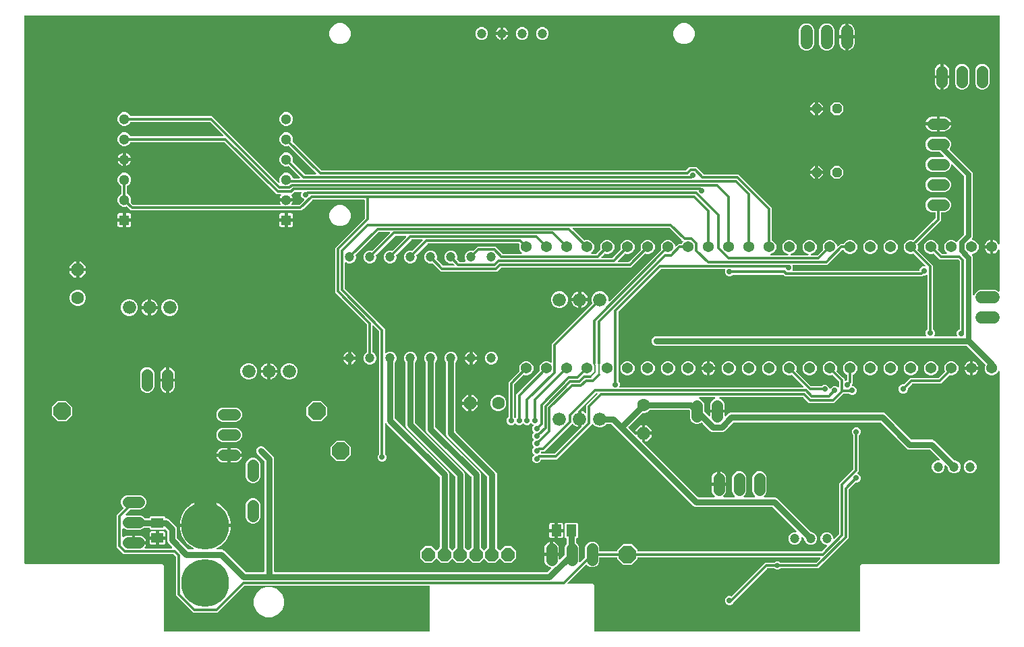
<source format=gbr>
G04 EAGLE Gerber RS-274X export*
G75*
%MOMM*%
%FSLAX34Y34*%
%LPD*%
%INBottom Copper*%
%IPPOS*%
%AMOC8*
5,1,8,0,0,1.08239X$1,22.5*%
G01*
%ADD10C,1.365200*%
%ADD11C,1.500000*%
%ADD12R,1.300000X1.300000*%
%ADD13C,1.300000*%
%ADD14C,1.400000*%
%ADD15P,1.814519X8X202.500000*%
%ADD16C,1.200000*%
%ADD17C,1.416000*%
%ADD18C,6.000000*%
%ADD19C,1.676400*%
%ADD20P,1.732040X8X112.500000*%
%ADD21C,1.600200*%
%ADD22P,1.732040X8X202.500000*%
%ADD23P,1.732040X8X292.500000*%
%ADD24R,1.300000X1.500000*%
%ADD25R,1.500000X1.300000*%
%ADD26P,1.312723X8X202.500000*%
%ADD27P,2.336880X8X22.500000*%
%ADD28C,0.720000*%
%ADD29C,2.800000*%
%ADD30R,3.960000X3.960000*%
%ADD31C,0.300000*%
%ADD32C,0.650000*%
%ADD33C,0.800000*%
%ADD34C,0.700000*%
%ADD35C,0.200000*%

G36*
X511064Y3010D02*
X511064Y3010D01*
X511128Y3009D01*
X511203Y3030D01*
X511279Y3041D01*
X511338Y3067D01*
X511400Y3084D01*
X511466Y3125D01*
X511536Y3157D01*
X511585Y3199D01*
X511640Y3232D01*
X511692Y3290D01*
X511750Y3340D01*
X511786Y3394D01*
X511829Y3442D01*
X511862Y3511D01*
X511905Y3576D01*
X511924Y3638D01*
X511952Y3695D01*
X511963Y3765D01*
X511987Y3846D01*
X511988Y3931D01*
X511999Y4000D01*
X511999Y60000D01*
X511991Y60060D01*
X511991Y60086D01*
X511991Y60088D01*
X511991Y60128D01*
X511970Y60203D01*
X511959Y60279D01*
X511933Y60338D01*
X511916Y60400D01*
X511875Y60466D01*
X511843Y60536D01*
X511801Y60585D01*
X511768Y60640D01*
X511710Y60692D01*
X511660Y60750D01*
X511606Y60786D01*
X511558Y60829D01*
X511489Y60862D01*
X511424Y60905D01*
X511362Y60924D01*
X511305Y60952D01*
X511235Y60963D01*
X511154Y60987D01*
X511069Y60988D01*
X511000Y60999D01*
X279990Y60999D01*
X279895Y60986D01*
X279799Y60981D01*
X279756Y60966D01*
X279711Y60959D01*
X279623Y60920D01*
X279533Y60888D01*
X279498Y60863D01*
X279454Y60843D01*
X279357Y60760D01*
X279284Y60707D01*
X245326Y26749D01*
X214674Y26749D01*
X192999Y48424D01*
X192999Y97029D01*
X192986Y97124D01*
X192981Y97221D01*
X192966Y97264D01*
X192959Y97309D01*
X192920Y97396D01*
X192888Y97487D01*
X192863Y97521D01*
X192843Y97566D01*
X192760Y97663D01*
X192707Y97736D01*
X190236Y100207D01*
X190159Y100264D01*
X190088Y100329D01*
X190047Y100349D01*
X190010Y100376D01*
X189920Y100410D01*
X189834Y100452D01*
X189792Y100458D01*
X189747Y100475D01*
X189619Y100485D01*
X189529Y100499D01*
X127301Y100499D01*
X118999Y108801D01*
X118999Y149350D01*
X126954Y157304D01*
X126992Y157356D01*
X127038Y157401D01*
X127076Y157468D01*
X127123Y157530D01*
X127146Y157590D01*
X127177Y157646D01*
X127195Y157721D01*
X127222Y157794D01*
X127227Y157858D01*
X127242Y157920D01*
X127238Y157998D01*
X127244Y158075D01*
X127231Y158138D01*
X127228Y158202D01*
X127202Y158275D01*
X127187Y158351D01*
X127156Y158408D01*
X127135Y158469D01*
X127094Y158525D01*
X127054Y158600D01*
X126995Y158661D01*
X126954Y158718D01*
X125370Y160301D01*
X123999Y163610D01*
X123999Y167190D01*
X125370Y170499D01*
X127901Y173030D01*
X131210Y174401D01*
X148790Y174401D01*
X152099Y173030D01*
X154630Y170499D01*
X156001Y167190D01*
X156001Y163610D01*
X154630Y160301D01*
X152099Y157770D01*
X148790Y156399D01*
X136364Y156399D01*
X136269Y156386D01*
X136173Y156381D01*
X136130Y156366D01*
X136085Y156359D01*
X135997Y156320D01*
X135906Y156288D01*
X135872Y156263D01*
X135828Y156243D01*
X135731Y156160D01*
X135657Y156107D01*
X130224Y150673D01*
X130172Y150604D01*
X130112Y150540D01*
X130088Y150492D01*
X130055Y150448D01*
X130024Y150366D01*
X129985Y150289D01*
X129975Y150235D01*
X129955Y150184D01*
X129949Y150097D01*
X129932Y150012D01*
X129938Y149957D01*
X129933Y149903D01*
X129951Y149818D01*
X129960Y149731D01*
X129980Y149680D01*
X129991Y149627D01*
X130032Y149550D01*
X130064Y149469D01*
X130098Y149426D01*
X130124Y149378D01*
X130184Y149315D01*
X130238Y149247D01*
X130282Y149215D01*
X130320Y149176D01*
X130396Y149133D01*
X130466Y149082D01*
X130518Y149063D01*
X130566Y149037D01*
X130650Y149017D01*
X130732Y148987D01*
X130787Y148984D01*
X130840Y148972D01*
X130927Y148976D01*
X131014Y148971D01*
X131063Y148983D01*
X131122Y148986D01*
X131164Y149001D01*
X148790Y149001D01*
X152099Y147630D01*
X153936Y145793D01*
X154012Y145736D01*
X154084Y145671D01*
X154125Y145651D01*
X154161Y145624D01*
X154251Y145590D01*
X154338Y145548D01*
X154380Y145542D01*
X154425Y145525D01*
X154553Y145515D01*
X154642Y145501D01*
X159500Y145501D01*
X159564Y145510D01*
X159628Y145509D01*
X159703Y145530D01*
X159779Y145541D01*
X159838Y145567D01*
X159900Y145584D01*
X159966Y145625D01*
X160036Y145657D01*
X160085Y145699D01*
X160140Y145732D01*
X160192Y145790D01*
X160250Y145840D01*
X160286Y145894D01*
X160329Y145942D01*
X160362Y146011D01*
X160405Y146076D01*
X160424Y146138D01*
X160452Y146195D01*
X160463Y146265D01*
X160487Y146346D01*
X160488Y146431D01*
X160499Y146500D01*
X160499Y146829D01*
X161671Y148001D01*
X178329Y148001D01*
X179501Y146829D01*
X179501Y146500D01*
X179510Y146436D01*
X179509Y146372D01*
X179530Y146297D01*
X179541Y146221D01*
X179567Y146162D01*
X179584Y146100D01*
X179625Y146034D01*
X179657Y145964D01*
X179699Y145915D01*
X179732Y145860D01*
X179790Y145808D01*
X179840Y145750D01*
X179894Y145714D01*
X179942Y145671D01*
X180011Y145638D01*
X180076Y145595D01*
X180138Y145576D01*
X180195Y145548D01*
X180265Y145537D01*
X180346Y145513D01*
X180431Y145512D01*
X180500Y145501D01*
X181694Y145501D01*
X183899Y144587D01*
X193087Y135399D01*
X194001Y133194D01*
X194001Y120899D01*
X194010Y120837D01*
X194009Y120784D01*
X194017Y120756D01*
X194019Y120708D01*
X194034Y120665D01*
X194041Y120620D01*
X194076Y120542D01*
X194084Y120513D01*
X194091Y120501D01*
X194112Y120442D01*
X194137Y120407D01*
X194157Y120363D01*
X194227Y120282D01*
X194232Y120273D01*
X194241Y120265D01*
X194293Y120193D01*
X208193Y106293D01*
X208270Y106236D01*
X208341Y106171D01*
X208382Y106151D01*
X208418Y106124D01*
X208509Y106090D01*
X208595Y106048D01*
X208637Y106042D01*
X208682Y106025D01*
X208810Y106015D01*
X208899Y106001D01*
X214718Y106001D01*
X214756Y106006D01*
X214794Y106004D01*
X214895Y106026D01*
X214997Y106041D01*
X215032Y106056D01*
X215069Y106064D01*
X215160Y106114D01*
X215254Y106157D01*
X215283Y106181D01*
X215317Y106200D01*
X215390Y106273D01*
X215469Y106340D01*
X215489Y106372D01*
X215516Y106399D01*
X215566Y106489D01*
X215623Y106576D01*
X215634Y106612D01*
X215653Y106646D01*
X215675Y106747D01*
X215706Y106846D01*
X215706Y106884D01*
X215714Y106921D01*
X215708Y107024D01*
X215709Y107128D01*
X215699Y107164D01*
X215697Y107202D01*
X215662Y107300D01*
X215634Y107400D01*
X215614Y107432D01*
X215601Y107468D01*
X215540Y107551D01*
X215486Y107640D01*
X215458Y107665D01*
X215436Y107696D01*
X215365Y107749D01*
X215277Y107829D01*
X215227Y107853D01*
X215189Y107881D01*
X213528Y108769D01*
X210914Y110516D01*
X208484Y112511D01*
X206261Y114734D01*
X204266Y117164D01*
X202519Y119779D01*
X201037Y122551D01*
X199834Y125456D01*
X198921Y128465D01*
X198307Y131549D01*
X198041Y134251D01*
X229000Y134251D01*
X229063Y134260D01*
X229128Y134259D01*
X229202Y134280D01*
X229279Y134291D01*
X229338Y134317D01*
X229400Y134334D01*
X229466Y134375D01*
X229536Y134407D01*
X229585Y134449D01*
X229640Y134482D01*
X229691Y134540D01*
X229750Y134590D01*
X229786Y134644D01*
X229829Y134692D01*
X229862Y134761D01*
X229905Y134826D01*
X229924Y134888D01*
X229952Y134945D01*
X229962Y135015D01*
X229987Y135096D01*
X229988Y135181D01*
X229999Y135250D01*
X229999Y136251D01*
X230001Y136251D01*
X230001Y135250D01*
X230010Y135186D01*
X230009Y135122D01*
X230030Y135047D01*
X230041Y134971D01*
X230067Y134912D01*
X230084Y134850D01*
X230125Y134784D01*
X230157Y134714D01*
X230199Y134665D01*
X230232Y134610D01*
X230290Y134558D01*
X230340Y134500D01*
X230394Y134464D01*
X230442Y134421D01*
X230511Y134388D01*
X230576Y134345D01*
X230638Y134326D01*
X230696Y134298D01*
X230765Y134287D01*
X230846Y134263D01*
X230931Y134262D01*
X231000Y134251D01*
X261959Y134251D01*
X261693Y131549D01*
X261079Y128465D01*
X260166Y125456D01*
X258963Y122551D01*
X257481Y119779D01*
X255734Y117164D01*
X253739Y114734D01*
X251516Y112511D01*
X249086Y110516D01*
X246472Y108769D01*
X244811Y107881D01*
X244780Y107859D01*
X244746Y107843D01*
X244667Y107776D01*
X244583Y107715D01*
X244560Y107684D01*
X244531Y107660D01*
X244474Y107573D01*
X244411Y107491D01*
X244398Y107456D01*
X244377Y107424D01*
X244347Y107325D01*
X244309Y107228D01*
X244306Y107190D01*
X244294Y107154D01*
X244293Y107050D01*
X244284Y106947D01*
X244291Y106910D01*
X244291Y106872D01*
X244318Y106772D01*
X244338Y106671D01*
X244356Y106637D01*
X244366Y106600D01*
X244420Y106512D01*
X244468Y106420D01*
X244494Y106393D01*
X244514Y106360D01*
X244591Y106291D01*
X244662Y106216D01*
X244695Y106197D01*
X244723Y106171D01*
X244817Y106126D01*
X244906Y106074D01*
X244943Y106065D01*
X244977Y106048D01*
X245064Y106035D01*
X245180Y106006D01*
X245235Y106008D01*
X245282Y106001D01*
X251194Y106001D01*
X253399Y105087D01*
X280193Y78293D01*
X280270Y78236D01*
X280341Y78171D01*
X280382Y78151D01*
X280418Y78124D01*
X280509Y78090D01*
X280595Y78048D01*
X280637Y78042D01*
X280682Y78025D01*
X280810Y78015D01*
X280899Y78001D01*
X303000Y78001D01*
X303064Y78010D01*
X303128Y78009D01*
X303203Y78030D01*
X303279Y78041D01*
X303338Y78067D01*
X303400Y78084D01*
X303466Y78125D01*
X303536Y78157D01*
X303585Y78199D01*
X303640Y78232D01*
X303692Y78290D01*
X303750Y78340D01*
X303786Y78394D01*
X303829Y78442D01*
X303862Y78511D01*
X303905Y78576D01*
X303924Y78638D01*
X303952Y78695D01*
X303963Y78765D01*
X303987Y78846D01*
X303988Y78931D01*
X303999Y79000D01*
X303999Y217101D01*
X303986Y217195D01*
X303981Y217292D01*
X303966Y217335D01*
X303959Y217380D01*
X303920Y217467D01*
X303888Y217558D01*
X303863Y217593D01*
X303843Y217637D01*
X303760Y217734D01*
X303707Y217807D01*
X294913Y226601D01*
X293999Y228806D01*
X293999Y231194D01*
X294913Y233399D01*
X296601Y235087D01*
X298806Y236001D01*
X301194Y236001D01*
X303399Y235087D01*
X313259Y225228D01*
X315087Y223399D01*
X316001Y221194D01*
X316001Y79000D01*
X316010Y78936D01*
X316009Y78872D01*
X316030Y78797D01*
X316041Y78721D01*
X316067Y78662D01*
X316084Y78600D01*
X316125Y78534D01*
X316157Y78464D01*
X316199Y78415D01*
X316232Y78360D01*
X316290Y78308D01*
X316340Y78250D01*
X316394Y78214D01*
X316442Y78171D01*
X316511Y78138D01*
X316576Y78095D01*
X316638Y78076D01*
X316695Y78048D01*
X316765Y78037D01*
X316846Y78013D01*
X316931Y78012D01*
X317000Y78001D01*
X659101Y78001D01*
X659195Y78014D01*
X659292Y78019D01*
X659335Y78034D01*
X659380Y78041D01*
X659467Y78080D01*
X659558Y78112D01*
X659592Y78137D01*
X659637Y78157D01*
X659734Y78240D01*
X659807Y78293D01*
X663892Y82379D01*
X663938Y82439D01*
X663991Y82493D01*
X664022Y82551D01*
X664062Y82604D01*
X664088Y82675D01*
X664124Y82742D01*
X664138Y82806D01*
X664161Y82868D01*
X664167Y82944D01*
X664183Y83017D01*
X664178Y83083D01*
X664183Y83149D01*
X664168Y83223D01*
X664162Y83299D01*
X664139Y83361D01*
X664125Y83426D01*
X664090Y83492D01*
X664064Y83563D01*
X664024Y83616D01*
X663993Y83674D01*
X663940Y83729D01*
X663895Y83789D01*
X663842Y83829D01*
X663796Y83877D01*
X663731Y83914D01*
X663670Y83959D01*
X663613Y83980D01*
X663551Y84016D01*
X663455Y84038D01*
X663381Y84065D01*
X661975Y84345D01*
X660337Y85024D01*
X658862Y86009D01*
X657609Y87262D01*
X656624Y88737D01*
X655945Y90375D01*
X655599Y92114D01*
X655599Y98001D01*
X663600Y98001D01*
X663663Y98010D01*
X663728Y98009D01*
X663802Y98030D01*
X663879Y98041D01*
X663938Y98067D01*
X664000Y98084D01*
X664066Y98125D01*
X664136Y98157D01*
X664185Y98199D01*
X664240Y98232D01*
X664291Y98290D01*
X664350Y98340D01*
X664386Y98394D01*
X664429Y98442D01*
X664462Y98511D01*
X664505Y98576D01*
X664524Y98638D01*
X664552Y98695D01*
X664562Y98765D01*
X664587Y98846D01*
X664588Y98931D01*
X664599Y99000D01*
X664599Y100001D01*
X664601Y100001D01*
X664601Y99000D01*
X664610Y98936D01*
X664609Y98872D01*
X664630Y98797D01*
X664641Y98721D01*
X664667Y98662D01*
X664684Y98600D01*
X664725Y98534D01*
X664757Y98464D01*
X664799Y98415D01*
X664832Y98360D01*
X664890Y98308D01*
X664940Y98250D01*
X664994Y98214D01*
X665042Y98171D01*
X665111Y98138D01*
X665176Y98095D01*
X665238Y98076D01*
X665296Y98048D01*
X665365Y98037D01*
X665446Y98013D01*
X665531Y98012D01*
X665600Y98001D01*
X673601Y98001D01*
X673601Y94499D01*
X673605Y94467D01*
X673603Y94435D01*
X673625Y94328D01*
X673641Y94220D01*
X673654Y94191D01*
X673660Y94159D01*
X673712Y94063D01*
X673757Y93963D01*
X673778Y93939D01*
X673793Y93910D01*
X673869Y93832D01*
X673940Y93749D01*
X673967Y93731D01*
X673990Y93708D01*
X674085Y93654D01*
X674176Y93595D01*
X674207Y93585D01*
X674235Y93569D01*
X674342Y93544D01*
X674446Y93512D01*
X674478Y93512D01*
X674509Y93504D01*
X674619Y93510D01*
X674728Y93508D01*
X674759Y93517D01*
X674791Y93519D01*
X674894Y93554D01*
X675000Y93584D01*
X675027Y93601D01*
X675058Y93611D01*
X675131Y93664D01*
X675240Y93732D01*
X675272Y93768D01*
X675307Y93793D01*
X680707Y99193D01*
X680764Y99270D01*
X680829Y99341D01*
X680849Y99382D01*
X680876Y99418D01*
X680910Y99509D01*
X680952Y99595D01*
X680958Y99637D01*
X680975Y99682D01*
X680981Y99753D01*
X680987Y99774D01*
X680988Y99827D01*
X680999Y99899D01*
X680999Y108790D01*
X682370Y112099D01*
X683207Y112936D01*
X683264Y113012D01*
X683329Y113084D01*
X683349Y113125D01*
X683376Y113161D01*
X683410Y113251D01*
X683452Y113338D01*
X683458Y113380D01*
X683475Y113425D01*
X683485Y113553D01*
X683499Y113642D01*
X683499Y119500D01*
X683490Y119564D01*
X683491Y119628D01*
X683470Y119703D01*
X683459Y119779D01*
X683433Y119838D01*
X683416Y119900D01*
X683375Y119966D01*
X683343Y120036D01*
X683301Y120085D01*
X683268Y120140D01*
X683210Y120192D01*
X683160Y120250D01*
X683106Y120286D01*
X683058Y120329D01*
X682989Y120362D01*
X682924Y120405D01*
X682862Y120424D01*
X682805Y120452D01*
X682735Y120463D01*
X682654Y120487D01*
X682569Y120488D01*
X682500Y120499D01*
X682171Y120499D01*
X680999Y121671D01*
X680999Y138329D01*
X682171Y139501D01*
X696829Y139501D01*
X698001Y138329D01*
X698001Y121671D01*
X696829Y120499D01*
X696500Y120499D01*
X696436Y120490D01*
X696372Y120491D01*
X696297Y120470D01*
X696221Y120459D01*
X696162Y120433D01*
X696100Y120416D01*
X696034Y120375D01*
X695964Y120343D01*
X695915Y120301D01*
X695860Y120268D01*
X695808Y120210D01*
X695750Y120160D01*
X695714Y120106D01*
X695671Y120058D01*
X695638Y119989D01*
X695595Y119924D01*
X695576Y119862D01*
X695548Y119805D01*
X695537Y119735D01*
X695513Y119654D01*
X695512Y119569D01*
X695501Y119500D01*
X695501Y114642D01*
X695514Y114547D01*
X695519Y114451D01*
X695534Y114408D01*
X695541Y114363D01*
X695580Y114275D01*
X695612Y114185D01*
X695637Y114150D01*
X695657Y114106D01*
X695740Y114009D01*
X695793Y113936D01*
X697630Y112099D01*
X699001Y108790D01*
X699001Y91173D01*
X698991Y91148D01*
X698989Y91114D01*
X698981Y91089D01*
X698981Y91069D01*
X698974Y91040D01*
X698976Y90953D01*
X698970Y90867D01*
X698978Y90828D01*
X698977Y90807D01*
X698981Y90792D01*
X698983Y90758D01*
X699009Y90676D01*
X699027Y90591D01*
X699048Y90551D01*
X699053Y90535D01*
X699058Y90526D01*
X699070Y90490D01*
X699119Y90418D01*
X699160Y90342D01*
X699193Y90307D01*
X699201Y90295D01*
X699206Y90290D01*
X699229Y90257D01*
X699296Y90202D01*
X699356Y90139D01*
X699401Y90114D01*
X699410Y90106D01*
X699415Y90104D01*
X699447Y90078D01*
X699526Y90043D01*
X699602Y90000D01*
X699653Y89988D01*
X699664Y89983D01*
X699668Y89982D01*
X699706Y89966D01*
X699792Y89956D01*
X699876Y89936D01*
X699931Y89938D01*
X699986Y89932D01*
X700071Y89945D01*
X700158Y89950D01*
X700210Y89968D01*
X700264Y89977D01*
X700342Y90014D01*
X700424Y90042D01*
X700466Y90072D01*
X700480Y90079D01*
X700507Y90091D01*
X700509Y90093D01*
X700519Y90098D01*
X700604Y90173D01*
X700673Y90224D01*
X706107Y95657D01*
X706164Y95734D01*
X706229Y95806D01*
X706249Y95847D01*
X706276Y95883D01*
X706310Y95973D01*
X706352Y96059D01*
X706358Y96101D01*
X706375Y96147D01*
X706385Y96274D01*
X706399Y96364D01*
X706399Y108790D01*
X707770Y112099D01*
X710301Y114630D01*
X713610Y116001D01*
X717190Y116001D01*
X720499Y114630D01*
X723030Y112099D01*
X724401Y108790D01*
X724401Y104500D01*
X724410Y104436D01*
X724409Y104372D01*
X724430Y104297D01*
X724441Y104221D01*
X724467Y104162D01*
X724484Y104100D01*
X724525Y104034D01*
X724557Y103964D01*
X724599Y103915D01*
X724632Y103860D01*
X724690Y103808D01*
X724740Y103750D01*
X724794Y103714D01*
X724842Y103671D01*
X724911Y103638D01*
X724976Y103595D01*
X725038Y103576D01*
X725095Y103548D01*
X725165Y103537D01*
X725246Y103513D01*
X725331Y103512D01*
X725400Y103501D01*
X746205Y103501D01*
X746269Y103510D01*
X746333Y103509D01*
X746408Y103530D01*
X746484Y103541D01*
X746543Y103567D01*
X746605Y103584D01*
X746671Y103625D01*
X746741Y103657D01*
X746790Y103699D01*
X746845Y103732D01*
X746897Y103790D01*
X746955Y103840D01*
X746991Y103894D01*
X747034Y103942D01*
X747067Y104011D01*
X747110Y104076D01*
X747129Y104138D01*
X747157Y104195D01*
X747168Y104265D01*
X747192Y104346D01*
X747193Y104431D01*
X747204Y104500D01*
X747204Y105300D01*
X754700Y112796D01*
X765300Y112796D01*
X772796Y105300D01*
X772796Y104500D01*
X772805Y104436D01*
X772804Y104372D01*
X772825Y104297D01*
X772836Y104221D01*
X772862Y104162D01*
X772879Y104100D01*
X772920Y104034D01*
X772952Y103964D01*
X772994Y103915D01*
X773027Y103860D01*
X773085Y103808D01*
X773135Y103750D01*
X773189Y103714D01*
X773237Y103671D01*
X773306Y103638D01*
X773371Y103595D01*
X773433Y103576D01*
X773490Y103548D01*
X773560Y103537D01*
X773641Y103513D01*
X773726Y103512D01*
X773795Y103501D01*
X1003065Y103501D01*
X1003160Y103514D01*
X1003256Y103519D01*
X1003299Y103534D01*
X1003344Y103541D01*
X1003432Y103580D01*
X1003523Y103612D01*
X1003557Y103637D01*
X1003601Y103657D01*
X1003698Y103740D01*
X1003771Y103793D01*
X1010272Y110293D01*
X1010291Y110319D01*
X1010315Y110340D01*
X1010375Y110432D01*
X1010441Y110519D01*
X1010452Y110549D01*
X1010470Y110576D01*
X1010502Y110681D01*
X1010540Y110783D01*
X1010543Y110815D01*
X1010552Y110846D01*
X1010554Y110955D01*
X1010562Y111064D01*
X1010556Y111096D01*
X1010556Y111128D01*
X1010527Y111233D01*
X1010505Y111340D01*
X1010489Y111369D01*
X1010481Y111400D01*
X1010423Y111493D01*
X1010372Y111589D01*
X1010350Y111612D01*
X1010333Y111640D01*
X1010252Y111713D01*
X1010175Y111791D01*
X1010147Y111807D01*
X1010123Y111829D01*
X1010025Y111876D01*
X1009930Y111930D01*
X1009899Y111938D01*
X1009870Y111952D01*
X1009780Y111966D01*
X1009656Y111995D01*
X1009607Y111993D01*
X1009565Y111999D01*
X1008409Y111999D01*
X1005468Y113217D01*
X1003217Y115468D01*
X1001999Y118409D01*
X1001999Y121591D01*
X1003217Y124532D01*
X1005468Y126783D01*
X1008409Y128001D01*
X1011591Y128001D01*
X1014532Y126783D01*
X1016783Y124532D01*
X1018001Y121591D01*
X1018001Y120435D01*
X1018005Y120403D01*
X1018003Y120371D01*
X1018025Y120264D01*
X1018041Y120156D01*
X1018054Y120126D01*
X1018060Y120095D01*
X1018112Y119998D01*
X1018157Y119899D01*
X1018178Y119874D01*
X1018193Y119846D01*
X1018269Y119768D01*
X1018340Y119685D01*
X1018367Y119667D01*
X1018390Y119644D01*
X1018485Y119590D01*
X1018576Y119530D01*
X1018607Y119521D01*
X1018635Y119505D01*
X1018742Y119480D01*
X1018846Y119448D01*
X1018878Y119447D01*
X1018909Y119440D01*
X1019019Y119445D01*
X1019128Y119444D01*
X1019159Y119453D01*
X1019191Y119454D01*
X1019294Y119490D01*
X1019400Y119519D01*
X1019427Y119536D01*
X1019458Y119547D01*
X1019531Y119600D01*
X1019640Y119667D01*
X1019672Y119703D01*
X1019707Y119728D01*
X1025207Y125229D01*
X1025218Y125244D01*
X1025224Y125249D01*
X1025239Y125271D01*
X1025264Y125305D01*
X1025329Y125377D01*
X1025349Y125418D01*
X1025376Y125454D01*
X1025410Y125544D01*
X1025452Y125630D01*
X1025458Y125673D01*
X1025475Y125718D01*
X1025485Y125846D01*
X1025499Y125935D01*
X1025499Y189241D01*
X1043307Y207048D01*
X1043364Y207125D01*
X1043429Y207197D01*
X1043449Y207237D01*
X1043476Y207274D01*
X1043510Y207364D01*
X1043552Y207450D01*
X1043558Y207492D01*
X1043575Y207538D01*
X1043585Y207665D01*
X1043599Y207755D01*
X1043599Y249166D01*
X1043586Y249261D01*
X1043581Y249357D01*
X1043566Y249400D01*
X1043559Y249445D01*
X1043520Y249533D01*
X1043488Y249624D01*
X1043463Y249658D01*
X1043443Y249702D01*
X1043360Y249800D01*
X1043307Y249873D01*
X1042352Y250827D01*
X1041499Y252886D01*
X1041499Y255114D01*
X1042352Y257173D01*
X1043927Y258748D01*
X1045986Y259601D01*
X1048214Y259601D01*
X1050273Y258748D01*
X1051848Y257173D01*
X1052701Y255114D01*
X1052701Y252886D01*
X1051848Y250827D01*
X1050893Y249873D01*
X1050836Y249796D01*
X1050771Y249725D01*
X1050751Y249684D01*
X1050724Y249647D01*
X1050690Y249557D01*
X1050648Y249471D01*
X1050642Y249429D01*
X1050625Y249383D01*
X1050615Y249256D01*
X1050601Y249166D01*
X1050601Y204441D01*
X1048845Y202685D01*
X1048774Y202590D01*
X1048698Y202499D01*
X1048689Y202478D01*
X1048676Y202459D01*
X1048634Y202349D01*
X1048587Y202240D01*
X1048584Y202217D01*
X1048576Y202196D01*
X1048567Y202077D01*
X1048552Y201960D01*
X1048556Y201937D01*
X1048554Y201914D01*
X1048578Y201798D01*
X1048597Y201681D01*
X1048607Y201661D01*
X1048612Y201638D01*
X1048667Y201534D01*
X1048718Y201426D01*
X1048734Y201409D01*
X1048744Y201389D01*
X1048827Y201304D01*
X1048906Y201216D01*
X1048924Y201204D01*
X1048941Y201187D01*
X1049103Y201095D01*
X1049169Y201055D01*
X1050273Y200598D01*
X1051848Y199023D01*
X1052701Y196964D01*
X1052701Y194736D01*
X1051848Y192677D01*
X1050273Y191102D01*
X1048214Y190249D01*
X1046864Y190249D01*
X1046769Y190236D01*
X1046673Y190231D01*
X1046630Y190216D01*
X1046585Y190209D01*
X1046497Y190170D01*
X1046406Y190138D01*
X1046372Y190113D01*
X1046328Y190093D01*
X1046230Y190010D01*
X1046157Y189957D01*
X1037793Y181593D01*
X1037736Y181516D01*
X1037671Y181444D01*
X1037651Y181403D01*
X1037624Y181367D01*
X1037596Y181292D01*
X1037595Y181291D01*
X1037593Y181286D01*
X1037590Y181277D01*
X1037548Y181191D01*
X1037542Y181149D01*
X1037525Y181103D01*
X1037520Y181046D01*
X1037513Y181021D01*
X1037512Y180957D01*
X1037501Y180886D01*
X1037501Y120550D01*
X1035157Y118207D01*
X1001793Y84843D01*
X999450Y82499D01*
X952339Y82499D01*
X952244Y82486D01*
X952148Y82481D01*
X952105Y82466D01*
X952060Y82459D01*
X951972Y82420D01*
X951881Y82388D01*
X951847Y82363D01*
X951803Y82343D01*
X951705Y82260D01*
X951632Y82207D01*
X950974Y81549D01*
X949044Y80749D01*
X946956Y80749D01*
X945026Y81549D01*
X944368Y82207D01*
X944291Y82264D01*
X944220Y82329D01*
X944179Y82349D01*
X944142Y82376D01*
X944052Y82410D01*
X943966Y82452D01*
X943924Y82458D01*
X943878Y82475D01*
X943751Y82485D01*
X943661Y82499D01*
X935864Y82499D01*
X935769Y82486D01*
X935673Y82481D01*
X935630Y82466D01*
X935585Y82459D01*
X935497Y82420D01*
X935406Y82388D01*
X935372Y82363D01*
X935328Y82343D01*
X935230Y82260D01*
X935157Y82207D01*
X893574Y40624D01*
X893549Y40590D01*
X893518Y40563D01*
X893473Y40489D01*
X893405Y40398D01*
X893384Y40343D01*
X893358Y40299D01*
X892748Y38827D01*
X891173Y37252D01*
X889114Y36399D01*
X886886Y36399D01*
X884827Y37252D01*
X883252Y38827D01*
X882399Y40886D01*
X882399Y43114D01*
X883252Y45173D01*
X884827Y46748D01*
X886886Y47601D01*
X889114Y47601D01*
X889583Y47406D01*
X889592Y47404D01*
X889601Y47399D01*
X889730Y47369D01*
X889856Y47336D01*
X889866Y47337D01*
X889875Y47334D01*
X890008Y47341D01*
X890138Y47345D01*
X890147Y47348D01*
X890157Y47349D01*
X890282Y47392D01*
X890406Y47433D01*
X890414Y47438D01*
X890423Y47441D01*
X890486Y47487D01*
X890639Y47592D01*
X890655Y47610D01*
X890672Y47623D01*
X932550Y89501D01*
X943661Y89501D01*
X943756Y89514D01*
X943852Y89519D01*
X943895Y89534D01*
X943940Y89541D01*
X944028Y89580D01*
X944119Y89612D01*
X944153Y89637D01*
X944197Y89657D01*
X944295Y89740D01*
X944368Y89793D01*
X945026Y90451D01*
X946956Y91251D01*
X949044Y91251D01*
X950974Y90451D01*
X951632Y89793D01*
X951709Y89736D01*
X951780Y89671D01*
X951821Y89651D01*
X951858Y89624D01*
X951948Y89590D01*
X952034Y89548D01*
X952076Y89542D01*
X952122Y89525D01*
X952249Y89515D01*
X952339Y89501D01*
X996136Y89501D01*
X996231Y89514D01*
X996327Y89519D01*
X996370Y89534D01*
X996415Y89541D01*
X996503Y89580D01*
X996594Y89612D01*
X996628Y89637D01*
X996672Y89657D01*
X996770Y89740D01*
X996843Y89793D01*
X1001843Y94793D01*
X1001862Y94819D01*
X1001887Y94840D01*
X1001946Y94932D01*
X1002012Y95019D01*
X1002023Y95049D01*
X1002041Y95076D01*
X1002073Y95181D01*
X1002111Y95283D01*
X1002114Y95315D01*
X1002123Y95346D01*
X1002125Y95455D01*
X1002133Y95564D01*
X1002127Y95596D01*
X1002127Y95628D01*
X1002098Y95733D01*
X1002076Y95840D01*
X1002061Y95869D01*
X1002052Y95900D01*
X1001995Y95993D01*
X1001943Y96089D01*
X1001921Y96112D01*
X1001904Y96140D01*
X1001823Y96213D01*
X1001746Y96291D01*
X1001718Y96307D01*
X1001694Y96329D01*
X1001596Y96376D01*
X1001501Y96430D01*
X1001470Y96438D01*
X1001441Y96452D01*
X1001351Y96466D01*
X1001227Y96495D01*
X1001178Y96493D01*
X1001136Y96499D01*
X773795Y96499D01*
X773731Y96490D01*
X773667Y96491D01*
X773592Y96470D01*
X773516Y96459D01*
X773457Y96433D01*
X773395Y96416D01*
X773329Y96375D01*
X773259Y96343D01*
X773210Y96301D01*
X773155Y96268D01*
X773103Y96210D01*
X773045Y96160D01*
X773009Y96106D01*
X772966Y96058D01*
X772933Y95989D01*
X772890Y95924D01*
X772871Y95862D01*
X772843Y95805D01*
X772832Y95735D01*
X772808Y95654D01*
X772807Y95569D01*
X772796Y95500D01*
X772796Y94700D01*
X765300Y87204D01*
X754700Y87204D01*
X747204Y94700D01*
X747204Y95500D01*
X747195Y95564D01*
X747196Y95628D01*
X747175Y95703D01*
X747164Y95779D01*
X747138Y95838D01*
X747121Y95900D01*
X747080Y95966D01*
X747048Y96036D01*
X747006Y96085D01*
X746973Y96140D01*
X746915Y96192D01*
X746865Y96250D01*
X746811Y96286D01*
X746763Y96329D01*
X746694Y96362D01*
X746629Y96405D01*
X746567Y96424D01*
X746510Y96452D01*
X746440Y96463D01*
X746359Y96487D01*
X746274Y96488D01*
X746205Y96499D01*
X725400Y96499D01*
X725336Y96490D01*
X725272Y96491D01*
X725197Y96470D01*
X725121Y96459D01*
X725062Y96433D01*
X725000Y96416D01*
X724934Y96375D01*
X724864Y96343D01*
X724815Y96301D01*
X724760Y96268D01*
X724708Y96210D01*
X724650Y96160D01*
X724614Y96106D01*
X724571Y96058D01*
X724538Y95989D01*
X724495Y95924D01*
X724476Y95862D01*
X724448Y95805D01*
X724437Y95735D01*
X724413Y95654D01*
X724412Y95569D01*
X724401Y95500D01*
X724401Y91210D01*
X723030Y87901D01*
X720499Y85370D01*
X717190Y83999D01*
X713610Y83999D01*
X710301Y85370D01*
X708718Y86954D01*
X708666Y86992D01*
X708621Y87038D01*
X708554Y87076D01*
X708492Y87123D01*
X708432Y87145D01*
X708376Y87177D01*
X708300Y87195D01*
X708228Y87222D01*
X708164Y87227D01*
X708101Y87242D01*
X708024Y87238D01*
X707947Y87244D01*
X707884Y87231D01*
X707820Y87228D01*
X707747Y87202D01*
X707671Y87187D01*
X707614Y87156D01*
X707553Y87135D01*
X707497Y87094D01*
X707422Y87054D01*
X707361Y86995D01*
X707304Y86954D01*
X685057Y64707D01*
X685038Y64681D01*
X685013Y64660D01*
X684954Y64568D01*
X684888Y64481D01*
X684877Y64451D01*
X684859Y64424D01*
X684827Y64319D01*
X684789Y64217D01*
X684786Y64185D01*
X684777Y64154D01*
X684775Y64045D01*
X684767Y63936D01*
X684773Y63904D01*
X684773Y63872D01*
X684802Y63767D01*
X684824Y63660D01*
X684839Y63631D01*
X684848Y63600D01*
X684905Y63507D01*
X684957Y63411D01*
X684979Y63388D01*
X684996Y63360D01*
X685077Y63287D01*
X685154Y63209D01*
X685182Y63193D01*
X685206Y63171D01*
X685304Y63124D01*
X685399Y63070D01*
X685430Y63062D01*
X685459Y63048D01*
X685549Y63034D01*
X685673Y63005D01*
X685722Y63007D01*
X685764Y63001D01*
X716243Y63001D01*
X718001Y61243D01*
X718001Y4000D01*
X718010Y3936D01*
X718009Y3872D01*
X718030Y3797D01*
X718041Y3721D01*
X718067Y3662D01*
X718084Y3600D01*
X718125Y3534D01*
X718157Y3464D01*
X718199Y3415D01*
X718232Y3360D01*
X718290Y3308D01*
X718340Y3250D01*
X718394Y3214D01*
X718442Y3171D01*
X718511Y3138D01*
X718576Y3095D01*
X718638Y3076D01*
X718695Y3048D01*
X718765Y3037D01*
X718846Y3013D01*
X718931Y3012D01*
X719000Y3001D01*
X1051000Y3001D01*
X1051064Y3010D01*
X1051128Y3009D01*
X1051203Y3030D01*
X1051279Y3041D01*
X1051338Y3067D01*
X1051400Y3084D01*
X1051466Y3125D01*
X1051536Y3157D01*
X1051585Y3199D01*
X1051640Y3232D01*
X1051692Y3290D01*
X1051750Y3340D01*
X1051786Y3394D01*
X1051829Y3442D01*
X1051862Y3511D01*
X1051905Y3576D01*
X1051924Y3638D01*
X1051952Y3695D01*
X1051963Y3765D01*
X1051987Y3846D01*
X1051988Y3931D01*
X1051999Y4000D01*
X1051999Y86243D01*
X1053757Y88001D01*
X1226000Y88001D01*
X1226064Y88010D01*
X1226128Y88009D01*
X1226203Y88030D01*
X1226279Y88041D01*
X1226338Y88067D01*
X1226400Y88084D01*
X1226466Y88125D01*
X1226536Y88157D01*
X1226585Y88199D01*
X1226640Y88232D01*
X1226692Y88290D01*
X1226750Y88340D01*
X1226786Y88394D01*
X1226829Y88442D01*
X1226862Y88511D01*
X1226905Y88576D01*
X1226924Y88638D01*
X1226952Y88695D01*
X1226963Y88765D01*
X1226987Y88846D01*
X1226988Y88931D01*
X1226999Y89000D01*
X1226999Y329610D01*
X1226987Y329696D01*
X1226984Y329783D01*
X1226967Y329835D01*
X1226959Y329889D01*
X1226924Y329968D01*
X1226897Y330051D01*
X1226866Y330096D01*
X1226843Y330146D01*
X1226787Y330212D01*
X1226738Y330284D01*
X1226695Y330319D01*
X1226660Y330360D01*
X1226587Y330408D01*
X1226520Y330463D01*
X1226470Y330485D01*
X1226424Y330515D01*
X1226341Y330540D01*
X1226261Y330575D01*
X1226207Y330581D01*
X1226154Y330597D01*
X1226067Y330598D01*
X1225981Y330609D01*
X1225927Y330600D01*
X1225872Y330601D01*
X1225788Y330578D01*
X1225703Y330564D01*
X1225653Y330541D01*
X1225600Y330526D01*
X1225526Y330480D01*
X1225448Y330443D01*
X1225407Y330407D01*
X1225360Y330378D01*
X1225302Y330313D01*
X1225237Y330256D01*
X1225211Y330212D01*
X1225171Y330168D01*
X1225122Y330066D01*
X1225077Y329992D01*
X1224583Y328800D01*
X1222100Y326317D01*
X1218856Y324973D01*
X1215344Y324973D01*
X1212100Y326317D01*
X1209617Y328800D01*
X1208273Y332044D01*
X1208273Y335556D01*
X1209097Y337544D01*
X1209099Y337554D01*
X1209104Y337562D01*
X1209135Y337691D01*
X1209167Y337818D01*
X1209167Y337827D01*
X1209169Y337836D01*
X1209162Y337969D01*
X1209158Y338099D01*
X1209155Y338108D01*
X1209155Y338118D01*
X1209111Y338243D01*
X1209071Y338368D01*
X1209065Y338375D01*
X1209062Y338384D01*
X1209017Y338447D01*
X1208912Y338601D01*
X1208893Y338616D01*
X1208880Y338633D01*
X1185807Y361707D01*
X1185730Y361764D01*
X1185659Y361829D01*
X1185618Y361849D01*
X1185582Y361876D01*
X1185491Y361910D01*
X1185405Y361952D01*
X1185363Y361958D01*
X1185318Y361975D01*
X1185190Y361985D01*
X1185101Y361999D01*
X794806Y361999D01*
X792601Y362913D01*
X790913Y364601D01*
X789999Y366806D01*
X789999Y369194D01*
X790913Y371399D01*
X792601Y373087D01*
X794806Y374001D01*
X1134099Y374001D01*
X1134216Y374017D01*
X1134334Y374029D01*
X1134356Y374037D01*
X1134378Y374041D01*
X1134486Y374089D01*
X1134596Y374133D01*
X1134614Y374147D01*
X1134635Y374157D01*
X1134725Y374234D01*
X1134819Y374307D01*
X1134832Y374325D01*
X1134849Y374340D01*
X1134914Y374440D01*
X1134984Y374536D01*
X1134991Y374557D01*
X1135004Y374576D01*
X1135039Y374690D01*
X1135078Y374801D01*
X1135080Y374824D01*
X1135086Y374846D01*
X1135088Y374964D01*
X1135095Y375083D01*
X1135090Y375104D01*
X1135090Y375128D01*
X1135040Y375307D01*
X1135022Y375382D01*
X1134399Y376886D01*
X1134399Y379114D01*
X1135252Y381173D01*
X1136207Y382127D01*
X1136264Y382204D01*
X1136329Y382275D01*
X1136349Y382316D01*
X1136376Y382353D01*
X1136410Y382443D01*
X1136452Y382529D01*
X1136458Y382571D01*
X1136475Y382617D01*
X1136485Y382744D01*
X1136499Y382834D01*
X1136499Y450306D01*
X1136483Y450423D01*
X1136471Y450541D01*
X1136463Y450563D01*
X1136459Y450585D01*
X1136411Y450693D01*
X1136367Y450803D01*
X1136353Y450821D01*
X1136343Y450842D01*
X1136266Y450932D01*
X1136193Y451026D01*
X1136175Y451039D01*
X1136160Y451056D01*
X1136060Y451122D01*
X1135964Y451191D01*
X1135943Y451198D01*
X1135924Y451211D01*
X1135810Y451246D01*
X1135699Y451285D01*
X1135676Y451287D01*
X1135654Y451293D01*
X1135536Y451295D01*
X1135417Y451302D01*
X1135396Y451297D01*
X1135372Y451297D01*
X1135193Y451247D01*
X1135118Y451229D01*
X1133114Y450399D01*
X1131764Y450399D01*
X1131669Y450386D01*
X1131573Y450381D01*
X1131530Y450366D01*
X1131485Y450359D01*
X1131397Y450320D01*
X1131306Y450288D01*
X1131272Y450263D01*
X1131228Y450243D01*
X1131130Y450160D01*
X1131057Y450107D01*
X1130250Y449299D01*
X957609Y449299D01*
X955802Y451107D01*
X955725Y451164D01*
X955653Y451229D01*
X955613Y451249D01*
X955576Y451276D01*
X955486Y451310D01*
X955400Y451352D01*
X955358Y451358D01*
X955312Y451375D01*
X955185Y451385D01*
X955095Y451399D01*
X892834Y451399D01*
X892739Y451386D01*
X892643Y451381D01*
X892600Y451366D01*
X892555Y451359D01*
X892467Y451320D01*
X892376Y451288D01*
X892342Y451263D01*
X892298Y451243D01*
X892200Y451160D01*
X892127Y451107D01*
X891173Y450152D01*
X889114Y449299D01*
X886886Y449299D01*
X884827Y450152D01*
X883252Y451727D01*
X882399Y453786D01*
X882399Y456014D01*
X882856Y457118D01*
X882886Y457232D01*
X882920Y457346D01*
X882921Y457369D01*
X882926Y457391D01*
X882923Y457509D01*
X882924Y457628D01*
X882918Y457650D01*
X882917Y457673D01*
X882881Y457785D01*
X882849Y457900D01*
X882837Y457919D01*
X882830Y457941D01*
X882763Y458039D01*
X882701Y458140D01*
X882684Y458155D01*
X882671Y458174D01*
X882579Y458249D01*
X882492Y458329D01*
X882471Y458339D01*
X882453Y458353D01*
X882344Y458400D01*
X882238Y458452D01*
X882216Y458455D01*
X882194Y458465D01*
X882010Y458487D01*
X881933Y458499D01*
X802506Y458499D01*
X802411Y458486D01*
X802315Y458481D01*
X802272Y458466D01*
X802227Y458459D01*
X802140Y458420D01*
X802049Y458388D01*
X802014Y458363D01*
X801970Y458343D01*
X801873Y458260D01*
X801800Y458207D01*
X748693Y405100D01*
X748636Y405024D01*
X748571Y404952D01*
X748551Y404911D01*
X748524Y404875D01*
X748490Y404785D01*
X748448Y404698D01*
X748442Y404656D01*
X748425Y404611D01*
X748415Y404483D01*
X748401Y404394D01*
X748401Y318193D01*
X748414Y318098D01*
X748419Y318002D01*
X748434Y317959D01*
X748441Y317914D01*
X748480Y317826D01*
X748512Y317735D01*
X748537Y317701D01*
X748557Y317657D01*
X748640Y317559D01*
X748693Y317486D01*
X749648Y316532D01*
X750501Y314473D01*
X750501Y312245D01*
X749936Y310882D01*
X749907Y310768D01*
X749872Y310654D01*
X749872Y310631D01*
X749866Y310609D01*
X749870Y310491D01*
X749868Y310372D01*
X749875Y310350D01*
X749875Y310327D01*
X749912Y310215D01*
X749944Y310100D01*
X749956Y310081D01*
X749963Y310059D01*
X750030Y309961D01*
X750092Y309860D01*
X750109Y309845D01*
X750122Y309826D01*
X750213Y309751D01*
X750301Y309671D01*
X750322Y309661D01*
X750339Y309647D01*
X750448Y309600D01*
X750555Y309548D01*
X750576Y309545D01*
X750598Y309535D01*
X750783Y309513D01*
X750859Y309501D01*
X980036Y309501D01*
X980068Y309505D01*
X980100Y309503D01*
X980207Y309525D01*
X980315Y309541D01*
X980345Y309554D01*
X980376Y309560D01*
X980473Y309612D01*
X980572Y309657D01*
X980597Y309678D01*
X980625Y309693D01*
X980704Y309769D01*
X980787Y309840D01*
X980804Y309867D01*
X980827Y309890D01*
X980881Y309985D01*
X980941Y310076D01*
X980950Y310107D01*
X980966Y310135D01*
X980992Y310242D01*
X981023Y310346D01*
X981024Y310378D01*
X981031Y310409D01*
X981026Y310519D01*
X981027Y310628D01*
X981019Y310659D01*
X981017Y310691D01*
X980981Y310794D01*
X980952Y310900D01*
X980935Y310927D01*
X980924Y310958D01*
X980871Y311031D01*
X980804Y311140D01*
X980768Y311172D01*
X980743Y311207D01*
X966827Y325122D01*
X966820Y325128D01*
X966814Y325135D01*
X966707Y325212D01*
X966602Y325291D01*
X966593Y325295D01*
X966585Y325300D01*
X966462Y325344D01*
X966338Y325391D01*
X966328Y325392D01*
X966319Y325395D01*
X966188Y325403D01*
X966056Y325413D01*
X966047Y325411D01*
X966038Y325411D01*
X965962Y325393D01*
X965780Y325355D01*
X965759Y325344D01*
X965738Y325339D01*
X964856Y324973D01*
X961344Y324973D01*
X958100Y326317D01*
X955617Y328800D01*
X954273Y332044D01*
X954273Y335556D01*
X955617Y338800D01*
X958100Y341283D01*
X961344Y342627D01*
X964856Y342627D01*
X968100Y341283D01*
X970583Y338800D01*
X971927Y335556D01*
X971927Y332044D01*
X971561Y331162D01*
X971559Y331153D01*
X971554Y331144D01*
X971524Y331015D01*
X971491Y330889D01*
X971491Y330879D01*
X971489Y330870D01*
X971496Y330737D01*
X971500Y330607D01*
X971503Y330598D01*
X971504Y330588D01*
X971547Y330463D01*
X971588Y330339D01*
X971593Y330331D01*
X971596Y330322D01*
X971641Y330260D01*
X971747Y330106D01*
X971765Y330090D01*
X971778Y330073D01*
X990498Y311352D01*
X990575Y311295D01*
X990647Y311230D01*
X990687Y311211D01*
X990724Y311183D01*
X990814Y311149D01*
X990900Y311107D01*
X990942Y311101D01*
X990988Y311084D01*
X991115Y311074D01*
X991205Y311060D01*
X1002766Y311060D01*
X1002861Y311073D01*
X1002957Y311078D01*
X1003000Y311093D01*
X1003045Y311100D01*
X1003133Y311139D01*
X1003224Y311171D01*
X1003258Y311196D01*
X1003302Y311216D01*
X1003400Y311299D01*
X1003473Y311352D01*
X1004427Y312307D01*
X1006486Y313160D01*
X1008714Y313160D01*
X1010773Y312307D01*
X1012348Y310732D01*
X1013200Y308676D01*
X1013216Y308648D01*
X1013226Y308617D01*
X1013288Y308527D01*
X1013343Y308433D01*
X1013367Y308411D01*
X1013385Y308384D01*
X1013470Y308314D01*
X1013549Y308240D01*
X1013578Y308225D01*
X1013603Y308205D01*
X1013703Y308162D01*
X1013800Y308112D01*
X1013832Y308106D01*
X1013862Y308093D01*
X1013970Y308080D01*
X1014078Y308060D01*
X1014110Y308063D01*
X1014142Y308059D01*
X1014250Y308076D01*
X1014358Y308087D01*
X1014388Y308099D01*
X1014420Y308104D01*
X1014519Y308151D01*
X1014620Y308191D01*
X1014646Y308211D01*
X1014675Y308225D01*
X1014756Y308298D01*
X1014843Y308365D01*
X1014861Y308391D01*
X1014886Y308412D01*
X1014933Y308490D01*
X1015008Y308594D01*
X1015024Y308639D01*
X1015046Y308676D01*
X1015252Y309173D01*
X1016827Y310748D01*
X1018886Y311601D01*
X1021114Y311601D01*
X1023173Y310748D01*
X1023693Y310227D01*
X1023719Y310208D01*
X1023740Y310183D01*
X1023832Y310123D01*
X1023919Y310058D01*
X1023949Y310047D01*
X1023976Y310029D01*
X1024081Y309997D01*
X1024183Y309958D01*
X1024215Y309956D01*
X1024246Y309946D01*
X1024355Y309945D01*
X1024464Y309937D01*
X1024496Y309943D01*
X1024528Y309943D01*
X1024633Y309972D01*
X1024740Y309994D01*
X1024769Y310009D01*
X1024800Y310018D01*
X1024893Y310075D01*
X1024989Y310127D01*
X1025012Y310149D01*
X1025040Y310166D01*
X1025113Y310247D01*
X1025191Y310323D01*
X1025207Y310351D01*
X1025229Y310375D01*
X1025276Y310474D01*
X1025330Y310569D01*
X1025338Y310600D01*
X1025352Y310629D01*
X1025366Y310719D01*
X1025395Y310843D01*
X1025393Y310892D01*
X1025399Y310934D01*
X1025399Y316936D01*
X1025386Y317031D01*
X1025381Y317127D01*
X1025366Y317170D01*
X1025359Y317215D01*
X1025320Y317303D01*
X1025288Y317394D01*
X1025263Y317428D01*
X1025243Y317472D01*
X1025160Y317570D01*
X1025107Y317643D01*
X1017627Y325122D01*
X1017620Y325128D01*
X1017614Y325135D01*
X1017507Y325212D01*
X1017402Y325291D01*
X1017393Y325295D01*
X1017385Y325300D01*
X1017262Y325344D01*
X1017138Y325391D01*
X1017128Y325392D01*
X1017119Y325395D01*
X1016988Y325403D01*
X1016856Y325413D01*
X1016847Y325411D01*
X1016838Y325411D01*
X1016762Y325393D01*
X1016580Y325355D01*
X1016559Y325344D01*
X1016538Y325339D01*
X1015656Y324973D01*
X1012144Y324973D01*
X1008900Y326317D01*
X1006417Y328800D01*
X1005073Y332044D01*
X1005073Y335556D01*
X1006417Y338800D01*
X1008900Y341283D01*
X1012144Y342627D01*
X1015656Y342627D01*
X1018900Y341283D01*
X1021383Y338800D01*
X1022727Y335556D01*
X1022727Y332044D01*
X1022361Y331162D01*
X1022359Y331153D01*
X1022354Y331144D01*
X1022324Y331015D01*
X1022291Y330889D01*
X1022291Y330879D01*
X1022289Y330870D01*
X1022296Y330737D01*
X1022300Y330607D01*
X1022303Y330598D01*
X1022304Y330588D01*
X1022347Y330463D01*
X1022388Y330339D01*
X1022393Y330331D01*
X1022396Y330322D01*
X1022441Y330260D01*
X1022547Y330106D01*
X1022565Y330090D01*
X1022578Y330073D01*
X1030057Y322593D01*
X1032401Y320250D01*
X1032401Y318967D01*
X1032417Y318850D01*
X1032429Y318731D01*
X1032437Y318710D01*
X1032441Y318688D01*
X1032489Y318580D01*
X1032533Y318469D01*
X1032547Y318451D01*
X1032557Y318431D01*
X1032634Y318341D01*
X1032707Y318247D01*
X1032725Y318234D01*
X1032740Y318216D01*
X1032840Y318151D01*
X1032936Y318082D01*
X1032957Y318074D01*
X1032976Y318062D01*
X1033090Y318027D01*
X1033201Y317988D01*
X1033224Y317986D01*
X1033246Y317980D01*
X1033364Y317978D01*
X1033483Y317971D01*
X1033504Y317976D01*
X1033528Y317976D01*
X1033707Y318025D01*
X1033782Y318044D01*
X1034906Y318509D01*
X1034928Y318509D01*
X1035003Y318530D01*
X1035079Y318541D01*
X1035138Y318567D01*
X1035200Y318584D01*
X1035266Y318625D01*
X1035336Y318657D01*
X1035385Y318699D01*
X1035440Y318732D01*
X1035492Y318790D01*
X1035550Y318840D01*
X1035586Y318894D01*
X1035629Y318942D01*
X1035662Y319011D01*
X1035705Y319076D01*
X1035724Y319138D01*
X1035752Y319195D01*
X1035763Y319265D01*
X1035787Y319346D01*
X1035788Y319431D01*
X1035799Y319500D01*
X1035799Y325028D01*
X1035798Y325038D01*
X1035799Y325047D01*
X1035778Y325177D01*
X1035759Y325308D01*
X1035756Y325316D01*
X1035754Y325326D01*
X1035698Y325444D01*
X1035643Y325565D01*
X1035637Y325572D01*
X1035633Y325580D01*
X1035545Y325679D01*
X1035460Y325779D01*
X1035452Y325784D01*
X1035446Y325791D01*
X1035380Y325831D01*
X1035224Y325933D01*
X1035201Y325940D01*
X1035182Y325952D01*
X1034300Y326317D01*
X1031817Y328800D01*
X1030473Y332044D01*
X1030473Y335556D01*
X1031817Y338800D01*
X1034300Y341283D01*
X1037544Y342627D01*
X1041056Y342627D01*
X1044300Y341283D01*
X1046783Y338800D01*
X1048127Y335556D01*
X1048127Y332044D01*
X1046783Y328800D01*
X1044300Y326317D01*
X1043418Y325952D01*
X1043409Y325947D01*
X1043400Y325944D01*
X1043288Y325875D01*
X1043175Y325808D01*
X1043168Y325801D01*
X1043160Y325796D01*
X1043072Y325698D01*
X1042982Y325602D01*
X1042978Y325594D01*
X1042971Y325587D01*
X1042914Y325469D01*
X1042854Y325351D01*
X1042852Y325341D01*
X1042848Y325333D01*
X1042836Y325257D01*
X1042802Y325074D01*
X1042804Y325050D01*
X1042801Y325028D01*
X1042801Y314750D01*
X1041893Y313843D01*
X1041836Y313766D01*
X1041771Y313694D01*
X1041751Y313653D01*
X1041724Y313617D01*
X1041690Y313527D01*
X1041648Y313441D01*
X1041642Y313399D01*
X1041625Y313353D01*
X1041615Y313226D01*
X1041601Y313136D01*
X1041601Y312589D01*
X1041610Y312526D01*
X1041609Y312461D01*
X1041630Y312387D01*
X1041641Y312310D01*
X1041667Y312252D01*
X1041684Y312189D01*
X1041725Y312123D01*
X1041757Y312053D01*
X1041799Y312004D01*
X1041832Y311950D01*
X1041890Y311898D01*
X1041940Y311839D01*
X1041994Y311804D01*
X1042042Y311760D01*
X1042111Y311727D01*
X1042176Y311684D01*
X1042238Y311665D01*
X1042295Y311637D01*
X1042365Y311627D01*
X1042446Y311602D01*
X1042531Y311601D01*
X1042600Y311590D01*
X1043214Y311590D01*
X1045273Y310737D01*
X1046848Y309162D01*
X1047701Y307103D01*
X1047701Y304875D01*
X1046848Y302817D01*
X1045273Y301241D01*
X1043214Y300388D01*
X1040986Y300388D01*
X1038927Y301241D01*
X1038162Y302007D01*
X1038085Y302064D01*
X1038014Y302129D01*
X1037973Y302149D01*
X1037936Y302176D01*
X1037846Y302210D01*
X1037760Y302252D01*
X1037718Y302258D01*
X1037673Y302275D01*
X1037545Y302285D01*
X1037455Y302299D01*
X1031705Y302299D01*
X1031610Y302286D01*
X1031514Y302281D01*
X1031471Y302266D01*
X1031426Y302259D01*
X1031338Y302220D01*
X1031247Y302188D01*
X1031213Y302163D01*
X1031169Y302143D01*
X1031071Y302060D01*
X1030998Y302007D01*
X1019380Y290388D01*
X987418Y290388D01*
X980600Y297207D01*
X980524Y297264D01*
X980452Y297329D01*
X980411Y297349D01*
X980375Y297376D01*
X980285Y297410D01*
X980198Y297452D01*
X980156Y297458D01*
X980111Y297475D01*
X979983Y297485D01*
X979894Y297499D01*
X876298Y297499D01*
X876212Y297487D01*
X876126Y297484D01*
X876073Y297467D01*
X876019Y297459D01*
X875940Y297424D01*
X875857Y297397D01*
X875812Y297366D01*
X875762Y297343D01*
X875696Y297287D01*
X875624Y297238D01*
X875590Y297196D01*
X875548Y297160D01*
X875500Y297087D01*
X875445Y297020D01*
X875423Y296970D01*
X875393Y296924D01*
X875368Y296841D01*
X875334Y296761D01*
X875327Y296707D01*
X875311Y296654D01*
X875310Y296567D01*
X875299Y296481D01*
X875308Y296427D01*
X875307Y296372D01*
X875330Y296288D01*
X875344Y296203D01*
X875368Y296153D01*
X875382Y296100D01*
X875428Y296026D01*
X875465Y295948D01*
X875502Y295907D01*
X875531Y295860D01*
X875595Y295802D01*
X875653Y295737D01*
X875696Y295711D01*
X875740Y295671D01*
X875842Y295622D01*
X875916Y295577D01*
X877001Y295127D01*
X878489Y294133D01*
X879753Y292869D01*
X880747Y291381D01*
X881432Y289729D01*
X881781Y287974D01*
X881781Y281999D01*
X873700Y281999D01*
X873637Y281990D01*
X873572Y281991D01*
X873498Y281970D01*
X873421Y281959D01*
X873362Y281933D01*
X873300Y281916D01*
X873234Y281875D01*
X873164Y281843D01*
X873115Y281801D01*
X873060Y281768D01*
X873009Y281710D01*
X872950Y281660D01*
X872914Y281606D01*
X872871Y281558D01*
X872838Y281489D01*
X872795Y281424D01*
X872776Y281362D01*
X872748Y281305D01*
X872738Y281235D01*
X872713Y281154D01*
X872712Y281069D01*
X872701Y281000D01*
X872701Y279000D01*
X872710Y278936D01*
X872709Y278872D01*
X872730Y278797D01*
X872741Y278721D01*
X872767Y278662D01*
X872784Y278600D01*
X872825Y278534D01*
X872857Y278464D01*
X872899Y278415D01*
X872932Y278360D01*
X872990Y278308D01*
X873040Y278250D01*
X873094Y278214D01*
X873142Y278171D01*
X873211Y278138D01*
X873276Y278095D01*
X873338Y278076D01*
X873396Y278048D01*
X873465Y278037D01*
X873546Y278013D01*
X873631Y278012D01*
X873700Y278001D01*
X881781Y278001D01*
X881781Y274401D01*
X881785Y274370D01*
X881783Y274337D01*
X881805Y274230D01*
X881821Y274122D01*
X881834Y274093D01*
X881840Y274061D01*
X881892Y273965D01*
X881937Y273865D01*
X881958Y273841D01*
X881973Y273812D01*
X882049Y273734D01*
X882120Y273651D01*
X882147Y273633D01*
X882170Y273610D01*
X882265Y273557D01*
X882356Y273497D01*
X882387Y273487D01*
X882415Y273471D01*
X882521Y273446D01*
X882626Y273414D01*
X882658Y273414D01*
X882689Y273406D01*
X882799Y273412D01*
X882908Y273410D01*
X882939Y273419D01*
X882971Y273421D01*
X883074Y273456D01*
X883180Y273486D01*
X883207Y273503D01*
X883238Y273513D01*
X883311Y273566D01*
X883420Y273634D01*
X883452Y273670D01*
X883487Y273695D01*
X885050Y275259D01*
X886879Y277087D01*
X889084Y278001D01*
X1081194Y278001D01*
X1083399Y277087D01*
X1116193Y244293D01*
X1116270Y244236D01*
X1116341Y244171D01*
X1116382Y244151D01*
X1116418Y244124D01*
X1116509Y244090D01*
X1116595Y244048D01*
X1116637Y244042D01*
X1116682Y244025D01*
X1116810Y244015D01*
X1116899Y244001D01*
X1143194Y244001D01*
X1145399Y243087D01*
X1170193Y218293D01*
X1170270Y218236D01*
X1170341Y218171D01*
X1170382Y218151D01*
X1170418Y218124D01*
X1170509Y218090D01*
X1170595Y218048D01*
X1170637Y218042D01*
X1170682Y218025D01*
X1170810Y218015D01*
X1170899Y218001D01*
X1171591Y218001D01*
X1174532Y216783D01*
X1176783Y214532D01*
X1178001Y211591D01*
X1178001Y208409D01*
X1176783Y205468D01*
X1174532Y203217D01*
X1171591Y201999D01*
X1168409Y201999D01*
X1165468Y203217D01*
X1163217Y205468D01*
X1161999Y208409D01*
X1161999Y209101D01*
X1161986Y209195D01*
X1161981Y209292D01*
X1161966Y209335D01*
X1161959Y209380D01*
X1161920Y209467D01*
X1161888Y209558D01*
X1161863Y209592D01*
X1161843Y209637D01*
X1161760Y209734D01*
X1161707Y209807D01*
X1159707Y211807D01*
X1159681Y211826D01*
X1159660Y211851D01*
X1159568Y211911D01*
X1159481Y211976D01*
X1159451Y211988D01*
X1159424Y212005D01*
X1159319Y212037D01*
X1159217Y212076D01*
X1159185Y212078D01*
X1159154Y212088D01*
X1159045Y212089D01*
X1158936Y212098D01*
X1158904Y212091D01*
X1158872Y212092D01*
X1158767Y212062D01*
X1158660Y212040D01*
X1158631Y212025D01*
X1158600Y212016D01*
X1158507Y211959D01*
X1158411Y211908D01*
X1158388Y211885D01*
X1158360Y211868D01*
X1158287Y211787D01*
X1158209Y211711D01*
X1158193Y211683D01*
X1158171Y211659D01*
X1158124Y211561D01*
X1158070Y211466D01*
X1158062Y211434D01*
X1158048Y211405D01*
X1158034Y211316D01*
X1158005Y211191D01*
X1158007Y211143D01*
X1158001Y211101D01*
X1158001Y208409D01*
X1156783Y205468D01*
X1154532Y203217D01*
X1151591Y201999D01*
X1148409Y201999D01*
X1145468Y203217D01*
X1143217Y205468D01*
X1141999Y208409D01*
X1141999Y211591D01*
X1143217Y214532D01*
X1145468Y216783D01*
X1148409Y218001D01*
X1151101Y218001D01*
X1151133Y218005D01*
X1151165Y218003D01*
X1151272Y218025D01*
X1151380Y218041D01*
X1151409Y218054D01*
X1151441Y218060D01*
X1151537Y218112D01*
X1151637Y218157D01*
X1151661Y218178D01*
X1151690Y218193D01*
X1151768Y218269D01*
X1151851Y218340D01*
X1151869Y218367D01*
X1151892Y218390D01*
X1151946Y218485D01*
X1152005Y218576D01*
X1152015Y218607D01*
X1152031Y218635D01*
X1152056Y218742D01*
X1152088Y218846D01*
X1152088Y218878D01*
X1152096Y218909D01*
X1152090Y219019D01*
X1152092Y219128D01*
X1152083Y219159D01*
X1152081Y219191D01*
X1152046Y219294D01*
X1152016Y219400D01*
X1151999Y219427D01*
X1151989Y219458D01*
X1151936Y219531D01*
X1151868Y219640D01*
X1151832Y219672D01*
X1151807Y219707D01*
X1139807Y231707D01*
X1139730Y231764D01*
X1139659Y231829D01*
X1139618Y231849D01*
X1139582Y231876D01*
X1139491Y231910D01*
X1139405Y231952D01*
X1139363Y231958D01*
X1139318Y231975D01*
X1139190Y231985D01*
X1139101Y231999D01*
X1112806Y231999D01*
X1110601Y232913D01*
X1077807Y265707D01*
X1077730Y265764D01*
X1077659Y265829D01*
X1077618Y265849D01*
X1077582Y265876D01*
X1077491Y265910D01*
X1077405Y265952D01*
X1077363Y265958D01*
X1077318Y265975D01*
X1077190Y265985D01*
X1077101Y265999D01*
X893177Y265999D01*
X893082Y265986D01*
X892986Y265981D01*
X892943Y265966D01*
X892898Y265959D01*
X892811Y265920D01*
X892720Y265888D01*
X892685Y265863D01*
X892641Y265843D01*
X892544Y265760D01*
X892471Y265707D01*
X881517Y254753D01*
X879312Y253839D01*
X866088Y253839D01*
X863883Y254753D01*
X854533Y264103D01*
X854483Y264223D01*
X854462Y264259D01*
X854448Y264298D01*
X854397Y264368D01*
X854339Y264466D01*
X854296Y264506D01*
X854266Y264547D01*
X853724Y265089D01*
X853672Y265128D01*
X853627Y265175D01*
X853560Y265213D01*
X853499Y265259D01*
X853438Y265282D01*
X853381Y265314D01*
X853307Y265331D01*
X853235Y265358D01*
X853170Y265363D01*
X853106Y265378D01*
X853030Y265374D01*
X852954Y265380D01*
X852890Y265367D01*
X852825Y265363D01*
X852752Y265338D01*
X852678Y265322D01*
X852635Y265300D01*
X852627Y265298D01*
X852572Y265275D01*
X852559Y265270D01*
X852556Y265268D01*
X849106Y263839D01*
X845494Y263839D01*
X842156Y265222D01*
X839602Y267776D01*
X838219Y271114D01*
X838219Y280181D01*
X838206Y280276D01*
X838201Y280372D01*
X838186Y280415D01*
X838179Y280460D01*
X838140Y280547D01*
X838108Y280638D01*
X838083Y280673D01*
X838063Y280717D01*
X837980Y280814D01*
X837927Y280887D01*
X837327Y281487D01*
X837250Y281544D01*
X837179Y281609D01*
X837138Y281629D01*
X837101Y281656D01*
X837012Y281690D01*
X836925Y281732D01*
X836883Y281738D01*
X836838Y281755D01*
X836710Y281765D01*
X836621Y281779D01*
X788558Y281779D01*
X788463Y281766D01*
X788367Y281761D01*
X788324Y281746D01*
X788279Y281739D01*
X788191Y281700D01*
X788100Y281668D01*
X788066Y281643D01*
X788022Y281623D01*
X787924Y281540D01*
X787851Y281487D01*
X785666Y279301D01*
X781989Y277778D01*
X778898Y277778D01*
X778804Y277765D01*
X778707Y277760D01*
X778664Y277745D01*
X778619Y277738D01*
X778532Y277699D01*
X778441Y277667D01*
X778406Y277642D01*
X778362Y277622D01*
X778265Y277539D01*
X778192Y277486D01*
X761303Y260597D01*
X761264Y260545D01*
X761218Y260500D01*
X761180Y260433D01*
X761134Y260371D01*
X761111Y260311D01*
X761079Y260255D01*
X761061Y260180D01*
X761034Y260107D01*
X761029Y260043D01*
X761014Y259981D01*
X761018Y259903D01*
X761012Y259826D01*
X761025Y259763D01*
X761029Y259699D01*
X761054Y259626D01*
X761070Y259550D01*
X761100Y259493D01*
X761121Y259432D01*
X761162Y259376D01*
X761202Y259301D01*
X761262Y259240D01*
X761303Y259183D01*
X769973Y250513D01*
X770050Y250456D01*
X770121Y250391D01*
X770162Y250371D01*
X770198Y250344D01*
X770288Y250310D01*
X770375Y250268D01*
X770417Y250262D01*
X770462Y250245D01*
X770590Y250235D01*
X770679Y250221D01*
X778001Y250221D01*
X778001Y242899D01*
X778014Y242805D01*
X778019Y242708D01*
X778034Y242665D01*
X778041Y242620D01*
X778080Y242533D01*
X778112Y242442D01*
X778137Y242407D01*
X778157Y242363D01*
X778240Y242266D01*
X778293Y242193D01*
X848193Y172293D01*
X848270Y172236D01*
X848341Y172171D01*
X848382Y172151D01*
X848418Y172124D01*
X848509Y172090D01*
X848595Y172048D01*
X848637Y172042D01*
X848682Y172025D01*
X848810Y172015D01*
X848899Y172001D01*
X868459Y172001D01*
X868588Y172019D01*
X868717Y172034D01*
X868727Y172039D01*
X868739Y172041D01*
X868856Y172094D01*
X868976Y172145D01*
X868985Y172152D01*
X868996Y172157D01*
X869094Y172241D01*
X869195Y172323D01*
X869201Y172333D01*
X869210Y172340D01*
X869281Y172449D01*
X869354Y172556D01*
X869358Y172567D01*
X869364Y172576D01*
X869402Y172700D01*
X869443Y172824D01*
X869443Y172835D01*
X869447Y172846D01*
X869448Y172976D01*
X869453Y173105D01*
X869450Y173116D01*
X869450Y173128D01*
X869416Y173253D01*
X869384Y173379D01*
X869378Y173389D01*
X869375Y173400D01*
X869307Y173510D01*
X869241Y173622D01*
X869233Y173629D01*
X869227Y173640D01*
X869018Y173829D01*
X869016Y173830D01*
X869014Y173831D01*
X868811Y173967D01*
X867547Y175231D01*
X866553Y176719D01*
X865868Y178371D01*
X865519Y180126D01*
X865519Y186101D01*
X873600Y186101D01*
X873663Y186110D01*
X873728Y186109D01*
X873802Y186130D01*
X873879Y186141D01*
X873938Y186167D01*
X874000Y186184D01*
X874066Y186225D01*
X874136Y186257D01*
X874185Y186299D01*
X874240Y186332D01*
X874291Y186390D01*
X874350Y186440D01*
X874386Y186494D01*
X874429Y186542D01*
X874462Y186611D01*
X874505Y186676D01*
X874524Y186738D01*
X874552Y186795D01*
X874562Y186865D01*
X874587Y186946D01*
X874588Y187031D01*
X874599Y187100D01*
X874599Y188101D01*
X874601Y188101D01*
X874601Y187100D01*
X874610Y187036D01*
X874609Y186972D01*
X874630Y186897D01*
X874641Y186821D01*
X874667Y186762D01*
X874684Y186700D01*
X874725Y186634D01*
X874757Y186564D01*
X874799Y186515D01*
X874832Y186460D01*
X874890Y186408D01*
X874940Y186350D01*
X874994Y186314D01*
X875042Y186271D01*
X875111Y186238D01*
X875176Y186195D01*
X875238Y186176D01*
X875296Y186148D01*
X875365Y186137D01*
X875446Y186113D01*
X875531Y186112D01*
X875600Y186101D01*
X883681Y186101D01*
X883681Y180126D01*
X883332Y178371D01*
X882647Y176719D01*
X881653Y175231D01*
X880389Y173967D01*
X880186Y173831D01*
X880089Y173744D01*
X879990Y173660D01*
X879984Y173650D01*
X879976Y173643D01*
X879907Y173533D01*
X879836Y173424D01*
X879832Y173413D01*
X879826Y173403D01*
X879791Y173278D01*
X879753Y173154D01*
X879753Y173143D01*
X879750Y173132D01*
X879751Y173001D01*
X879750Y172872D01*
X879753Y172861D01*
X879753Y172850D01*
X879790Y172725D01*
X879825Y172600D01*
X879831Y172591D01*
X879834Y172580D01*
X879905Y172471D01*
X879973Y172360D01*
X879981Y172353D01*
X879988Y172343D01*
X880086Y172258D01*
X880182Y172171D01*
X880193Y172166D01*
X880201Y172159D01*
X880319Y172105D01*
X880436Y172048D01*
X880447Y172047D01*
X880458Y172042D01*
X880737Y172001D01*
X880739Y172001D01*
X880741Y172001D01*
X893765Y172001D01*
X893797Y172005D01*
X893829Y172003D01*
X893936Y172025D01*
X894044Y172041D01*
X894073Y172054D01*
X894105Y172060D01*
X894201Y172112D01*
X894301Y172157D01*
X894325Y172178D01*
X894354Y172193D01*
X894432Y172269D01*
X894515Y172340D01*
X894533Y172367D01*
X894556Y172390D01*
X894610Y172485D01*
X894670Y172576D01*
X894679Y172607D01*
X894695Y172635D01*
X894720Y172741D01*
X894752Y172846D01*
X894753Y172878D01*
X894760Y172909D01*
X894754Y173019D01*
X894756Y173128D01*
X894747Y173159D01*
X894746Y173191D01*
X894710Y173294D01*
X894681Y173400D01*
X894664Y173427D01*
X894653Y173458D01*
X894600Y173531D01*
X894532Y173640D01*
X894496Y173672D01*
X894471Y173707D01*
X892302Y175876D01*
X890919Y179214D01*
X890919Y196986D01*
X892302Y200324D01*
X894856Y202878D01*
X898194Y204261D01*
X901806Y204261D01*
X905144Y202878D01*
X907698Y200324D01*
X909081Y196986D01*
X909081Y179214D01*
X907698Y175876D01*
X905529Y173707D01*
X905509Y173681D01*
X905485Y173660D01*
X905425Y173568D01*
X905359Y173481D01*
X905348Y173451D01*
X905330Y173424D01*
X905298Y173319D01*
X905260Y173217D01*
X905257Y173185D01*
X905248Y173154D01*
X905246Y173045D01*
X905238Y172936D01*
X905245Y172904D01*
X905244Y172872D01*
X905273Y172767D01*
X905296Y172660D01*
X905311Y172631D01*
X905319Y172600D01*
X905377Y172507D01*
X905428Y172411D01*
X905451Y172388D01*
X905468Y172360D01*
X905549Y172287D01*
X905625Y172209D01*
X905653Y172193D01*
X905677Y172171D01*
X905775Y172124D01*
X905870Y172070D01*
X905902Y172062D01*
X905931Y172048D01*
X906020Y172034D01*
X906145Y172005D01*
X906193Y172007D01*
X906235Y172001D01*
X919165Y172001D01*
X919197Y172005D01*
X919229Y172003D01*
X919336Y172025D01*
X919444Y172041D01*
X919473Y172054D01*
X919505Y172060D01*
X919601Y172112D01*
X919701Y172157D01*
X919725Y172178D01*
X919754Y172193D01*
X919832Y172269D01*
X919915Y172340D01*
X919933Y172367D01*
X919956Y172390D01*
X920010Y172485D01*
X920070Y172576D01*
X920079Y172607D01*
X920095Y172635D01*
X920120Y172741D01*
X920152Y172846D01*
X920153Y172878D01*
X920160Y172909D01*
X920154Y173019D01*
X920156Y173128D01*
X920147Y173159D01*
X920146Y173191D01*
X920110Y173294D01*
X920081Y173400D01*
X920064Y173427D01*
X920053Y173458D01*
X920000Y173531D01*
X919932Y173640D01*
X919896Y173672D01*
X919871Y173707D01*
X917702Y175876D01*
X916319Y179214D01*
X916319Y196986D01*
X917702Y200324D01*
X920256Y202878D01*
X923594Y204261D01*
X927206Y204261D01*
X930544Y202878D01*
X933098Y200324D01*
X934481Y196986D01*
X934481Y179214D01*
X933098Y175876D01*
X930929Y173707D01*
X930909Y173681D01*
X930885Y173660D01*
X930825Y173568D01*
X930759Y173481D01*
X930748Y173451D01*
X930730Y173424D01*
X930698Y173319D01*
X930660Y173217D01*
X930657Y173185D01*
X930648Y173154D01*
X930646Y173045D01*
X930638Y172936D01*
X930645Y172904D01*
X930644Y172872D01*
X930673Y172767D01*
X930696Y172660D01*
X930711Y172631D01*
X930719Y172600D01*
X930777Y172507D01*
X930828Y172411D01*
X930851Y172388D01*
X930868Y172360D01*
X930949Y172287D01*
X931025Y172209D01*
X931053Y172193D01*
X931077Y172171D01*
X931175Y172124D01*
X931270Y172070D01*
X931302Y172062D01*
X931331Y172048D01*
X931420Y172034D01*
X931545Y172005D01*
X931593Y172007D01*
X931635Y172001D01*
X945194Y172001D01*
X947399Y171087D01*
X949228Y169259D01*
X990193Y128293D01*
X990270Y128236D01*
X990341Y128171D01*
X990382Y128151D01*
X990418Y128124D01*
X990508Y128090D01*
X990595Y128048D01*
X990637Y128042D01*
X990682Y128025D01*
X990810Y128015D01*
X990899Y128001D01*
X991591Y128001D01*
X994532Y126783D01*
X996783Y124532D01*
X998001Y121591D01*
X998001Y118409D01*
X996783Y115468D01*
X994532Y113217D01*
X991591Y111999D01*
X988409Y111999D01*
X985468Y113217D01*
X983217Y115468D01*
X981999Y118409D01*
X981999Y119101D01*
X981986Y119195D01*
X981981Y119292D01*
X981966Y119335D01*
X981959Y119380D01*
X981920Y119467D01*
X981888Y119558D01*
X981863Y119593D01*
X981843Y119637D01*
X981760Y119734D01*
X981707Y119807D01*
X979707Y121807D01*
X979681Y121826D01*
X979660Y121851D01*
X979568Y121911D01*
X979481Y121976D01*
X979451Y121988D01*
X979424Y122005D01*
X979319Y122037D01*
X979217Y122076D01*
X979185Y122078D01*
X979154Y122088D01*
X979045Y122089D01*
X978936Y122098D01*
X978904Y122091D01*
X978872Y122092D01*
X978767Y122062D01*
X978660Y122040D01*
X978631Y122025D01*
X978600Y122016D01*
X978507Y121959D01*
X978411Y121908D01*
X978388Y121885D01*
X978360Y121868D01*
X978287Y121787D01*
X978209Y121711D01*
X978193Y121683D01*
X978171Y121659D01*
X978124Y121561D01*
X978070Y121466D01*
X978062Y121434D01*
X978048Y121405D01*
X978034Y121316D01*
X978005Y121191D01*
X978007Y121143D01*
X978001Y121101D01*
X978001Y118409D01*
X976783Y115468D01*
X974532Y113217D01*
X971591Y111999D01*
X968409Y111999D01*
X965468Y113217D01*
X963217Y115468D01*
X961999Y118409D01*
X961999Y121591D01*
X963217Y124532D01*
X965468Y126783D01*
X968409Y128001D01*
X971101Y128001D01*
X971133Y128005D01*
X971165Y128003D01*
X971272Y128025D01*
X971380Y128041D01*
X971409Y128054D01*
X971441Y128060D01*
X971537Y128112D01*
X971637Y128157D01*
X971661Y128178D01*
X971690Y128193D01*
X971768Y128269D01*
X971851Y128340D01*
X971869Y128367D01*
X971892Y128390D01*
X971946Y128485D01*
X972005Y128576D01*
X972015Y128607D01*
X972031Y128635D01*
X972056Y128742D01*
X972088Y128846D01*
X972088Y128878D01*
X972096Y128909D01*
X972090Y129019D01*
X972092Y129128D01*
X972083Y129159D01*
X972081Y129191D01*
X972046Y129294D01*
X972016Y129400D01*
X971999Y129427D01*
X971989Y129458D01*
X971936Y129531D01*
X971868Y129640D01*
X971832Y129672D01*
X971807Y129707D01*
X941807Y159707D01*
X941730Y159764D01*
X941659Y159829D01*
X941618Y159849D01*
X941582Y159876D01*
X941491Y159910D01*
X941405Y159952D01*
X941363Y159958D01*
X941318Y159975D01*
X941190Y159985D01*
X941101Y159999D01*
X844806Y159999D01*
X842601Y160913D01*
X739807Y263707D01*
X739730Y263764D01*
X739659Y263829D01*
X739618Y263849D01*
X739582Y263876D01*
X739491Y263910D01*
X739405Y263952D01*
X739363Y263958D01*
X739318Y263975D01*
X739190Y263985D01*
X739101Y263999D01*
X734497Y263999D01*
X734402Y263986D01*
X734305Y263981D01*
X734262Y263966D01*
X734217Y263959D01*
X734130Y263920D01*
X734039Y263888D01*
X734005Y263863D01*
X733960Y263843D01*
X733863Y263760D01*
X733790Y263707D01*
X731281Y261198D01*
X727465Y259617D01*
X723335Y259617D01*
X719519Y261198D01*
X716942Y263774D01*
X716891Y263813D01*
X716846Y263859D01*
X716778Y263897D01*
X716717Y263944D01*
X716657Y263966D01*
X716601Y263998D01*
X716525Y264016D01*
X716453Y264043D01*
X716389Y264048D01*
X716326Y264063D01*
X716249Y264059D01*
X716171Y264065D01*
X716109Y264052D01*
X716044Y264049D01*
X715971Y264023D01*
X715895Y264007D01*
X715839Y263977D01*
X715778Y263956D01*
X715721Y263915D01*
X715646Y263875D01*
X715586Y263816D01*
X715529Y263774D01*
X671154Y219399D01*
X652481Y219399D01*
X652472Y219398D01*
X652462Y219399D01*
X652332Y219378D01*
X652202Y219359D01*
X652193Y219356D01*
X652184Y219354D01*
X652065Y219297D01*
X651945Y219243D01*
X651938Y219237D01*
X651929Y219233D01*
X651830Y219145D01*
X651731Y219060D01*
X651725Y219052D01*
X651718Y219046D01*
X651678Y218980D01*
X651576Y218824D01*
X651569Y218801D01*
X651558Y218782D01*
X650748Y216827D01*
X649173Y215252D01*
X647114Y214399D01*
X644886Y214399D01*
X642827Y215252D01*
X641252Y216827D01*
X640399Y218886D01*
X640399Y221114D01*
X641252Y223173D01*
X642373Y224293D01*
X642411Y224345D01*
X642457Y224390D01*
X642496Y224457D01*
X642542Y224519D01*
X642565Y224579D01*
X642596Y224635D01*
X642614Y224710D01*
X642642Y224783D01*
X642647Y224847D01*
X642661Y224910D01*
X642657Y224987D01*
X642663Y225064D01*
X642650Y225127D01*
X642647Y225191D01*
X642622Y225264D01*
X642606Y225340D01*
X642576Y225397D01*
X642555Y225458D01*
X642513Y225514D01*
X642473Y225589D01*
X642414Y225650D01*
X642373Y225707D01*
X641252Y226827D01*
X640399Y228886D01*
X640399Y231114D01*
X641252Y233173D01*
X642152Y234073D01*
X642191Y234124D01*
X642237Y234169D01*
X642275Y234237D01*
X642322Y234298D01*
X642344Y234359D01*
X642376Y234415D01*
X642394Y234490D01*
X642421Y234562D01*
X642426Y234626D01*
X642441Y234689D01*
X642437Y234767D01*
X642443Y234844D01*
X642430Y234906D01*
X642427Y234971D01*
X642401Y235044D01*
X642385Y235120D01*
X642355Y235176D01*
X642334Y235237D01*
X642293Y235294D01*
X642253Y235369D01*
X642194Y235430D01*
X642152Y235486D01*
X641252Y236386D01*
X640399Y238445D01*
X640399Y240673D01*
X641252Y242732D01*
X641973Y243452D01*
X642011Y243504D01*
X642057Y243549D01*
X642096Y243616D01*
X642142Y243678D01*
X642165Y243738D01*
X642196Y243794D01*
X642214Y243870D01*
X642242Y243942D01*
X642247Y244006D01*
X642261Y244069D01*
X642257Y244146D01*
X642263Y244223D01*
X642250Y244286D01*
X642247Y244350D01*
X642222Y244423D01*
X642206Y244499D01*
X642176Y244556D01*
X642155Y244617D01*
X642113Y244673D01*
X642073Y244748D01*
X642014Y244809D01*
X641973Y244866D01*
X641252Y245586D01*
X640399Y247645D01*
X640399Y249873D01*
X641252Y251932D01*
X641993Y252673D01*
X642032Y252724D01*
X642078Y252769D01*
X642116Y252837D01*
X642163Y252899D01*
X642185Y252959D01*
X642217Y253015D01*
X642235Y253090D01*
X642262Y253162D01*
X642267Y253226D01*
X642282Y253289D01*
X642278Y253366D01*
X642284Y253444D01*
X642271Y253507D01*
X642267Y253571D01*
X642242Y253644D01*
X642226Y253720D01*
X642196Y253776D01*
X642175Y253837D01*
X642134Y253894D01*
X642094Y253969D01*
X642035Y254029D01*
X641993Y254086D01*
X641293Y254786D01*
X640440Y256845D01*
X640440Y259073D01*
X641293Y261132D01*
X641598Y261437D01*
X641669Y261532D01*
X641745Y261624D01*
X641754Y261644D01*
X641768Y261663D01*
X641809Y261774D01*
X641856Y261883D01*
X641859Y261905D01*
X641867Y261927D01*
X641876Y262045D01*
X641891Y262163D01*
X641887Y262185D01*
X641889Y262208D01*
X641865Y262324D01*
X641846Y262441D01*
X641836Y262462D01*
X641831Y262484D01*
X641776Y262589D01*
X641725Y262696D01*
X641710Y262713D01*
X641699Y262733D01*
X641616Y262818D01*
X641537Y262906D01*
X641519Y262918D01*
X641502Y262935D01*
X641340Y263027D01*
X641274Y263067D01*
X640827Y263252D01*
X639707Y264373D01*
X639655Y264411D01*
X639610Y264457D01*
X639543Y264496D01*
X639481Y264542D01*
X639421Y264565D01*
X639365Y264596D01*
X639290Y264614D01*
X639217Y264642D01*
X639153Y264647D01*
X639091Y264661D01*
X639013Y264657D01*
X638936Y264663D01*
X638873Y264650D01*
X638809Y264647D01*
X638736Y264622D01*
X638660Y264606D01*
X638603Y264576D01*
X638542Y264555D01*
X638486Y264513D01*
X638411Y264473D01*
X638350Y264414D01*
X638293Y264373D01*
X637173Y263252D01*
X635114Y262399D01*
X632886Y262399D01*
X630827Y263252D01*
X629686Y264393D01*
X629635Y264432D01*
X629590Y264478D01*
X629522Y264516D01*
X629461Y264563D01*
X629400Y264585D01*
X629344Y264617D01*
X629269Y264635D01*
X629197Y264662D01*
X629133Y264667D01*
X629070Y264682D01*
X628993Y264678D01*
X628915Y264684D01*
X628853Y264671D01*
X628788Y264667D01*
X628715Y264642D01*
X628639Y264626D01*
X628583Y264596D01*
X628522Y264575D01*
X628465Y264534D01*
X628390Y264494D01*
X628330Y264435D01*
X628273Y264393D01*
X627152Y263272D01*
X625094Y262420D01*
X622865Y262420D01*
X620807Y263272D01*
X619666Y264414D01*
X619614Y264452D01*
X619569Y264498D01*
X619502Y264537D01*
X619440Y264583D01*
X619380Y264606D01*
X619324Y264637D01*
X619249Y264655D01*
X619176Y264683D01*
X619112Y264687D01*
X619050Y264702D01*
X618972Y264698D01*
X618895Y264704D01*
X618832Y264691D01*
X618768Y264688D01*
X618695Y264663D01*
X618619Y264647D01*
X618562Y264617D01*
X618501Y264595D01*
X618445Y264554D01*
X618370Y264514D01*
X618309Y264455D01*
X618253Y264414D01*
X617132Y263293D01*
X615073Y262440D01*
X612845Y262440D01*
X610786Y263293D01*
X609211Y264868D01*
X608358Y266927D01*
X608358Y269155D01*
X609211Y271214D01*
X610166Y272168D01*
X610223Y272245D01*
X610288Y272316D01*
X610308Y272357D01*
X610335Y272394D01*
X610369Y272484D01*
X610411Y272570D01*
X610417Y272612D01*
X610434Y272658D01*
X610444Y272785D01*
X610458Y272875D01*
X610458Y316309D01*
X624222Y330073D01*
X624228Y330080D01*
X624235Y330086D01*
X624312Y330193D01*
X624391Y330298D01*
X624395Y330307D01*
X624400Y330315D01*
X624444Y330438D01*
X624491Y330562D01*
X624492Y330572D01*
X624495Y330581D01*
X624503Y330712D01*
X624513Y330844D01*
X624511Y330853D01*
X624511Y330862D01*
X624493Y330938D01*
X624455Y331120D01*
X624444Y331141D01*
X624439Y331162D01*
X624073Y332044D01*
X624073Y335556D01*
X625417Y338800D01*
X627900Y341283D01*
X631144Y342627D01*
X634656Y342627D01*
X637900Y341283D01*
X640383Y338800D01*
X641727Y335556D01*
X641727Y332044D01*
X640383Y328800D01*
X637900Y326317D01*
X634656Y324973D01*
X631144Y324973D01*
X630262Y325339D01*
X630253Y325341D01*
X630244Y325346D01*
X630115Y325376D01*
X629989Y325409D01*
X629979Y325409D01*
X629970Y325411D01*
X629837Y325404D01*
X629707Y325400D01*
X629698Y325397D01*
X629688Y325396D01*
X629564Y325353D01*
X629439Y325312D01*
X629431Y325307D01*
X629422Y325304D01*
X629360Y325259D01*
X629206Y325153D01*
X629190Y325135D01*
X629173Y325122D01*
X617752Y313702D01*
X617695Y313625D01*
X617630Y313553D01*
X617611Y313513D01*
X617583Y313476D01*
X617549Y313386D01*
X617507Y313300D01*
X617501Y313258D01*
X617484Y313212D01*
X617474Y313085D01*
X617460Y312995D01*
X617460Y272875D01*
X617473Y272780D01*
X617478Y272684D01*
X617493Y272641D01*
X617500Y272596D01*
X617539Y272508D01*
X617571Y272417D01*
X617596Y272383D01*
X617616Y272339D01*
X617699Y272241D01*
X617752Y272168D01*
X618273Y271648D01*
X618324Y271609D01*
X618369Y271563D01*
X618436Y271525D01*
X618499Y271478D01*
X618559Y271456D01*
X618615Y271424D01*
X618690Y271406D01*
X618762Y271379D01*
X618826Y271374D01*
X618889Y271359D01*
X618966Y271363D01*
X619044Y271357D01*
X619107Y271370D01*
X619171Y271373D01*
X619244Y271399D01*
X619320Y271415D01*
X619376Y271445D01*
X619437Y271466D01*
X619494Y271507D01*
X619569Y271547D01*
X619629Y271606D01*
X619686Y271648D01*
X620186Y272148D01*
X620244Y272225D01*
X620308Y272296D01*
X620328Y272337D01*
X620355Y272373D01*
X620389Y272463D01*
X620431Y272550D01*
X620438Y272592D01*
X620455Y272637D01*
X620465Y272765D01*
X620479Y272854D01*
X620479Y300930D01*
X649622Y330073D01*
X649628Y330080D01*
X649635Y330086D01*
X649712Y330193D01*
X649791Y330298D01*
X649795Y330307D01*
X649800Y330315D01*
X649844Y330438D01*
X649891Y330562D01*
X649892Y330572D01*
X649895Y330581D01*
X649903Y330712D01*
X649913Y330844D01*
X649911Y330853D01*
X649911Y330862D01*
X649893Y330938D01*
X649855Y331120D01*
X649844Y331141D01*
X649839Y331162D01*
X649473Y332044D01*
X649473Y335556D01*
X650817Y338800D01*
X653300Y341283D01*
X656544Y342627D01*
X660056Y342627D01*
X663300Y341283D01*
X663419Y341163D01*
X663445Y341144D01*
X663466Y341120D01*
X663558Y341060D01*
X663645Y340994D01*
X663675Y340983D01*
X663702Y340965D01*
X663806Y340933D01*
X663909Y340895D01*
X663941Y340892D01*
X663972Y340883D01*
X664081Y340881D01*
X664190Y340873D01*
X664222Y340879D01*
X664254Y340879D01*
X664359Y340908D01*
X664466Y340930D01*
X664495Y340946D01*
X664526Y340954D01*
X664619Y341012D01*
X664715Y341063D01*
X664738Y341085D01*
X664766Y341102D01*
X664839Y341183D01*
X664917Y341260D01*
X664933Y341288D01*
X664955Y341312D01*
X665002Y341410D01*
X665056Y341505D01*
X665064Y341536D01*
X665078Y341565D01*
X665092Y341655D01*
X665121Y341779D01*
X665119Y341828D01*
X665125Y341870D01*
X665125Y364676D01*
X667469Y367019D01*
X715531Y415082D01*
X715537Y415090D01*
X715544Y415095D01*
X715622Y415202D01*
X715701Y415308D01*
X715704Y415317D01*
X715709Y415324D01*
X715753Y415448D01*
X715800Y415571D01*
X715801Y415581D01*
X715804Y415590D01*
X715812Y415720D01*
X715822Y415853D01*
X715820Y415862D01*
X715820Y415871D01*
X715802Y415947D01*
X715764Y416129D01*
X715753Y416150D01*
X715748Y416171D01*
X715017Y417935D01*
X715017Y422065D01*
X716598Y425881D01*
X719519Y428802D01*
X723335Y430383D01*
X727465Y430383D01*
X731281Y428802D01*
X734202Y425881D01*
X735783Y422065D01*
X735783Y418646D01*
X735787Y418614D01*
X735785Y418582D01*
X735807Y418475D01*
X735823Y418367D01*
X735836Y418337D01*
X735842Y418306D01*
X735894Y418209D01*
X735939Y418110D01*
X735960Y418085D01*
X735975Y418057D01*
X736051Y417978D01*
X736122Y417895D01*
X736149Y417878D01*
X736172Y417855D01*
X736267Y417801D01*
X736358Y417741D01*
X736389Y417732D01*
X736417Y417716D01*
X736524Y417690D01*
X736628Y417659D01*
X736660Y417658D01*
X736691Y417651D01*
X736801Y417656D01*
X736910Y417655D01*
X736941Y417663D01*
X736973Y417665D01*
X737076Y417701D01*
X737182Y417730D01*
X737209Y417747D01*
X737240Y417758D01*
X737313Y417811D01*
X737422Y417878D01*
X737454Y417914D01*
X737489Y417939D01*
X802022Y482473D01*
X802028Y482480D01*
X802035Y482486D01*
X802112Y482593D01*
X802191Y482698D01*
X802195Y482707D01*
X802200Y482715D01*
X802244Y482838D01*
X802291Y482962D01*
X802292Y482972D01*
X802295Y482981D01*
X802303Y483112D01*
X802313Y483244D01*
X802311Y483253D01*
X802311Y483262D01*
X802293Y483338D01*
X802255Y483520D01*
X802244Y483541D01*
X802239Y483562D01*
X801873Y484444D01*
X801873Y487956D01*
X803217Y491200D01*
X805700Y493683D01*
X808944Y495027D01*
X812456Y495027D01*
X815700Y493683D01*
X818183Y491200D01*
X819527Y487956D01*
X819527Y487787D01*
X819531Y487755D01*
X819529Y487723D01*
X819551Y487616D01*
X819567Y487507D01*
X819580Y487478D01*
X819586Y487447D01*
X819638Y487350D01*
X819683Y487251D01*
X819704Y487226D01*
X819719Y487198D01*
X819795Y487119D01*
X819866Y487036D01*
X819893Y487019D01*
X819916Y486996D01*
X820011Y486942D01*
X820102Y486882D01*
X820133Y486872D01*
X820161Y486856D01*
X820267Y486831D01*
X820372Y486799D01*
X820404Y486799D01*
X820435Y486792D01*
X820545Y486797D01*
X820654Y486796D01*
X820685Y486804D01*
X820717Y486806D01*
X820820Y486842D01*
X820926Y486871D01*
X820953Y486888D01*
X820984Y486898D01*
X821057Y486952D01*
X821166Y487019D01*
X821198Y487055D01*
X821233Y487080D01*
X823853Y489701D01*
X827328Y489701D01*
X827338Y489702D01*
X827347Y489701D01*
X827477Y489722D01*
X827608Y489741D01*
X827616Y489744D01*
X827626Y489746D01*
X827745Y489803D01*
X827865Y489857D01*
X827872Y489863D01*
X827880Y489867D01*
X827979Y489955D01*
X828079Y490040D01*
X828084Y490048D01*
X828091Y490054D01*
X828131Y490120D01*
X828233Y490276D01*
X828240Y490299D01*
X828252Y490318D01*
X828617Y491200D01*
X829527Y492110D01*
X829565Y492161D01*
X829611Y492206D01*
X829649Y492273D01*
X829696Y492335D01*
X829719Y492395D01*
X829750Y492451D01*
X829768Y492527D01*
X829795Y492599D01*
X829800Y492663D01*
X829815Y492726D01*
X829811Y492803D01*
X829817Y492880D01*
X829804Y492943D01*
X829801Y493007D01*
X829775Y493080D01*
X829760Y493156D01*
X829729Y493213D01*
X829708Y493274D01*
X829667Y493330D01*
X829627Y493405D01*
X829568Y493466D01*
X829527Y493523D01*
X827681Y495369D01*
X827680Y495369D01*
X812843Y510207D01*
X812766Y510264D01*
X812694Y510329D01*
X812653Y510349D01*
X812617Y510376D01*
X812527Y510410D01*
X812441Y510452D01*
X812399Y510458D01*
X812353Y510475D01*
X812226Y510485D01*
X812136Y510499D01*
X692164Y510499D01*
X692132Y510495D01*
X692100Y510497D01*
X691993Y510475D01*
X691885Y510459D01*
X691855Y510446D01*
X691824Y510440D01*
X691727Y510388D01*
X691628Y510343D01*
X691603Y510322D01*
X691575Y510307D01*
X691496Y510231D01*
X691413Y510160D01*
X691396Y510133D01*
X691373Y510110D01*
X691319Y510015D01*
X691259Y509924D01*
X691250Y509893D01*
X691234Y509865D01*
X691208Y509758D01*
X691177Y509654D01*
X691176Y509622D01*
X691169Y509591D01*
X691174Y509481D01*
X691173Y509372D01*
X691181Y509341D01*
X691183Y509309D01*
X691219Y509206D01*
X691248Y509100D01*
X691265Y509073D01*
X691276Y509042D01*
X691329Y508969D01*
X691396Y508860D01*
X691432Y508828D01*
X691457Y508793D01*
X705373Y494878D01*
X705380Y494872D01*
X705386Y494865D01*
X705493Y494788D01*
X705598Y494709D01*
X705607Y494705D01*
X705615Y494700D01*
X705738Y494656D01*
X705862Y494609D01*
X705872Y494608D01*
X705881Y494605D01*
X706012Y494597D01*
X706144Y494587D01*
X706153Y494589D01*
X706162Y494589D01*
X706238Y494607D01*
X706420Y494645D01*
X706441Y494656D01*
X706462Y494661D01*
X707344Y495027D01*
X710856Y495027D01*
X714100Y493683D01*
X716583Y491200D01*
X717927Y487956D01*
X717927Y484444D01*
X716583Y481200D01*
X714589Y479207D01*
X714570Y479181D01*
X714546Y479160D01*
X714486Y479068D01*
X714420Y478981D01*
X714409Y478951D01*
X714391Y478924D01*
X714359Y478819D01*
X714321Y478717D01*
X714318Y478685D01*
X714309Y478654D01*
X714307Y478545D01*
X714299Y478436D01*
X714305Y478404D01*
X714305Y478372D01*
X714334Y478267D01*
X714356Y478160D01*
X714372Y478131D01*
X714380Y478100D01*
X714438Y478007D01*
X714489Y477911D01*
X714511Y477888D01*
X714528Y477860D01*
X714609Y477787D01*
X714686Y477709D01*
X714714Y477693D01*
X714738Y477671D01*
X714836Y477624D01*
X714931Y477570D01*
X714962Y477562D01*
X714991Y477548D01*
X715081Y477534D01*
X715205Y477505D01*
X715254Y477507D01*
X715296Y477501D01*
X720436Y477501D01*
X720531Y477514D01*
X720627Y477519D01*
X720670Y477534D01*
X720715Y477541D01*
X720803Y477580D01*
X720894Y477612D01*
X720928Y477637D01*
X720972Y477657D01*
X721069Y477740D01*
X721143Y477793D01*
X725822Y482473D01*
X725828Y482480D01*
X725835Y482486D01*
X725912Y482593D01*
X725991Y482698D01*
X725995Y482707D01*
X726000Y482715D01*
X726044Y482838D01*
X726091Y482962D01*
X726092Y482972D01*
X726095Y482981D01*
X726103Y483112D01*
X726113Y483244D01*
X726111Y483253D01*
X726111Y483262D01*
X726093Y483338D01*
X726055Y483520D01*
X726044Y483541D01*
X726039Y483562D01*
X725673Y484444D01*
X725673Y487956D01*
X727017Y491200D01*
X729500Y493683D01*
X732744Y495027D01*
X736256Y495027D01*
X739500Y493683D01*
X741983Y491200D01*
X743327Y487956D01*
X743327Y484444D01*
X741983Y481200D01*
X739500Y478717D01*
X736256Y477373D01*
X732744Y477373D01*
X731862Y477739D01*
X731853Y477741D01*
X731844Y477746D01*
X731715Y477776D01*
X731589Y477809D01*
X731579Y477809D01*
X731570Y477811D01*
X731437Y477804D01*
X731307Y477800D01*
X731298Y477797D01*
X731288Y477796D01*
X731164Y477753D01*
X731039Y477712D01*
X731031Y477707D01*
X731022Y477704D01*
X730960Y477659D01*
X730806Y477553D01*
X730790Y477535D01*
X730773Y477522D01*
X727457Y474207D01*
X727438Y474181D01*
X727413Y474160D01*
X727354Y474068D01*
X727288Y473981D01*
X727277Y473951D01*
X727259Y473924D01*
X727227Y473819D01*
X727189Y473717D01*
X727186Y473685D01*
X727177Y473654D01*
X727175Y473545D01*
X727167Y473436D01*
X727173Y473404D01*
X727173Y473372D01*
X727202Y473267D01*
X727224Y473160D01*
X727239Y473131D01*
X727248Y473100D01*
X727305Y473007D01*
X727357Y472911D01*
X727379Y472888D01*
X727396Y472860D01*
X727477Y472787D01*
X727554Y472709D01*
X727582Y472693D01*
X727606Y472671D01*
X727704Y472624D01*
X727799Y472570D01*
X727830Y472562D01*
X727859Y472548D01*
X727949Y472534D01*
X728073Y472505D01*
X728122Y472507D01*
X728164Y472501D01*
X740836Y472501D01*
X740931Y472514D01*
X741027Y472519D01*
X741070Y472534D01*
X741115Y472541D01*
X741203Y472580D01*
X741294Y472612D01*
X741328Y472637D01*
X741372Y472657D01*
X741470Y472740D01*
X741543Y472793D01*
X751222Y482473D01*
X751228Y482480D01*
X751235Y482486D01*
X751312Y482593D01*
X751391Y482698D01*
X751395Y482707D01*
X751400Y482715D01*
X751444Y482838D01*
X751491Y482962D01*
X751492Y482972D01*
X751495Y482981D01*
X751503Y483112D01*
X751513Y483244D01*
X751511Y483253D01*
X751511Y483262D01*
X751493Y483338D01*
X751455Y483520D01*
X751444Y483541D01*
X751439Y483562D01*
X751073Y484444D01*
X751073Y487956D01*
X752417Y491200D01*
X754900Y493683D01*
X758144Y495027D01*
X761656Y495027D01*
X764900Y493683D01*
X767383Y491200D01*
X768727Y487956D01*
X768727Y484444D01*
X767383Y481200D01*
X764900Y478717D01*
X761656Y477373D01*
X758144Y477373D01*
X757262Y477739D01*
X757253Y477741D01*
X757244Y477746D01*
X757115Y477776D01*
X756989Y477809D01*
X756979Y477809D01*
X756970Y477811D01*
X756837Y477804D01*
X756707Y477800D01*
X756698Y477797D01*
X756688Y477796D01*
X756564Y477753D01*
X756439Y477712D01*
X756431Y477707D01*
X756422Y477704D01*
X756360Y477659D01*
X756206Y477553D01*
X756190Y477535D01*
X756173Y477522D01*
X747857Y469207D01*
X747838Y469181D01*
X747813Y469160D01*
X747754Y469068D01*
X747688Y468981D01*
X747677Y468951D01*
X747659Y468924D01*
X747627Y468819D01*
X747589Y468717D01*
X747586Y468685D01*
X747577Y468654D01*
X747575Y468545D01*
X747567Y468436D01*
X747573Y468404D01*
X747573Y468372D01*
X747602Y468267D01*
X747624Y468160D01*
X747639Y468131D01*
X747648Y468100D01*
X747705Y468007D01*
X747757Y467911D01*
X747779Y467888D01*
X747796Y467860D01*
X747877Y467787D01*
X747954Y467709D01*
X747982Y467693D01*
X748006Y467671D01*
X748104Y467624D01*
X748199Y467570D01*
X748230Y467562D01*
X748259Y467548D01*
X748349Y467534D01*
X748473Y467505D01*
X748522Y467507D01*
X748564Y467501D01*
X761236Y467501D01*
X761331Y467514D01*
X761427Y467519D01*
X761470Y467534D01*
X761515Y467541D01*
X761603Y467580D01*
X761694Y467612D01*
X761728Y467637D01*
X761772Y467657D01*
X761870Y467740D01*
X761943Y467793D01*
X776622Y482473D01*
X776628Y482480D01*
X776635Y482486D01*
X776712Y482593D01*
X776791Y482698D01*
X776795Y482707D01*
X776800Y482715D01*
X776844Y482838D01*
X776891Y482962D01*
X776892Y482972D01*
X776895Y482981D01*
X776903Y483112D01*
X776913Y483244D01*
X776911Y483253D01*
X776911Y483262D01*
X776893Y483338D01*
X776855Y483520D01*
X776844Y483541D01*
X776839Y483562D01*
X776473Y484444D01*
X776473Y487956D01*
X777817Y491200D01*
X780300Y493683D01*
X783544Y495027D01*
X787056Y495027D01*
X790300Y493683D01*
X792783Y491200D01*
X794127Y487956D01*
X794127Y484444D01*
X792783Y481200D01*
X790300Y478717D01*
X787056Y477373D01*
X783544Y477373D01*
X782662Y477739D01*
X782653Y477741D01*
X782644Y477746D01*
X782515Y477776D01*
X782389Y477809D01*
X782379Y477809D01*
X782370Y477811D01*
X782237Y477804D01*
X782107Y477800D01*
X782098Y477797D01*
X782088Y477796D01*
X781964Y477753D01*
X781839Y477712D01*
X781831Y477707D01*
X781822Y477704D01*
X781760Y477659D01*
X781606Y477553D01*
X781590Y477535D01*
X781573Y477522D01*
X766893Y462843D01*
X764550Y460499D01*
X601770Y460499D01*
X601675Y460486D01*
X601579Y460481D01*
X601536Y460466D01*
X601491Y460459D01*
X601403Y460420D01*
X601313Y460388D01*
X601278Y460363D01*
X601234Y460343D01*
X601137Y460260D01*
X601064Y460207D01*
X596356Y455499D01*
X525750Y455499D01*
X515795Y465454D01*
X515787Y465460D01*
X515781Y465468D01*
X515675Y465545D01*
X515569Y465624D01*
X515560Y465627D01*
X515553Y465633D01*
X515429Y465676D01*
X515305Y465723D01*
X515296Y465724D01*
X515287Y465727D01*
X515156Y465735D01*
X515024Y465745D01*
X515015Y465743D01*
X515006Y465744D01*
X514930Y465725D01*
X514748Y465687D01*
X514727Y465676D01*
X514706Y465671D01*
X514291Y465499D01*
X511109Y465499D01*
X508168Y466717D01*
X505917Y468968D01*
X504699Y471909D01*
X504699Y475091D01*
X505917Y478032D01*
X508168Y480283D01*
X511109Y481501D01*
X514291Y481501D01*
X517232Y480283D01*
X519483Y478032D01*
X520701Y475091D01*
X520701Y471909D01*
X520529Y471494D01*
X520527Y471485D01*
X520522Y471477D01*
X520491Y471348D01*
X520459Y471221D01*
X520459Y471212D01*
X520457Y471202D01*
X520464Y471070D01*
X520468Y470939D01*
X520471Y470930D01*
X520471Y470921D01*
X520515Y470796D01*
X520555Y470671D01*
X520561Y470663D01*
X520564Y470654D01*
X520609Y470592D01*
X520714Y470438D01*
X520733Y470422D01*
X520746Y470405D01*
X528357Y462793D01*
X528434Y462736D01*
X528506Y462671D01*
X528547Y462651D01*
X528583Y462624D01*
X528673Y462590D01*
X528759Y462548D01*
X528801Y462542D01*
X528847Y462525D01*
X528974Y462515D01*
X529064Y462501D01*
X541736Y462501D01*
X541768Y462505D01*
X541800Y462503D01*
X541907Y462525D01*
X542015Y462541D01*
X542045Y462554D01*
X542076Y462560D01*
X542173Y462612D01*
X542272Y462657D01*
X542297Y462678D01*
X542325Y462693D01*
X542404Y462769D01*
X542487Y462840D01*
X542504Y462867D01*
X542527Y462890D01*
X542581Y462985D01*
X542641Y463076D01*
X542650Y463107D01*
X542666Y463135D01*
X542692Y463242D01*
X542723Y463346D01*
X542724Y463378D01*
X542731Y463409D01*
X542726Y463519D01*
X542727Y463628D01*
X542719Y463659D01*
X542717Y463691D01*
X542681Y463794D01*
X542652Y463900D01*
X542635Y463927D01*
X542624Y463958D01*
X542571Y464031D01*
X542504Y464140D01*
X542468Y464172D01*
X542443Y464207D01*
X541195Y465454D01*
X541187Y465460D01*
X541181Y465468D01*
X541075Y465545D01*
X540969Y465624D01*
X540960Y465627D01*
X540953Y465633D01*
X540829Y465676D01*
X540705Y465723D01*
X540696Y465724D01*
X540687Y465727D01*
X540556Y465735D01*
X540424Y465745D01*
X540415Y465743D01*
X540406Y465744D01*
X540330Y465725D01*
X540148Y465687D01*
X540127Y465676D01*
X540106Y465671D01*
X539691Y465499D01*
X536509Y465499D01*
X533568Y466717D01*
X531317Y468968D01*
X530099Y471909D01*
X530099Y475091D01*
X531317Y478032D01*
X533568Y480283D01*
X536509Y481501D01*
X539691Y481501D01*
X542632Y480283D01*
X544883Y478032D01*
X546101Y475091D01*
X546101Y471909D01*
X545929Y471494D01*
X545927Y471485D01*
X545922Y471477D01*
X545892Y471348D01*
X545859Y471221D01*
X545859Y471212D01*
X545857Y471202D01*
X545864Y471070D01*
X545868Y470939D01*
X545871Y470930D01*
X545871Y470921D01*
X545914Y470797D01*
X545955Y470671D01*
X545961Y470663D01*
X545964Y470654D01*
X546009Y470592D01*
X546114Y470438D01*
X546133Y470423D01*
X546146Y470405D01*
X548757Y467793D01*
X548834Y467736D01*
X548906Y467671D01*
X548947Y467651D01*
X548983Y467624D01*
X549073Y467590D01*
X549159Y467548D01*
X549201Y467542D01*
X549247Y467525D01*
X549374Y467515D01*
X549464Y467501D01*
X555830Y467501D01*
X555947Y467517D01*
X556065Y467529D01*
X556086Y467537D01*
X556109Y467541D01*
X556217Y467589D01*
X556327Y467633D01*
X556345Y467647D01*
X556366Y467657D01*
X556456Y467734D01*
X556549Y467807D01*
X556563Y467825D01*
X556580Y467840D01*
X556645Y467940D01*
X556714Y468036D01*
X556722Y468057D01*
X556734Y468076D01*
X556769Y468190D01*
X556809Y468301D01*
X556810Y468324D01*
X556817Y468346D01*
X556818Y468464D01*
X556825Y468583D01*
X556820Y468604D01*
X556821Y468628D01*
X556771Y468807D01*
X556753Y468882D01*
X555499Y471909D01*
X555499Y475091D01*
X556717Y478032D01*
X558968Y480283D01*
X561909Y481501D01*
X565091Y481501D01*
X565506Y481329D01*
X565515Y481327D01*
X565523Y481322D01*
X565652Y481291D01*
X565779Y481259D01*
X565788Y481259D01*
X565798Y481257D01*
X565930Y481264D01*
X566061Y481268D01*
X566070Y481271D01*
X566079Y481271D01*
X566204Y481315D01*
X566329Y481355D01*
X566337Y481361D01*
X566346Y481364D01*
X566408Y481409D01*
X566562Y481514D01*
X566577Y481533D01*
X566595Y481546D01*
X571550Y486501D01*
X594285Y486501D01*
X602992Y477793D01*
X603069Y477736D01*
X603141Y477671D01*
X603182Y477651D01*
X603218Y477624D01*
X603308Y477590D01*
X603394Y477548D01*
X603436Y477542D01*
X603482Y477525D01*
X603610Y477515D01*
X603699Y477501D01*
X626704Y477501D01*
X626736Y477505D01*
X626768Y477503D01*
X626875Y477525D01*
X626983Y477541D01*
X627013Y477554D01*
X627044Y477560D01*
X627140Y477612D01*
X627240Y477657D01*
X627265Y477678D01*
X627293Y477693D01*
X627371Y477769D01*
X627454Y477840D01*
X627472Y477867D01*
X627495Y477890D01*
X627549Y477985D01*
X627609Y478076D01*
X627618Y478107D01*
X627634Y478135D01*
X627659Y478241D01*
X627691Y478346D01*
X627692Y478378D01*
X627699Y478409D01*
X627694Y478519D01*
X627695Y478628D01*
X627686Y478659D01*
X627685Y478691D01*
X627649Y478794D01*
X627620Y478900D01*
X627603Y478927D01*
X627592Y478958D01*
X627539Y479031D01*
X627472Y479140D01*
X627436Y479172D01*
X627411Y479207D01*
X625417Y481200D01*
X624073Y484444D01*
X624073Y487956D01*
X624439Y488838D01*
X624441Y488847D01*
X624446Y488856D01*
X624476Y488984D01*
X624509Y489111D01*
X624509Y489121D01*
X624511Y489130D01*
X624504Y489262D01*
X624500Y489393D01*
X624497Y489402D01*
X624496Y489412D01*
X624453Y489536D01*
X624412Y489661D01*
X624407Y489669D01*
X624404Y489678D01*
X624358Y489741D01*
X624253Y489894D01*
X624235Y489910D01*
X624222Y489927D01*
X623943Y490207D01*
X623866Y490264D01*
X623794Y490329D01*
X623753Y490349D01*
X623717Y490376D01*
X623627Y490410D01*
X623541Y490452D01*
X623498Y490458D01*
X623453Y490475D01*
X623326Y490485D01*
X623236Y490499D01*
X509664Y490499D01*
X509569Y490486D01*
X509473Y490481D01*
X509430Y490466D01*
X509385Y490459D01*
X509297Y490420D01*
X509206Y490388D01*
X509172Y490363D01*
X509128Y490343D01*
X509030Y490260D01*
X508957Y490207D01*
X495346Y476595D01*
X495340Y476587D01*
X495332Y476581D01*
X495255Y476475D01*
X495176Y476369D01*
X495173Y476360D01*
X495167Y476353D01*
X495124Y476229D01*
X495077Y476105D01*
X495076Y476096D01*
X495073Y476087D01*
X495065Y475956D01*
X495055Y475824D01*
X495057Y475815D01*
X495056Y475806D01*
X495075Y475730D01*
X495113Y475548D01*
X495124Y475527D01*
X495129Y475506D01*
X495301Y475091D01*
X495301Y471909D01*
X494083Y468968D01*
X491832Y466717D01*
X488891Y465499D01*
X485709Y465499D01*
X482768Y466717D01*
X480517Y468968D01*
X479299Y471909D01*
X479299Y475091D01*
X480517Y478032D01*
X482768Y480283D01*
X485709Y481501D01*
X488891Y481501D01*
X489306Y481329D01*
X489315Y481327D01*
X489323Y481322D01*
X489452Y481291D01*
X489579Y481259D01*
X489588Y481259D01*
X489598Y481257D01*
X489730Y481264D01*
X489861Y481268D01*
X489870Y481271D01*
X489879Y481271D01*
X490004Y481315D01*
X490129Y481355D01*
X490137Y481361D01*
X490146Y481364D01*
X490208Y481409D01*
X490362Y481514D01*
X490378Y481533D01*
X490395Y481546D01*
X502643Y493793D01*
X502662Y493819D01*
X502687Y493840D01*
X502746Y493932D01*
X502812Y494019D01*
X502823Y494049D01*
X502841Y494076D01*
X502873Y494181D01*
X502911Y494283D01*
X502914Y494315D01*
X502923Y494346D01*
X502925Y494455D01*
X502933Y494564D01*
X502927Y494596D01*
X502927Y494628D01*
X502898Y494733D01*
X502876Y494840D01*
X502861Y494869D01*
X502852Y494900D01*
X502795Y494993D01*
X502743Y495089D01*
X502721Y495112D01*
X502704Y495140D01*
X502623Y495213D01*
X502546Y495291D01*
X502518Y495307D01*
X502494Y495329D01*
X502396Y495376D01*
X502301Y495430D01*
X502270Y495438D01*
X502241Y495452D01*
X502151Y495466D01*
X502027Y495495D01*
X501978Y495493D01*
X501936Y495499D01*
X489264Y495499D01*
X489169Y495486D01*
X489073Y495481D01*
X489030Y495466D01*
X488985Y495459D01*
X488897Y495420D01*
X488806Y495388D01*
X488772Y495363D01*
X488728Y495343D01*
X488630Y495260D01*
X488557Y495207D01*
X469946Y476595D01*
X469940Y476587D01*
X469932Y476581D01*
X469855Y476475D01*
X469776Y476369D01*
X469773Y476360D01*
X469767Y476353D01*
X469724Y476229D01*
X469677Y476105D01*
X469676Y476096D01*
X469673Y476087D01*
X469665Y475956D01*
X469655Y475824D01*
X469657Y475815D01*
X469656Y475806D01*
X469675Y475730D01*
X469713Y475548D01*
X469724Y475527D01*
X469729Y475506D01*
X469901Y475091D01*
X469901Y471909D01*
X468683Y468968D01*
X466432Y466717D01*
X463491Y465499D01*
X460309Y465499D01*
X457368Y466717D01*
X455117Y468968D01*
X453899Y471909D01*
X453899Y475091D01*
X455117Y478032D01*
X457368Y480283D01*
X460309Y481501D01*
X463491Y481501D01*
X463906Y481329D01*
X463915Y481327D01*
X463923Y481322D01*
X464052Y481291D01*
X464179Y481259D01*
X464188Y481259D01*
X464198Y481257D01*
X464330Y481264D01*
X464461Y481268D01*
X464470Y481271D01*
X464479Y481271D01*
X464604Y481315D01*
X464729Y481355D01*
X464737Y481361D01*
X464746Y481364D01*
X464808Y481409D01*
X464962Y481514D01*
X464978Y481533D01*
X464995Y481546D01*
X482243Y498793D01*
X482262Y498819D01*
X482287Y498840D01*
X482346Y498932D01*
X482412Y499019D01*
X482423Y499049D01*
X482441Y499076D01*
X482473Y499181D01*
X482511Y499283D01*
X482514Y499315D01*
X482523Y499346D01*
X482525Y499455D01*
X482533Y499564D01*
X482527Y499596D01*
X482527Y499628D01*
X482498Y499733D01*
X482476Y499840D01*
X482461Y499869D01*
X482452Y499900D01*
X482395Y499993D01*
X482343Y500089D01*
X482321Y500112D01*
X482304Y500140D01*
X482223Y500213D01*
X482146Y500291D01*
X482118Y500307D01*
X482094Y500329D01*
X481996Y500376D01*
X481901Y500430D01*
X481870Y500438D01*
X481841Y500452D01*
X481751Y500466D01*
X481627Y500495D01*
X481578Y500493D01*
X481536Y500499D01*
X468864Y500499D01*
X468769Y500486D01*
X468673Y500481D01*
X468630Y500466D01*
X468585Y500459D01*
X468497Y500420D01*
X468406Y500388D01*
X468372Y500363D01*
X468328Y500343D01*
X468230Y500260D01*
X468157Y500207D01*
X444546Y476595D01*
X444540Y476587D01*
X444532Y476581D01*
X444455Y476475D01*
X444376Y476369D01*
X444373Y476360D01*
X444367Y476353D01*
X444324Y476229D01*
X444277Y476105D01*
X444276Y476096D01*
X444273Y476087D01*
X444265Y475956D01*
X444255Y475824D01*
X444257Y475815D01*
X444256Y475806D01*
X444275Y475730D01*
X444313Y475548D01*
X444324Y475527D01*
X444329Y475506D01*
X444501Y475091D01*
X444501Y471909D01*
X443283Y468968D01*
X441032Y466717D01*
X438091Y465499D01*
X434909Y465499D01*
X431968Y466717D01*
X429717Y468968D01*
X428499Y471909D01*
X428499Y475091D01*
X429717Y478032D01*
X431968Y480283D01*
X434909Y481501D01*
X438091Y481501D01*
X438506Y481329D01*
X438515Y481327D01*
X438523Y481322D01*
X438652Y481291D01*
X438779Y481259D01*
X438788Y481259D01*
X438798Y481257D01*
X438930Y481264D01*
X439061Y481268D01*
X439070Y481271D01*
X439079Y481271D01*
X439204Y481315D01*
X439329Y481355D01*
X439337Y481361D01*
X439346Y481364D01*
X439408Y481409D01*
X439562Y481514D01*
X439578Y481533D01*
X439595Y481546D01*
X461843Y503793D01*
X461862Y503819D01*
X461887Y503840D01*
X461946Y503932D01*
X462012Y504019D01*
X462023Y504049D01*
X462041Y504076D01*
X462073Y504181D01*
X462111Y504283D01*
X462114Y504315D01*
X462123Y504346D01*
X462125Y504455D01*
X462133Y504564D01*
X462127Y504596D01*
X462127Y504628D01*
X462098Y504733D01*
X462076Y504840D01*
X462061Y504869D01*
X462052Y504900D01*
X461995Y504993D01*
X461943Y505089D01*
X461921Y505112D01*
X461904Y505140D01*
X461823Y505213D01*
X461746Y505291D01*
X461718Y505307D01*
X461694Y505329D01*
X461596Y505376D01*
X461501Y505430D01*
X461470Y505438D01*
X461441Y505452D01*
X461351Y505466D01*
X461227Y505495D01*
X461178Y505493D01*
X461136Y505499D01*
X448464Y505499D01*
X448369Y505486D01*
X448273Y505481D01*
X448230Y505466D01*
X448185Y505459D01*
X448097Y505420D01*
X448006Y505388D01*
X447972Y505363D01*
X447928Y505343D01*
X447830Y505260D01*
X447757Y505207D01*
X419146Y476595D01*
X419140Y476587D01*
X419132Y476581D01*
X419055Y476475D01*
X418976Y476369D01*
X418973Y476360D01*
X418967Y476353D01*
X418924Y476229D01*
X418877Y476105D01*
X418876Y476096D01*
X418873Y476087D01*
X418865Y475956D01*
X418855Y475824D01*
X418857Y475815D01*
X418856Y475806D01*
X418875Y475730D01*
X418913Y475548D01*
X418924Y475527D01*
X418929Y475506D01*
X419101Y475091D01*
X419101Y471909D01*
X417883Y468968D01*
X415632Y466717D01*
X412691Y465499D01*
X409509Y465499D01*
X406482Y466753D01*
X406368Y466782D01*
X406254Y466817D01*
X406231Y466817D01*
X406209Y466823D01*
X406091Y466819D01*
X405972Y466821D01*
X405950Y466815D01*
X405927Y466814D01*
X405815Y466777D01*
X405700Y466745D01*
X405681Y466733D01*
X405659Y466726D01*
X405561Y466660D01*
X405460Y466597D01*
X405445Y466580D01*
X405426Y466567D01*
X405351Y466476D01*
X405271Y466388D01*
X405261Y466367D01*
X405247Y466350D01*
X405200Y466241D01*
X405148Y466134D01*
X405145Y466113D01*
X405135Y466091D01*
X405113Y465906D01*
X405101Y465830D01*
X405101Y434264D01*
X405114Y434169D01*
X405119Y434073D01*
X405134Y434030D01*
X405141Y433985D01*
X405180Y433897D01*
X405212Y433806D01*
X405237Y433772D01*
X405257Y433728D01*
X405340Y433630D01*
X405393Y433557D01*
X455501Y383450D01*
X455501Y353828D01*
X455505Y353796D01*
X455503Y353764D01*
X455525Y353657D01*
X455541Y353549D01*
X455554Y353519D01*
X455560Y353488D01*
X455612Y353391D01*
X455657Y353292D01*
X455678Y353267D01*
X455693Y353239D01*
X455769Y353160D01*
X455840Y353077D01*
X455867Y353060D01*
X455890Y353037D01*
X455985Y352983D01*
X456076Y352923D01*
X456107Y352914D01*
X456135Y352898D01*
X456241Y352872D01*
X456346Y352841D01*
X456378Y352840D01*
X456410Y352833D01*
X456519Y352838D01*
X456628Y352837D01*
X456659Y352845D01*
X456691Y352847D01*
X456794Y352883D01*
X456900Y352912D01*
X456927Y352929D01*
X456958Y352940D01*
X457031Y352993D01*
X457140Y353060D01*
X457172Y353096D01*
X457207Y353121D01*
X457368Y353283D01*
X460309Y354501D01*
X463491Y354501D01*
X466432Y353283D01*
X468683Y351032D01*
X469901Y348091D01*
X469901Y344909D01*
X468683Y341968D01*
X468193Y341479D01*
X468136Y341402D01*
X468071Y341330D01*
X468051Y341289D01*
X468024Y341253D01*
X467990Y341163D01*
X467948Y341077D01*
X467942Y341035D01*
X467925Y340989D01*
X467920Y340924D01*
X467913Y340901D01*
X467912Y340844D01*
X467901Y340772D01*
X467901Y270999D01*
X467914Y270905D01*
X467919Y270808D01*
X467934Y270765D01*
X467941Y270720D01*
X467980Y270633D01*
X468012Y270542D01*
X468037Y270507D01*
X468057Y270463D01*
X468140Y270366D01*
X468193Y270293D01*
X535087Y203399D01*
X536001Y201194D01*
X536001Y109097D01*
X536014Y109002D01*
X536019Y108905D01*
X536034Y108862D01*
X536041Y108817D01*
X536080Y108730D01*
X536112Y108639D01*
X536137Y108605D01*
X536157Y108560D01*
X536240Y108463D01*
X536293Y108390D01*
X539293Y105390D01*
X539345Y105351D01*
X539390Y105305D01*
X539457Y105267D01*
X539519Y105221D01*
X539579Y105198D01*
X539635Y105166D01*
X539710Y105148D01*
X539783Y105121D01*
X539847Y105116D01*
X539909Y105101D01*
X539987Y105105D01*
X540064Y105099D01*
X540127Y105112D01*
X540191Y105116D01*
X540264Y105141D01*
X540340Y105157D01*
X540397Y105187D01*
X540458Y105208D01*
X540514Y105250D01*
X540589Y105289D01*
X540650Y105349D01*
X540707Y105390D01*
X543707Y108390D01*
X543764Y108467D01*
X543829Y108538D01*
X543849Y108579D01*
X543876Y108616D01*
X543910Y108706D01*
X543952Y108792D01*
X543958Y108834D01*
X543975Y108879D01*
X543985Y109007D01*
X543999Y109097D01*
X543999Y197101D01*
X543986Y197195D01*
X543981Y197292D01*
X543966Y197335D01*
X543959Y197380D01*
X543920Y197467D01*
X543888Y197558D01*
X543863Y197593D01*
X543843Y197637D01*
X543760Y197734D01*
X543707Y197807D01*
X482213Y259301D01*
X481299Y261506D01*
X481299Y340772D01*
X481290Y340834D01*
X481291Y340875D01*
X481284Y340900D01*
X481281Y340963D01*
X481266Y341006D01*
X481259Y341051D01*
X481220Y341139D01*
X481188Y341230D01*
X481163Y341264D01*
X481143Y341308D01*
X481060Y341406D01*
X481007Y341479D01*
X480517Y341968D01*
X479299Y344909D01*
X479299Y348091D01*
X480517Y351032D01*
X482768Y353283D01*
X485709Y354501D01*
X488891Y354501D01*
X491832Y353283D01*
X494083Y351032D01*
X495301Y348091D01*
X495301Y344909D01*
X494083Y341968D01*
X493593Y341479D01*
X493536Y341402D01*
X493471Y341330D01*
X493451Y341289D01*
X493424Y341253D01*
X493390Y341163D01*
X493348Y341077D01*
X493342Y341035D01*
X493325Y340989D01*
X493320Y340924D01*
X493313Y340901D01*
X493312Y340844D01*
X493301Y340772D01*
X493301Y265599D01*
X493314Y265505D01*
X493319Y265408D01*
X493334Y265365D01*
X493341Y265320D01*
X493380Y265233D01*
X493412Y265142D01*
X493437Y265107D01*
X493457Y265063D01*
X493540Y264966D01*
X493593Y264893D01*
X555087Y203399D01*
X556001Y201194D01*
X556001Y109097D01*
X556014Y109002D01*
X556019Y108905D01*
X556034Y108862D01*
X556041Y108817D01*
X556080Y108730D01*
X556112Y108639D01*
X556137Y108605D01*
X556157Y108560D01*
X556240Y108463D01*
X556293Y108390D01*
X559293Y105390D01*
X559345Y105351D01*
X559390Y105305D01*
X559457Y105267D01*
X559519Y105221D01*
X559579Y105198D01*
X559635Y105166D01*
X559710Y105148D01*
X559783Y105121D01*
X559847Y105116D01*
X559909Y105101D01*
X559987Y105105D01*
X560064Y105099D01*
X560127Y105112D01*
X560191Y105116D01*
X560264Y105141D01*
X560340Y105157D01*
X560397Y105187D01*
X560458Y105208D01*
X560514Y105250D01*
X560589Y105289D01*
X560650Y105349D01*
X560707Y105390D01*
X563707Y108390D01*
X563764Y108467D01*
X563829Y108538D01*
X563849Y108579D01*
X563876Y108616D01*
X563910Y108706D01*
X563952Y108792D01*
X563958Y108834D01*
X563975Y108879D01*
X563985Y109007D01*
X563999Y109097D01*
X563999Y197101D01*
X563986Y197195D01*
X563981Y197292D01*
X563966Y197335D01*
X563959Y197380D01*
X563920Y197467D01*
X563888Y197558D01*
X563863Y197593D01*
X563843Y197637D01*
X563760Y197734D01*
X563707Y197807D01*
X507613Y253901D01*
X506699Y256106D01*
X506699Y340772D01*
X506690Y340834D01*
X506691Y340875D01*
X506684Y340900D01*
X506681Y340963D01*
X506666Y341006D01*
X506659Y341051D01*
X506620Y341139D01*
X506588Y341230D01*
X506563Y341264D01*
X506543Y341308D01*
X506460Y341406D01*
X506407Y341479D01*
X505917Y341968D01*
X504699Y344909D01*
X504699Y348091D01*
X505917Y351032D01*
X508168Y353283D01*
X511109Y354501D01*
X514291Y354501D01*
X517232Y353283D01*
X519483Y351032D01*
X520701Y348091D01*
X520701Y344909D01*
X519483Y341968D01*
X518993Y341479D01*
X518936Y341402D01*
X518871Y341330D01*
X518851Y341289D01*
X518824Y341253D01*
X518790Y341163D01*
X518748Y341077D01*
X518742Y341035D01*
X518725Y340989D01*
X518720Y340924D01*
X518713Y340901D01*
X518712Y340844D01*
X518701Y340772D01*
X518701Y260199D01*
X518714Y260105D01*
X518719Y260008D01*
X518734Y259965D01*
X518741Y259920D01*
X518780Y259833D01*
X518812Y259742D01*
X518837Y259707D01*
X518857Y259663D01*
X518940Y259566D01*
X518993Y259493D01*
X575087Y203399D01*
X576001Y201194D01*
X576001Y109097D01*
X576014Y109002D01*
X576019Y108905D01*
X576034Y108862D01*
X576041Y108817D01*
X576080Y108730D01*
X576112Y108639D01*
X576137Y108605D01*
X576157Y108560D01*
X576240Y108463D01*
X576293Y108390D01*
X579293Y105390D01*
X579345Y105351D01*
X579390Y105305D01*
X579457Y105267D01*
X579519Y105221D01*
X579579Y105198D01*
X579635Y105166D01*
X579710Y105148D01*
X579783Y105121D01*
X579847Y105116D01*
X579909Y105101D01*
X579987Y105105D01*
X580064Y105099D01*
X580127Y105112D01*
X580191Y105116D01*
X580264Y105141D01*
X580340Y105157D01*
X580397Y105187D01*
X580458Y105208D01*
X580514Y105250D01*
X580589Y105289D01*
X580650Y105349D01*
X580707Y105390D01*
X583707Y108390D01*
X583764Y108467D01*
X583829Y108538D01*
X583849Y108579D01*
X583876Y108616D01*
X583910Y108706D01*
X583952Y108792D01*
X583958Y108834D01*
X583975Y108879D01*
X583985Y109007D01*
X583999Y109097D01*
X583999Y197101D01*
X583986Y197195D01*
X583981Y197292D01*
X583966Y197335D01*
X583959Y197380D01*
X583920Y197467D01*
X583888Y197558D01*
X583863Y197593D01*
X583843Y197637D01*
X583760Y197734D01*
X583707Y197807D01*
X533013Y248501D01*
X532099Y250706D01*
X532099Y340772D01*
X532090Y340834D01*
X532091Y340875D01*
X532084Y340900D01*
X532081Y340963D01*
X532066Y341006D01*
X532059Y341051D01*
X532020Y341139D01*
X531988Y341230D01*
X531963Y341264D01*
X531943Y341308D01*
X531860Y341406D01*
X531807Y341479D01*
X531317Y341968D01*
X530099Y344909D01*
X530099Y348091D01*
X531317Y351032D01*
X533568Y353283D01*
X536509Y354501D01*
X539691Y354501D01*
X542632Y353283D01*
X544883Y351032D01*
X546101Y348091D01*
X546101Y344909D01*
X544883Y341968D01*
X544393Y341479D01*
X544336Y341402D01*
X544271Y341330D01*
X544251Y341289D01*
X544224Y341253D01*
X544190Y341163D01*
X544148Y341077D01*
X544142Y341035D01*
X544125Y340989D01*
X544120Y340924D01*
X544113Y340901D01*
X544112Y340844D01*
X544101Y340772D01*
X544101Y254799D01*
X544110Y254737D01*
X544109Y254684D01*
X544117Y254656D01*
X544119Y254608D01*
X544134Y254565D01*
X544141Y254520D01*
X544176Y254443D01*
X544184Y254412D01*
X544191Y254400D01*
X544212Y254342D01*
X544237Y254307D01*
X544257Y254263D01*
X544326Y254183D01*
X544332Y254172D01*
X544342Y254163D01*
X544393Y254093D01*
X595087Y203399D01*
X596001Y201194D01*
X596001Y109097D01*
X596014Y109002D01*
X596019Y108905D01*
X596034Y108862D01*
X596041Y108817D01*
X596080Y108730D01*
X596112Y108639D01*
X596137Y108605D01*
X596157Y108560D01*
X596240Y108463D01*
X596293Y108390D01*
X599293Y105390D01*
X599345Y105351D01*
X599390Y105305D01*
X599457Y105267D01*
X599519Y105221D01*
X599579Y105198D01*
X599635Y105166D01*
X599710Y105148D01*
X599783Y105121D01*
X599847Y105116D01*
X599909Y105101D01*
X599987Y105105D01*
X600064Y105099D01*
X600127Y105112D01*
X600191Y105116D01*
X600264Y105141D01*
X600340Y105157D01*
X600397Y105187D01*
X600458Y105208D01*
X600514Y105250D01*
X600589Y105289D01*
X600650Y105349D01*
X600707Y105390D01*
X605699Y110383D01*
X614301Y110383D01*
X620383Y104301D01*
X620383Y95699D01*
X614301Y89617D01*
X605699Y89617D01*
X600707Y94610D01*
X600655Y94649D01*
X600610Y94695D01*
X600543Y94733D01*
X600481Y94779D01*
X600421Y94802D01*
X600365Y94834D01*
X600290Y94852D01*
X600217Y94879D01*
X600153Y94884D01*
X600091Y94899D01*
X600013Y94895D01*
X599936Y94901D01*
X599873Y94888D01*
X599809Y94884D01*
X599736Y94859D01*
X599660Y94843D01*
X599603Y94813D01*
X599542Y94792D01*
X599486Y94750D01*
X599411Y94711D01*
X599350Y94651D01*
X599293Y94610D01*
X594301Y89617D01*
X585699Y89617D01*
X580707Y94610D01*
X580655Y94649D01*
X580610Y94695D01*
X580543Y94733D01*
X580481Y94779D01*
X580421Y94802D01*
X580365Y94834D01*
X580290Y94852D01*
X580217Y94879D01*
X580153Y94884D01*
X580091Y94899D01*
X580013Y94895D01*
X579936Y94901D01*
X579873Y94888D01*
X579809Y94884D01*
X579736Y94859D01*
X579660Y94843D01*
X579603Y94813D01*
X579542Y94792D01*
X579486Y94750D01*
X579411Y94711D01*
X579350Y94651D01*
X579293Y94610D01*
X574301Y89617D01*
X565699Y89617D01*
X560707Y94610D01*
X560655Y94649D01*
X560610Y94695D01*
X560543Y94733D01*
X560481Y94779D01*
X560421Y94802D01*
X560365Y94834D01*
X560290Y94852D01*
X560217Y94879D01*
X560153Y94884D01*
X560091Y94899D01*
X560013Y94895D01*
X559936Y94901D01*
X559873Y94888D01*
X559809Y94884D01*
X559736Y94859D01*
X559660Y94843D01*
X559603Y94813D01*
X559542Y94792D01*
X559486Y94750D01*
X559411Y94711D01*
X559350Y94651D01*
X559293Y94610D01*
X554301Y89617D01*
X545699Y89617D01*
X540707Y94610D01*
X540655Y94649D01*
X540610Y94695D01*
X540543Y94733D01*
X540481Y94779D01*
X540421Y94802D01*
X540365Y94834D01*
X540290Y94852D01*
X540217Y94879D01*
X540153Y94884D01*
X540091Y94899D01*
X540013Y94895D01*
X539936Y94901D01*
X539873Y94888D01*
X539809Y94884D01*
X539736Y94859D01*
X539660Y94843D01*
X539603Y94813D01*
X539542Y94792D01*
X539486Y94750D01*
X539411Y94711D01*
X539350Y94651D01*
X539293Y94610D01*
X534301Y89617D01*
X525699Y89617D01*
X520707Y94610D01*
X520655Y94649D01*
X520610Y94695D01*
X520543Y94733D01*
X520481Y94779D01*
X520421Y94802D01*
X520365Y94834D01*
X520290Y94852D01*
X520217Y94879D01*
X520153Y94884D01*
X520091Y94899D01*
X520013Y94895D01*
X519936Y94901D01*
X519873Y94888D01*
X519809Y94884D01*
X519736Y94859D01*
X519660Y94843D01*
X519603Y94813D01*
X519542Y94792D01*
X519486Y94750D01*
X519411Y94711D01*
X519350Y94651D01*
X519293Y94610D01*
X514301Y89617D01*
X505699Y89617D01*
X499617Y95699D01*
X499617Y104301D01*
X505699Y110383D01*
X514301Y110383D01*
X519293Y105390D01*
X519345Y105351D01*
X519390Y105305D01*
X519457Y105267D01*
X519519Y105221D01*
X519579Y105198D01*
X519635Y105166D01*
X519710Y105148D01*
X519783Y105121D01*
X519847Y105116D01*
X519909Y105101D01*
X519987Y105105D01*
X520064Y105099D01*
X520127Y105112D01*
X520191Y105116D01*
X520264Y105141D01*
X520340Y105157D01*
X520397Y105187D01*
X520458Y105208D01*
X520514Y105250D01*
X520589Y105289D01*
X520650Y105349D01*
X520707Y105390D01*
X523707Y108390D01*
X523764Y108467D01*
X523829Y108538D01*
X523849Y108579D01*
X523876Y108616D01*
X523910Y108706D01*
X523952Y108792D01*
X523958Y108834D01*
X523975Y108879D01*
X523985Y109007D01*
X523999Y109097D01*
X523999Y197101D01*
X523986Y197195D01*
X523981Y197292D01*
X523966Y197335D01*
X523959Y197380D01*
X523920Y197467D01*
X523888Y197558D01*
X523863Y197593D01*
X523843Y197637D01*
X523760Y197734D01*
X523707Y197807D01*
X457207Y264307D01*
X457181Y264326D01*
X457160Y264351D01*
X457068Y264411D01*
X456981Y264476D01*
X456951Y264488D01*
X456924Y264505D01*
X456819Y264537D01*
X456717Y264576D01*
X456685Y264578D01*
X456654Y264588D01*
X456545Y264589D01*
X456436Y264598D01*
X456404Y264591D01*
X456372Y264592D01*
X456267Y264562D01*
X456160Y264540D01*
X456131Y264525D01*
X456100Y264516D01*
X456007Y264459D01*
X455911Y264408D01*
X455888Y264385D01*
X455860Y264368D01*
X455787Y264287D01*
X455709Y264211D01*
X455693Y264183D01*
X455671Y264159D01*
X455624Y264061D01*
X455570Y263966D01*
X455562Y263934D01*
X455548Y263905D01*
X455534Y263816D01*
X455505Y263691D01*
X455507Y263643D01*
X455501Y263601D01*
X455501Y226834D01*
X455511Y226763D01*
X455510Y226705D01*
X455517Y226679D01*
X455519Y226643D01*
X455534Y226600D01*
X455541Y226555D01*
X455569Y226492D01*
X455585Y226433D01*
X455601Y226408D01*
X455612Y226376D01*
X455637Y226342D01*
X455657Y226298D01*
X455700Y226247D01*
X455733Y226193D01*
X455769Y226161D01*
X455793Y226127D01*
X456748Y225173D01*
X457601Y223114D01*
X457601Y220886D01*
X456748Y218827D01*
X455173Y217252D01*
X453114Y216399D01*
X450886Y216399D01*
X448827Y217252D01*
X447252Y218827D01*
X446399Y220886D01*
X446399Y223114D01*
X447252Y225173D01*
X448207Y226127D01*
X448226Y226153D01*
X448249Y226173D01*
X448284Y226226D01*
X448329Y226275D01*
X448349Y226316D01*
X448376Y226353D01*
X448388Y226384D01*
X448404Y226409D01*
X448422Y226467D01*
X448452Y226529D01*
X448458Y226571D01*
X448475Y226617D01*
X448478Y226652D01*
X448486Y226679D01*
X448487Y226757D01*
X448499Y226834D01*
X448499Y380136D01*
X448486Y380231D01*
X448481Y380327D01*
X448466Y380370D01*
X448459Y380415D01*
X448420Y380503D01*
X448388Y380594D01*
X448363Y380628D01*
X448343Y380672D01*
X448260Y380769D01*
X448207Y380843D01*
X441707Y387343D01*
X441681Y387362D01*
X441660Y387387D01*
X441568Y387446D01*
X441481Y387512D01*
X441451Y387523D01*
X441424Y387541D01*
X441319Y387573D01*
X441217Y387611D01*
X441185Y387614D01*
X441154Y387623D01*
X441045Y387625D01*
X440936Y387633D01*
X440904Y387627D01*
X440872Y387627D01*
X440767Y387598D01*
X440660Y387576D01*
X440631Y387561D01*
X440600Y387552D01*
X440507Y387495D01*
X440411Y387443D01*
X440388Y387421D01*
X440360Y387404D01*
X440287Y387323D01*
X440209Y387246D01*
X440193Y387218D01*
X440171Y387194D01*
X440124Y387096D01*
X440070Y387001D01*
X440062Y386970D01*
X440048Y386941D01*
X440034Y386851D01*
X440005Y386727D01*
X440007Y386678D01*
X440001Y386636D01*
X440001Y354378D01*
X440002Y354368D01*
X440001Y354359D01*
X440022Y354229D01*
X440041Y354098D01*
X440044Y354090D01*
X440046Y354080D01*
X440103Y353961D01*
X440157Y353841D01*
X440163Y353834D01*
X440167Y353826D01*
X440254Y353727D01*
X440340Y353627D01*
X440348Y353622D01*
X440354Y353615D01*
X440420Y353575D01*
X440576Y353473D01*
X440599Y353466D01*
X440618Y353454D01*
X441032Y353283D01*
X443283Y351032D01*
X444501Y348091D01*
X444501Y344909D01*
X443283Y341968D01*
X441032Y339717D01*
X438091Y338499D01*
X434909Y338499D01*
X431968Y339717D01*
X429717Y341968D01*
X428499Y344909D01*
X428499Y348091D01*
X429717Y351032D01*
X431968Y353283D01*
X432382Y353454D01*
X432391Y353459D01*
X432400Y353462D01*
X432512Y353531D01*
X432625Y353598D01*
X432632Y353605D01*
X432640Y353610D01*
X432728Y353708D01*
X432818Y353804D01*
X432822Y353812D01*
X432829Y353819D01*
X432886Y353938D01*
X432946Y354055D01*
X432948Y354064D01*
X432952Y354073D01*
X432964Y354149D01*
X432998Y354332D01*
X432996Y354356D01*
X432999Y354378D01*
X432999Y388565D01*
X432986Y388660D01*
X432981Y388756D01*
X432966Y388799D01*
X432959Y388844D01*
X432920Y388932D01*
X432888Y389023D01*
X432863Y389057D01*
X432843Y389101D01*
X432760Y389198D01*
X432707Y389271D01*
X393099Y428879D01*
X393099Y485121D01*
X430207Y522229D01*
X430264Y522305D01*
X430329Y522377D01*
X430349Y522418D01*
X430376Y522454D01*
X430410Y522544D01*
X430452Y522630D01*
X430458Y522673D01*
X430475Y522718D01*
X430485Y522846D01*
X430499Y522935D01*
X430499Y544500D01*
X430490Y544564D01*
X430491Y544628D01*
X430470Y544703D01*
X430459Y544779D01*
X430433Y544838D01*
X430416Y544900D01*
X430375Y544966D01*
X430343Y545036D01*
X430301Y545085D01*
X430268Y545140D01*
X430210Y545192D01*
X430160Y545250D01*
X430106Y545286D01*
X430058Y545329D01*
X429989Y545362D01*
X429924Y545405D01*
X429862Y545424D01*
X429805Y545452D01*
X429735Y545463D01*
X429654Y545487D01*
X429569Y545488D01*
X429500Y545499D01*
X365005Y545499D01*
X364910Y545486D01*
X364814Y545481D01*
X364771Y545466D01*
X364726Y545459D01*
X364638Y545420D01*
X364547Y545388D01*
X364513Y545363D01*
X364469Y545343D01*
X364371Y545260D01*
X364298Y545207D01*
X353334Y534243D01*
X350991Y531899D01*
X136950Y531899D01*
X134607Y534243D01*
X131878Y536972D01*
X131870Y536977D01*
X131864Y536985D01*
X131757Y537062D01*
X131652Y537141D01*
X131643Y537144D01*
X131635Y537150D01*
X131512Y537194D01*
X131388Y537240D01*
X131379Y537241D01*
X131370Y537244D01*
X131238Y537252D01*
X131107Y537262D01*
X131098Y537260D01*
X131088Y537261D01*
X131013Y537243D01*
X130831Y537205D01*
X130810Y537193D01*
X130789Y537188D01*
X130091Y536899D01*
X126709Y536899D01*
X123585Y538193D01*
X121193Y540585D01*
X119899Y543709D01*
X119899Y547091D01*
X121193Y550215D01*
X123585Y552607D01*
X124282Y552896D01*
X124291Y552900D01*
X124300Y552903D01*
X124412Y552972D01*
X124525Y553039D01*
X124532Y553046D01*
X124540Y553051D01*
X124628Y553149D01*
X124718Y553245D01*
X124722Y553253D01*
X124729Y553260D01*
X124786Y553379D01*
X124846Y553496D01*
X124848Y553506D01*
X124852Y553514D01*
X124864Y553590D01*
X124898Y553773D01*
X124896Y553797D01*
X124899Y553819D01*
X124899Y562381D01*
X124898Y562391D01*
X124899Y562400D01*
X124878Y562530D01*
X124859Y562660D01*
X124856Y562669D01*
X124854Y562678D01*
X124797Y562798D01*
X124743Y562917D01*
X124737Y562925D01*
X124733Y562933D01*
X124645Y563032D01*
X124560Y563132D01*
X124552Y563137D01*
X124546Y563144D01*
X124480Y563184D01*
X124324Y563286D01*
X124301Y563293D01*
X124282Y563304D01*
X123585Y563593D01*
X121193Y565985D01*
X119899Y569109D01*
X119899Y572491D01*
X121193Y575615D01*
X123585Y578007D01*
X126709Y579301D01*
X130091Y579301D01*
X133215Y578007D01*
X135607Y575615D01*
X136901Y572491D01*
X136901Y569109D01*
X135607Y565985D01*
X133215Y563593D01*
X132518Y563304D01*
X132509Y563300D01*
X132500Y563297D01*
X132388Y563228D01*
X132275Y563161D01*
X132268Y563154D01*
X132260Y563149D01*
X132172Y563051D01*
X132082Y562955D01*
X132078Y562947D01*
X132071Y562940D01*
X132014Y562821D01*
X131954Y562704D01*
X131952Y562694D01*
X131948Y562686D01*
X131936Y562610D01*
X131902Y562427D01*
X131904Y562403D01*
X131901Y562381D01*
X131901Y553819D01*
X131902Y553809D01*
X131901Y553800D01*
X131922Y553670D01*
X131941Y553540D01*
X131944Y553531D01*
X131946Y553522D01*
X132003Y553402D01*
X132057Y553283D01*
X132063Y553275D01*
X132067Y553267D01*
X132155Y553168D01*
X132240Y553068D01*
X132248Y553063D01*
X132254Y553056D01*
X132320Y553016D01*
X132476Y552914D01*
X132499Y552907D01*
X132518Y552896D01*
X133215Y552607D01*
X135607Y550215D01*
X136901Y547091D01*
X136901Y543709D01*
X136612Y543011D01*
X136609Y543002D01*
X136605Y542994D01*
X136574Y542865D01*
X136542Y542738D01*
X136542Y542729D01*
X136540Y542720D01*
X136547Y542587D01*
X136551Y542456D01*
X136554Y542447D01*
X136554Y542438D01*
X136597Y542314D01*
X136638Y542188D01*
X136644Y542180D01*
X136647Y542171D01*
X136692Y542109D01*
X136797Y541955D01*
X136816Y541940D01*
X136828Y541922D01*
X139557Y539193D01*
X139634Y539136D01*
X139706Y539071D01*
X139747Y539051D01*
X139783Y539024D01*
X139873Y538990D01*
X139959Y538948D01*
X140001Y538942D01*
X140047Y538925D01*
X140174Y538915D01*
X140264Y538901D01*
X323849Y538901D01*
X323924Y538911D01*
X324000Y538912D01*
X324063Y538931D01*
X324129Y538941D01*
X324197Y538972D01*
X324270Y538993D01*
X324325Y539030D01*
X324386Y539057D01*
X324443Y539106D01*
X324506Y539147D01*
X324550Y539197D01*
X324600Y539240D01*
X324641Y539303D01*
X324691Y539361D01*
X324718Y539421D01*
X324754Y539476D01*
X324776Y539548D01*
X324808Y539617D01*
X324817Y539683D01*
X324837Y539746D01*
X324838Y539821D01*
X324849Y539896D01*
X324840Y539962D01*
X324841Y540028D01*
X324820Y540101D01*
X324810Y540175D01*
X324784Y540231D01*
X324765Y540300D01*
X324713Y540384D01*
X324680Y540455D01*
X324067Y541373D01*
X323426Y542920D01*
X323330Y543401D01*
X330600Y543401D01*
X330663Y543410D01*
X330728Y543409D01*
X330802Y543430D01*
X330879Y543441D01*
X330938Y543467D01*
X331000Y543484D01*
X331066Y543525D01*
X331136Y543557D01*
X331185Y543599D01*
X331240Y543632D01*
X331291Y543690D01*
X331350Y543740D01*
X331386Y543794D01*
X331429Y543842D01*
X331462Y543911D01*
X331505Y543976D01*
X331524Y544038D01*
X331552Y544095D01*
X331562Y544165D01*
X331587Y544246D01*
X331588Y544331D01*
X331599Y544400D01*
X331599Y546400D01*
X331590Y546464D01*
X331591Y546528D01*
X331570Y546603D01*
X331559Y546679D01*
X331533Y546738D01*
X331516Y546800D01*
X331475Y546866D01*
X331443Y546936D01*
X331401Y546985D01*
X331368Y547040D01*
X331310Y547092D01*
X331260Y547150D01*
X331206Y547186D01*
X331158Y547229D01*
X331089Y547262D01*
X331024Y547305D01*
X330962Y547324D01*
X330904Y547352D01*
X330835Y547362D01*
X330754Y547387D01*
X330669Y547388D01*
X330600Y547399D01*
X323330Y547399D01*
X323426Y547880D01*
X324067Y549427D01*
X324948Y550745D01*
X324980Y550813D01*
X325022Y550876D01*
X325041Y550939D01*
X325070Y550999D01*
X325082Y551074D01*
X325104Y551146D01*
X325105Y551212D01*
X325116Y551277D01*
X325107Y551352D01*
X325108Y551428D01*
X325090Y551492D01*
X325082Y551557D01*
X325053Y551627D01*
X325033Y551700D01*
X324998Y551756D01*
X324972Y551817D01*
X324924Y551875D01*
X324884Y551940D01*
X324835Y551984D01*
X324793Y552035D01*
X324731Y552078D01*
X324675Y552129D01*
X324616Y552158D01*
X324561Y552195D01*
X324489Y552219D01*
X324421Y552252D01*
X324361Y552261D01*
X324293Y552284D01*
X324195Y552287D01*
X324117Y552299D01*
X319679Y552299D01*
X254171Y617807D01*
X254095Y617864D01*
X254023Y617929D01*
X253982Y617949D01*
X253946Y617976D01*
X253856Y618010D01*
X253770Y618052D01*
X253727Y618058D01*
X253682Y618075D01*
X253554Y618085D01*
X253465Y618099D01*
X136819Y618099D01*
X136809Y618098D01*
X136800Y618099D01*
X136670Y618078D01*
X136540Y618059D01*
X136531Y618056D01*
X136522Y618054D01*
X136402Y617997D01*
X136283Y617943D01*
X136275Y617937D01*
X136267Y617933D01*
X136168Y617845D01*
X136068Y617760D01*
X136063Y617752D01*
X136056Y617746D01*
X136016Y617680D01*
X135914Y617524D01*
X135907Y617501D01*
X135896Y617482D01*
X135607Y616785D01*
X133215Y614393D01*
X130091Y613099D01*
X126709Y613099D01*
X123585Y614393D01*
X121193Y616785D01*
X119899Y619909D01*
X119899Y623291D01*
X121193Y626415D01*
X123585Y628807D01*
X126709Y630101D01*
X130091Y630101D01*
X133215Y628807D01*
X135607Y626415D01*
X135896Y625718D01*
X135900Y625709D01*
X135903Y625700D01*
X135972Y625588D01*
X136039Y625475D01*
X136046Y625468D01*
X136051Y625460D01*
X136149Y625372D01*
X136245Y625282D01*
X136253Y625278D01*
X136260Y625271D01*
X136379Y625214D01*
X136496Y625154D01*
X136506Y625152D01*
X136514Y625148D01*
X136590Y625136D01*
X136773Y625102D01*
X136797Y625104D01*
X136819Y625101D01*
X251536Y625101D01*
X251568Y625105D01*
X251600Y625103D01*
X251707Y625125D01*
X251815Y625141D01*
X251845Y625154D01*
X251876Y625160D01*
X251973Y625212D01*
X252072Y625257D01*
X252097Y625278D01*
X252125Y625293D01*
X252204Y625369D01*
X252287Y625440D01*
X252304Y625467D01*
X252327Y625490D01*
X252381Y625585D01*
X252441Y625676D01*
X252450Y625707D01*
X252466Y625735D01*
X252492Y625842D01*
X252523Y625946D01*
X252524Y625978D01*
X252531Y626009D01*
X252526Y626119D01*
X252527Y626228D01*
X252519Y626259D01*
X252517Y626291D01*
X252481Y626394D01*
X252452Y626500D01*
X252435Y626527D01*
X252424Y626558D01*
X252371Y626631D01*
X252304Y626740D01*
X252268Y626772D01*
X252243Y626807D01*
X235843Y643207D01*
X235766Y643264D01*
X235694Y643329D01*
X235653Y643349D01*
X235617Y643376D01*
X235527Y643410D01*
X235441Y643452D01*
X235399Y643458D01*
X235353Y643475D01*
X235226Y643485D01*
X235136Y643499D01*
X136819Y643499D01*
X136809Y643498D01*
X136800Y643499D01*
X136670Y643478D01*
X136540Y643459D01*
X136531Y643456D01*
X136522Y643454D01*
X136402Y643397D01*
X136283Y643343D01*
X136275Y643337D01*
X136267Y643333D01*
X136168Y643245D01*
X136068Y643160D01*
X136063Y643152D01*
X136056Y643146D01*
X136016Y643080D01*
X135914Y642924D01*
X135907Y642901D01*
X135896Y642882D01*
X135607Y642185D01*
X133215Y639793D01*
X130091Y638499D01*
X126709Y638499D01*
X123585Y639793D01*
X121193Y642185D01*
X119899Y645309D01*
X119899Y648691D01*
X121193Y651815D01*
X123585Y654207D01*
X126709Y655501D01*
X130091Y655501D01*
X133215Y654207D01*
X135607Y651815D01*
X135896Y651118D01*
X135897Y651116D01*
X135897Y651114D01*
X135901Y651109D01*
X135903Y651100D01*
X135972Y650988D01*
X136039Y650875D01*
X136046Y650868D01*
X136051Y650860D01*
X136149Y650772D01*
X136245Y650682D01*
X136253Y650678D01*
X136260Y650671D01*
X136379Y650614D01*
X136496Y650554D01*
X136506Y650552D01*
X136514Y650548D01*
X136590Y650536D01*
X136773Y650502D01*
X136797Y650504D01*
X136819Y650501D01*
X238450Y650501D01*
X321851Y567100D01*
X321920Y567048D01*
X321983Y566989D01*
X322032Y566964D01*
X322076Y566931D01*
X322157Y566900D01*
X322235Y566861D01*
X322289Y566851D01*
X322340Y566831D01*
X322427Y566825D01*
X322512Y566809D01*
X322567Y566814D01*
X322621Y566810D01*
X322706Y566827D01*
X322793Y566836D01*
X322844Y566856D01*
X322897Y566867D01*
X322974Y566908D01*
X323055Y566940D01*
X323098Y566974D01*
X323146Y567000D01*
X323208Y567060D01*
X323277Y567114D01*
X323309Y567158D01*
X323348Y567196D01*
X323391Y567272D01*
X323442Y567342D01*
X323460Y567394D01*
X323487Y567442D01*
X323507Y567526D01*
X323536Y567608D01*
X323540Y567663D01*
X323552Y567716D01*
X323548Y567803D01*
X323553Y567890D01*
X323541Y567939D01*
X323538Y567998D01*
X323501Y568105D01*
X323480Y568189D01*
X323099Y569109D01*
X323099Y572491D01*
X324393Y575615D01*
X326785Y578007D01*
X329909Y579301D01*
X333291Y579301D01*
X336415Y578007D01*
X338807Y575615D01*
X339841Y573118D01*
X339846Y573109D01*
X339848Y573100D01*
X339918Y572988D01*
X339985Y572875D01*
X339992Y572868D01*
X339997Y572860D01*
X340095Y572772D01*
X340190Y572682D01*
X340199Y572678D01*
X340206Y572671D01*
X340324Y572614D01*
X340442Y572554D01*
X340451Y572552D01*
X340460Y572548D01*
X340536Y572536D01*
X340719Y572502D01*
X340743Y572504D01*
X340764Y572501D01*
X347936Y572501D01*
X347968Y572505D01*
X348000Y572503D01*
X348107Y572525D01*
X348215Y572541D01*
X348245Y572554D01*
X348276Y572560D01*
X348373Y572612D01*
X348472Y572657D01*
X348497Y572678D01*
X348525Y572693D01*
X348604Y572769D01*
X348687Y572840D01*
X348704Y572867D01*
X348727Y572890D01*
X348781Y572985D01*
X348841Y573076D01*
X348850Y573107D01*
X348866Y573135D01*
X348892Y573242D01*
X348923Y573346D01*
X348924Y573378D01*
X348931Y573409D01*
X348926Y573519D01*
X348927Y573628D01*
X348919Y573659D01*
X348917Y573691D01*
X348881Y573794D01*
X348852Y573900D01*
X348835Y573927D01*
X348824Y573958D01*
X348771Y574031D01*
X348704Y574140D01*
X348668Y574172D01*
X348643Y574207D01*
X335078Y587772D01*
X335070Y587777D01*
X335064Y587785D01*
X334957Y587862D01*
X334852Y587941D01*
X334843Y587944D01*
X334835Y587950D01*
X334712Y587994D01*
X334588Y588040D01*
X334579Y588041D01*
X334570Y588044D01*
X334438Y588052D01*
X334307Y588062D01*
X334298Y588060D01*
X334288Y588061D01*
X334213Y588043D01*
X334031Y588005D01*
X334010Y587993D01*
X333989Y587988D01*
X333291Y587699D01*
X329909Y587699D01*
X326785Y588993D01*
X324393Y591385D01*
X323099Y594509D01*
X323099Y597891D01*
X324393Y601015D01*
X326785Y603407D01*
X329909Y604701D01*
X333291Y604701D01*
X336415Y603407D01*
X338807Y601015D01*
X340101Y597891D01*
X340101Y594509D01*
X339812Y593811D01*
X339809Y593802D01*
X339805Y593794D01*
X339774Y593665D01*
X339742Y593538D01*
X339742Y593529D01*
X339740Y593520D01*
X339747Y593387D01*
X339751Y593256D01*
X339754Y593247D01*
X339754Y593238D01*
X339797Y593114D01*
X339838Y592988D01*
X339844Y592980D01*
X339847Y592971D01*
X339892Y592909D01*
X339997Y592755D01*
X340016Y592740D01*
X340028Y592722D01*
X354957Y577793D01*
X355034Y577736D01*
X355106Y577671D01*
X355147Y577651D01*
X355183Y577624D01*
X355273Y577590D01*
X355359Y577548D01*
X355401Y577542D01*
X355447Y577525D01*
X355574Y577515D01*
X355664Y577501D01*
X368336Y577501D01*
X368368Y577505D01*
X368400Y577503D01*
X368507Y577525D01*
X368615Y577541D01*
X368645Y577554D01*
X368676Y577560D01*
X368773Y577612D01*
X368872Y577657D01*
X368897Y577678D01*
X368925Y577693D01*
X369004Y577769D01*
X369087Y577840D01*
X369104Y577867D01*
X369127Y577890D01*
X369181Y577985D01*
X369241Y578076D01*
X369250Y578107D01*
X369266Y578135D01*
X369292Y578242D01*
X369323Y578346D01*
X369324Y578378D01*
X369331Y578409D01*
X369326Y578519D01*
X369327Y578628D01*
X369319Y578659D01*
X369317Y578691D01*
X369281Y578794D01*
X369252Y578900D01*
X369235Y578927D01*
X369224Y578958D01*
X369171Y579031D01*
X369104Y579140D01*
X369068Y579172D01*
X369043Y579207D01*
X335078Y613172D01*
X335070Y613177D01*
X335064Y613185D01*
X334957Y613262D01*
X334852Y613341D01*
X334843Y613344D01*
X334835Y613350D01*
X334712Y613394D01*
X334588Y613440D01*
X334579Y613441D01*
X334570Y613444D01*
X334438Y613452D01*
X334307Y613462D01*
X334298Y613460D01*
X334288Y613461D01*
X334213Y613443D01*
X334031Y613405D01*
X334010Y613393D01*
X333989Y613388D01*
X333291Y613099D01*
X329909Y613099D01*
X326785Y614393D01*
X324393Y616785D01*
X323099Y619909D01*
X323099Y623291D01*
X324393Y626415D01*
X326785Y628807D01*
X329909Y630101D01*
X333291Y630101D01*
X336415Y628807D01*
X338807Y626415D01*
X340101Y623291D01*
X340101Y619909D01*
X339812Y619211D01*
X339809Y619202D01*
X339805Y619194D01*
X339774Y619065D01*
X339742Y618938D01*
X339742Y618929D01*
X339740Y618920D01*
X339747Y618787D01*
X339751Y618656D01*
X339754Y618647D01*
X339754Y618638D01*
X339797Y618514D01*
X339838Y618388D01*
X339844Y618380D01*
X339847Y618371D01*
X339892Y618309D01*
X339997Y618155D01*
X340016Y618140D01*
X340028Y618122D01*
X375357Y582793D01*
X375434Y582736D01*
X375506Y582671D01*
X375547Y582651D01*
X375583Y582624D01*
X375673Y582590D01*
X375759Y582548D01*
X375801Y582542D01*
X375847Y582525D01*
X375974Y582515D01*
X376064Y582501D01*
X832995Y582501D01*
X833090Y582514D01*
X833186Y582519D01*
X833229Y582534D01*
X833274Y582541D01*
X833362Y582580D01*
X833453Y582612D01*
X833487Y582637D01*
X833531Y582657D01*
X833629Y582740D01*
X833702Y582793D01*
X837609Y586701D01*
X846391Y586701D01*
X855298Y577793D01*
X855375Y577736D01*
X855447Y577671D01*
X855487Y577651D01*
X855524Y577624D01*
X855614Y577590D01*
X855700Y577548D01*
X855742Y577542D01*
X855788Y577525D01*
X855915Y577515D01*
X856005Y577501D01*
X899450Y577501D01*
X941201Y535750D01*
X941201Y494972D01*
X941202Y494962D01*
X941201Y494953D01*
X941222Y494823D01*
X941241Y494692D01*
X941244Y494684D01*
X941246Y494674D01*
X941303Y494555D01*
X941357Y494435D01*
X941363Y494428D01*
X941367Y494420D01*
X941455Y494321D01*
X941540Y494221D01*
X941548Y494216D01*
X941554Y494209D01*
X941620Y494169D01*
X941776Y494067D01*
X941799Y494060D01*
X941818Y494048D01*
X942700Y493683D01*
X945183Y491200D01*
X946527Y487956D01*
X946527Y484444D01*
X945183Y481200D01*
X942700Y478717D01*
X939576Y477423D01*
X939501Y477379D01*
X939422Y477343D01*
X939381Y477308D01*
X939333Y477280D01*
X939274Y477216D01*
X939208Y477160D01*
X939178Y477114D01*
X939141Y477074D01*
X939101Y476997D01*
X939054Y476924D01*
X939038Y476871D01*
X939013Y476822D01*
X938997Y476737D01*
X938971Y476654D01*
X938971Y476599D01*
X938960Y476545D01*
X938969Y476459D01*
X938968Y476372D01*
X938982Y476319D01*
X938987Y476265D01*
X939020Y476184D01*
X939043Y476100D01*
X939072Y476053D01*
X939092Y476003D01*
X939145Y475934D01*
X939191Y475860D01*
X939232Y475824D01*
X939265Y475780D01*
X939336Y475729D01*
X939400Y475671D01*
X939450Y475647D01*
X939494Y475615D01*
X939576Y475586D01*
X939654Y475548D01*
X939704Y475540D01*
X939760Y475521D01*
X939873Y475514D01*
X939959Y475501D01*
X960841Y475501D01*
X960927Y475513D01*
X961014Y475516D01*
X961066Y475533D01*
X961121Y475541D01*
X961200Y475576D01*
X961282Y475603D01*
X961328Y475634D01*
X961378Y475657D01*
X961443Y475713D01*
X961515Y475762D01*
X961550Y475804D01*
X961592Y475840D01*
X961639Y475913D01*
X961695Y475980D01*
X961716Y476030D01*
X961746Y476076D01*
X961772Y476159D01*
X961806Y476239D01*
X961813Y476293D01*
X961829Y476346D01*
X961830Y476433D01*
X961840Y476519D01*
X961832Y476573D01*
X961832Y476628D01*
X961809Y476712D01*
X961795Y476797D01*
X961772Y476847D01*
X961757Y476900D01*
X961712Y476973D01*
X961674Y477052D01*
X961638Y477093D01*
X961609Y477140D01*
X961545Y477198D01*
X961487Y477263D01*
X961443Y477289D01*
X961400Y477329D01*
X961297Y477378D01*
X961224Y477423D01*
X958100Y478717D01*
X955617Y481200D01*
X954273Y484444D01*
X954273Y487956D01*
X955617Y491200D01*
X958100Y493683D01*
X961344Y495027D01*
X964856Y495027D01*
X968100Y493683D01*
X970583Y491200D01*
X971927Y487956D01*
X971927Y484444D01*
X970583Y481200D01*
X968100Y478717D01*
X964976Y477423D01*
X964901Y477379D01*
X964822Y477343D01*
X964781Y477308D01*
X964733Y477280D01*
X964674Y477216D01*
X964608Y477160D01*
X964578Y477114D01*
X964541Y477074D01*
X964501Y476997D01*
X964454Y476924D01*
X964438Y476871D01*
X964413Y476822D01*
X964397Y476737D01*
X964371Y476654D01*
X964371Y476599D01*
X964360Y476545D01*
X964369Y476459D01*
X964368Y476372D01*
X964382Y476319D01*
X964387Y476265D01*
X964420Y476184D01*
X964443Y476100D01*
X964472Y476053D01*
X964492Y476003D01*
X964545Y475934D01*
X964591Y475860D01*
X964632Y475824D01*
X964665Y475780D01*
X964736Y475729D01*
X964800Y475671D01*
X964850Y475647D01*
X964894Y475615D01*
X964976Y475586D01*
X965054Y475548D01*
X965104Y475540D01*
X965160Y475521D01*
X965273Y475514D01*
X965359Y475501D01*
X986241Y475501D01*
X986327Y475513D01*
X986414Y475516D01*
X986466Y475533D01*
X986521Y475541D01*
X986600Y475576D01*
X986682Y475603D01*
X986728Y475634D01*
X986778Y475657D01*
X986843Y475713D01*
X986915Y475762D01*
X986950Y475804D01*
X986992Y475840D01*
X987039Y475913D01*
X987095Y475980D01*
X987116Y476030D01*
X987146Y476076D01*
X987172Y476159D01*
X987206Y476239D01*
X987213Y476293D01*
X987229Y476346D01*
X987230Y476433D01*
X987240Y476519D01*
X987232Y476573D01*
X987232Y476628D01*
X987209Y476712D01*
X987195Y476797D01*
X987172Y476847D01*
X987157Y476900D01*
X987112Y476973D01*
X987074Y477052D01*
X987038Y477093D01*
X987009Y477140D01*
X986945Y477198D01*
X986887Y477263D01*
X986843Y477289D01*
X986800Y477329D01*
X986697Y477378D01*
X986624Y477423D01*
X983500Y478717D01*
X981017Y481200D01*
X979673Y484444D01*
X979673Y487956D01*
X981017Y491200D01*
X983500Y493683D01*
X986744Y495027D01*
X990256Y495027D01*
X993500Y493683D01*
X995983Y491200D01*
X997327Y487956D01*
X997327Y484444D01*
X995983Y481200D01*
X993500Y478717D01*
X990376Y477423D01*
X990301Y477379D01*
X990222Y477343D01*
X990181Y477308D01*
X990133Y477280D01*
X990074Y477216D01*
X990008Y477160D01*
X989978Y477114D01*
X989941Y477074D01*
X989901Y476997D01*
X989854Y476924D01*
X989838Y476871D01*
X989813Y476822D01*
X989797Y476737D01*
X989771Y476654D01*
X989771Y476599D01*
X989760Y476545D01*
X989769Y476459D01*
X989768Y476372D01*
X989782Y476319D01*
X989787Y476265D01*
X989820Y476184D01*
X989843Y476100D01*
X989872Y476053D01*
X989892Y476003D01*
X989945Y475934D01*
X989991Y475860D01*
X990032Y475824D01*
X990065Y475780D01*
X990136Y475729D01*
X990200Y475671D01*
X990250Y475647D01*
X990294Y475615D01*
X990376Y475586D01*
X990454Y475548D01*
X990504Y475540D01*
X990560Y475521D01*
X990673Y475514D01*
X990759Y475501D01*
X997836Y475501D01*
X997931Y475514D01*
X998027Y475519D01*
X998070Y475534D01*
X998115Y475541D01*
X998203Y475580D01*
X998294Y475612D01*
X998328Y475637D01*
X998372Y475657D01*
X998470Y475740D01*
X998543Y475793D01*
X1005222Y482473D01*
X1005228Y482480D01*
X1005235Y482486D01*
X1005312Y482593D01*
X1005391Y482698D01*
X1005395Y482707D01*
X1005400Y482715D01*
X1005444Y482838D01*
X1005491Y482962D01*
X1005492Y482972D01*
X1005495Y482981D01*
X1005503Y483112D01*
X1005513Y483244D01*
X1005511Y483253D01*
X1005511Y483262D01*
X1005493Y483338D01*
X1005455Y483520D01*
X1005444Y483541D01*
X1005439Y483562D01*
X1005073Y484444D01*
X1005073Y487956D01*
X1006417Y491200D01*
X1008900Y493683D01*
X1012144Y495027D01*
X1015656Y495027D01*
X1018900Y493683D01*
X1021383Y491200D01*
X1022727Y487956D01*
X1022727Y487787D01*
X1022731Y487755D01*
X1022729Y487723D01*
X1022751Y487616D01*
X1022767Y487507D01*
X1022780Y487478D01*
X1022786Y487447D01*
X1022838Y487350D01*
X1022883Y487251D01*
X1022904Y487226D01*
X1022919Y487198D01*
X1022995Y487119D01*
X1023066Y487036D01*
X1023093Y487019D01*
X1023116Y486996D01*
X1023211Y486942D01*
X1023302Y486882D01*
X1023333Y486872D01*
X1023361Y486856D01*
X1023467Y486831D01*
X1023572Y486799D01*
X1023604Y486799D01*
X1023635Y486792D01*
X1023745Y486797D01*
X1023854Y486796D01*
X1023885Y486804D01*
X1023917Y486806D01*
X1024020Y486842D01*
X1024126Y486871D01*
X1024153Y486888D01*
X1024184Y486898D01*
X1024257Y486952D01*
X1024366Y487019D01*
X1024398Y487055D01*
X1024433Y487080D01*
X1027053Y489701D01*
X1030528Y489701D01*
X1030538Y489702D01*
X1030547Y489701D01*
X1030677Y489722D01*
X1030808Y489741D01*
X1030816Y489744D01*
X1030826Y489746D01*
X1030945Y489803D01*
X1031065Y489857D01*
X1031072Y489863D01*
X1031080Y489867D01*
X1031179Y489955D01*
X1031279Y490040D01*
X1031284Y490048D01*
X1031291Y490054D01*
X1031331Y490120D01*
X1031433Y490276D01*
X1031440Y490299D01*
X1031452Y490318D01*
X1031817Y491200D01*
X1034300Y493683D01*
X1037544Y495027D01*
X1041056Y495027D01*
X1044300Y493683D01*
X1046783Y491200D01*
X1048127Y487956D01*
X1048127Y484444D01*
X1046783Y481200D01*
X1044300Y478717D01*
X1041056Y477373D01*
X1037544Y477373D01*
X1034300Y478717D01*
X1031817Y481200D01*
X1031452Y482082D01*
X1031447Y482091D01*
X1031444Y482100D01*
X1031375Y482212D01*
X1031308Y482325D01*
X1031301Y482332D01*
X1031296Y482340D01*
X1031198Y482428D01*
X1031102Y482518D01*
X1031094Y482522D01*
X1031087Y482529D01*
X1030969Y482586D01*
X1030851Y482646D01*
X1030841Y482648D01*
X1030833Y482652D01*
X1030757Y482664D01*
X1030574Y482698D01*
X1030550Y482696D01*
X1030528Y482699D01*
X1030367Y482699D01*
X1030272Y482686D01*
X1030176Y482681D01*
X1030133Y482666D01*
X1030088Y482659D01*
X1030000Y482620D01*
X1029910Y482588D01*
X1029875Y482563D01*
X1029831Y482543D01*
X1029734Y482460D01*
X1029661Y482407D01*
X1010753Y463499D01*
X968067Y463499D01*
X967950Y463483D01*
X967831Y463471D01*
X967810Y463463D01*
X967788Y463459D01*
X967680Y463411D01*
X967569Y463367D01*
X967551Y463353D01*
X967531Y463343D01*
X967441Y463266D01*
X967347Y463193D01*
X967334Y463175D01*
X967316Y463160D01*
X967251Y463060D01*
X967182Y462964D01*
X967174Y462943D01*
X967162Y462924D01*
X967127Y462810D01*
X967088Y462699D01*
X967086Y462676D01*
X967080Y462654D01*
X967078Y462536D01*
X967071Y462417D01*
X967076Y462396D01*
X967076Y462372D01*
X967125Y462193D01*
X967144Y462118D01*
X967601Y461014D01*
X967601Y458786D01*
X967144Y457682D01*
X967114Y457568D01*
X967080Y457454D01*
X967079Y457431D01*
X967074Y457409D01*
X967077Y457291D01*
X967076Y457172D01*
X967082Y457150D01*
X967083Y457127D01*
X967119Y457015D01*
X967151Y456900D01*
X967163Y456881D01*
X967170Y456859D01*
X967237Y456761D01*
X967299Y456660D01*
X967316Y456645D01*
X967329Y456626D01*
X967421Y456551D01*
X967508Y456471D01*
X967529Y456461D01*
X967547Y456447D01*
X967656Y456400D01*
X967762Y456348D01*
X967784Y456345D01*
X967806Y456335D01*
X967990Y456313D01*
X968067Y456301D01*
X1125400Y456301D01*
X1125464Y456310D01*
X1125528Y456309D01*
X1125603Y456330D01*
X1125679Y456341D01*
X1125738Y456367D01*
X1125800Y456384D01*
X1125866Y456425D01*
X1125936Y456457D01*
X1125985Y456499D01*
X1126040Y456532D01*
X1126092Y456590D01*
X1126150Y456640D01*
X1126186Y456694D01*
X1126229Y456742D01*
X1126262Y456811D01*
X1126305Y456876D01*
X1126320Y456925D01*
X1126323Y456930D01*
X1126341Y456973D01*
X1126352Y456995D01*
X1126353Y457002D01*
X1127252Y459173D01*
X1128827Y460748D01*
X1130886Y461601D01*
X1132736Y461601D01*
X1132768Y461605D01*
X1132800Y461603D01*
X1132907Y461625D01*
X1133015Y461641D01*
X1133045Y461654D01*
X1133076Y461660D01*
X1133173Y461712D01*
X1133272Y461757D01*
X1133297Y461778D01*
X1133325Y461793D01*
X1133404Y461869D01*
X1133487Y461940D01*
X1133504Y461967D01*
X1133527Y461990D01*
X1133581Y462085D01*
X1133641Y462176D01*
X1133650Y462207D01*
X1133666Y462235D01*
X1133692Y462342D01*
X1133723Y462446D01*
X1133724Y462478D01*
X1133731Y462509D01*
X1133726Y462619D01*
X1133727Y462728D01*
X1133719Y462759D01*
X1133717Y462791D01*
X1133681Y462894D01*
X1133652Y463000D01*
X1133635Y463027D01*
X1133624Y463058D01*
X1133571Y463131D01*
X1133504Y463240D01*
X1133468Y463272D01*
X1133443Y463307D01*
X1119227Y477522D01*
X1119220Y477528D01*
X1119214Y477535D01*
X1119107Y477612D01*
X1119002Y477691D01*
X1118993Y477695D01*
X1118985Y477700D01*
X1118862Y477744D01*
X1118738Y477791D01*
X1118728Y477792D01*
X1118719Y477795D01*
X1118588Y477803D01*
X1118456Y477813D01*
X1118447Y477811D01*
X1118438Y477811D01*
X1118362Y477793D01*
X1118180Y477755D01*
X1118159Y477744D01*
X1118138Y477739D01*
X1117256Y477373D01*
X1113744Y477373D01*
X1110500Y478717D01*
X1108017Y481200D01*
X1106673Y484444D01*
X1106673Y487956D01*
X1108017Y491200D01*
X1110500Y493683D01*
X1113744Y495027D01*
X1117256Y495027D01*
X1118138Y494661D01*
X1118147Y494659D01*
X1118156Y494654D01*
X1118285Y494624D01*
X1118411Y494591D01*
X1118421Y494591D01*
X1118430Y494589D01*
X1118563Y494596D01*
X1118693Y494600D01*
X1118702Y494603D01*
X1118712Y494604D01*
X1118836Y494647D01*
X1118961Y494688D01*
X1118969Y494693D01*
X1118978Y494696D01*
X1119040Y494741D01*
X1119194Y494847D01*
X1119210Y494865D01*
X1119227Y494878D01*
X1146207Y521857D01*
X1146264Y521934D01*
X1146329Y522006D01*
X1146349Y522047D01*
X1146376Y522083D01*
X1146410Y522173D01*
X1146452Y522259D01*
X1146458Y522301D01*
X1146475Y522347D01*
X1146483Y522442D01*
X1146487Y522457D01*
X1146488Y522490D01*
X1146499Y522564D01*
X1146499Y529120D01*
X1146490Y529184D01*
X1146491Y529248D01*
X1146470Y529323D01*
X1146459Y529399D01*
X1146433Y529458D01*
X1146416Y529520D01*
X1146375Y529586D01*
X1146343Y529656D01*
X1146301Y529705D01*
X1146268Y529760D01*
X1146210Y529812D01*
X1146160Y529870D01*
X1146106Y529906D01*
X1146058Y529949D01*
X1145989Y529982D01*
X1145924Y530025D01*
X1145862Y530044D01*
X1145805Y530072D01*
X1145735Y530083D01*
X1145654Y530107D01*
X1145569Y530108D01*
X1145500Y530119D01*
X1141114Y530119D01*
X1137776Y531502D01*
X1135222Y534056D01*
X1133839Y537394D01*
X1133839Y541006D01*
X1135222Y544344D01*
X1137776Y546898D01*
X1141114Y548281D01*
X1158886Y548281D01*
X1162224Y546898D01*
X1164778Y544344D01*
X1166161Y541006D01*
X1166161Y537394D01*
X1164778Y534056D01*
X1162224Y531502D01*
X1158886Y530119D01*
X1154500Y530119D01*
X1154436Y530110D01*
X1154372Y530111D01*
X1154297Y530090D01*
X1154221Y530079D01*
X1154162Y530053D01*
X1154100Y530036D01*
X1154034Y529995D01*
X1153964Y529963D01*
X1153915Y529921D01*
X1153860Y529888D01*
X1153808Y529830D01*
X1153750Y529780D01*
X1153714Y529726D01*
X1153671Y529678D01*
X1153638Y529609D01*
X1153595Y529544D01*
X1153576Y529482D01*
X1153548Y529425D01*
X1153537Y529355D01*
X1153513Y529274D01*
X1153512Y529189D01*
X1153501Y529120D01*
X1153501Y519250D01*
X1151157Y516907D01*
X1124178Y489927D01*
X1124172Y489920D01*
X1124165Y489914D01*
X1124088Y489807D01*
X1124009Y489702D01*
X1124005Y489693D01*
X1124000Y489685D01*
X1123956Y489562D01*
X1123909Y489438D01*
X1123908Y489428D01*
X1123905Y489419D01*
X1123897Y489288D01*
X1123887Y489156D01*
X1123889Y489147D01*
X1123889Y489138D01*
X1123907Y489062D01*
X1123945Y488880D01*
X1123956Y488859D01*
X1123961Y488838D01*
X1124327Y487956D01*
X1124327Y484444D01*
X1123961Y483562D01*
X1123959Y483553D01*
X1123954Y483544D01*
X1123924Y483415D01*
X1123891Y483289D01*
X1123891Y483279D01*
X1123889Y483270D01*
X1123896Y483137D01*
X1123900Y483007D01*
X1123903Y482998D01*
X1123904Y482988D01*
X1123947Y482863D01*
X1123988Y482739D01*
X1123993Y482731D01*
X1123996Y482722D01*
X1124041Y482660D01*
X1124147Y482506D01*
X1124165Y482490D01*
X1124178Y482473D01*
X1143501Y463150D01*
X1143501Y382834D01*
X1143514Y382739D01*
X1143519Y382643D01*
X1143534Y382600D01*
X1143541Y382555D01*
X1143580Y382467D01*
X1143612Y382376D01*
X1143637Y382342D01*
X1143657Y382298D01*
X1143740Y382200D01*
X1143793Y382127D01*
X1144748Y381173D01*
X1145601Y379114D01*
X1145601Y376886D01*
X1144978Y375382D01*
X1144948Y375268D01*
X1144914Y375154D01*
X1144914Y375131D01*
X1144908Y375109D01*
X1144912Y374991D01*
X1144910Y374872D01*
X1144916Y374850D01*
X1144917Y374827D01*
X1144954Y374715D01*
X1144985Y374600D01*
X1144997Y374581D01*
X1145004Y374559D01*
X1145071Y374461D01*
X1145133Y374360D01*
X1145150Y374345D01*
X1145163Y374326D01*
X1145255Y374251D01*
X1145343Y374171D01*
X1145363Y374161D01*
X1145381Y374147D01*
X1145490Y374100D01*
X1145597Y374048D01*
X1145618Y374045D01*
X1145640Y374035D01*
X1145825Y374013D01*
X1145901Y374001D01*
X1172833Y374001D01*
X1172950Y374017D01*
X1173069Y374029D01*
X1173090Y374037D01*
X1173112Y374041D01*
X1173220Y374089D01*
X1173331Y374133D01*
X1173349Y374147D01*
X1173369Y374157D01*
X1173459Y374234D01*
X1173553Y374307D01*
X1173566Y374325D01*
X1173584Y374340D01*
X1173649Y374440D01*
X1173718Y374536D01*
X1173726Y374557D01*
X1173738Y374576D01*
X1173773Y374690D01*
X1173812Y374801D01*
X1173814Y374824D01*
X1173820Y374846D01*
X1173822Y374964D01*
X1173829Y375083D01*
X1173824Y375104D01*
X1173824Y375128D01*
X1173775Y375307D01*
X1173756Y375382D01*
X1173299Y376486D01*
X1173299Y378714D01*
X1174152Y380773D01*
X1175727Y382348D01*
X1176882Y382826D01*
X1176891Y382831D01*
X1176900Y382834D01*
X1177012Y382903D01*
X1177125Y382970D01*
X1177132Y382977D01*
X1177140Y382982D01*
X1177228Y383080D01*
X1177318Y383176D01*
X1177322Y383184D01*
X1177329Y383191D01*
X1177386Y383310D01*
X1177446Y383427D01*
X1177448Y383437D01*
X1177452Y383445D01*
X1177464Y383521D01*
X1177498Y383704D01*
X1177496Y383728D01*
X1177499Y383750D01*
X1177499Y467705D01*
X1177491Y467764D01*
X1177491Y467780D01*
X1177486Y467798D01*
X1177486Y467800D01*
X1177481Y467896D01*
X1177466Y467939D01*
X1177459Y467984D01*
X1177420Y468072D01*
X1177388Y468163D01*
X1177363Y468197D01*
X1177343Y468241D01*
X1177260Y468338D01*
X1177207Y468411D01*
X1175411Y470207D01*
X1175335Y470264D01*
X1175263Y470329D01*
X1175222Y470349D01*
X1175186Y470376D01*
X1175096Y470410D01*
X1175010Y470452D01*
X1174967Y470458D01*
X1174922Y470475D01*
X1174794Y470485D01*
X1174705Y470499D01*
X1151650Y470499D01*
X1149307Y472842D01*
X1149307Y472843D01*
X1144627Y477522D01*
X1144620Y477528D01*
X1144614Y477535D01*
X1144507Y477612D01*
X1144402Y477691D01*
X1144393Y477695D01*
X1144385Y477700D01*
X1144262Y477744D01*
X1144138Y477791D01*
X1144128Y477792D01*
X1144119Y477795D01*
X1143988Y477803D01*
X1143856Y477813D01*
X1143847Y477811D01*
X1143838Y477811D01*
X1143762Y477793D01*
X1143580Y477755D01*
X1143559Y477744D01*
X1143538Y477739D01*
X1142656Y477373D01*
X1139144Y477373D01*
X1135900Y478717D01*
X1133417Y481200D01*
X1132073Y484444D01*
X1132073Y487956D01*
X1133417Y491200D01*
X1135900Y493683D01*
X1139144Y495027D01*
X1142656Y495027D01*
X1145900Y493683D01*
X1148383Y491200D01*
X1149727Y487956D01*
X1149727Y484444D01*
X1149361Y483562D01*
X1149359Y483553D01*
X1149354Y483544D01*
X1149324Y483415D01*
X1149291Y483289D01*
X1149291Y483279D01*
X1149289Y483270D01*
X1149296Y483137D01*
X1149300Y483007D01*
X1149303Y482998D01*
X1149304Y482988D01*
X1149347Y482863D01*
X1149388Y482739D01*
X1149393Y482731D01*
X1149396Y482722D01*
X1149442Y482659D01*
X1149547Y482506D01*
X1149565Y482490D01*
X1149578Y482473D01*
X1154257Y477793D01*
X1154334Y477736D01*
X1154406Y477671D01*
X1154447Y477651D01*
X1154483Y477624D01*
X1154573Y477590D01*
X1154659Y477548D01*
X1154701Y477542D01*
X1154747Y477525D01*
X1154874Y477515D01*
X1154964Y477501D01*
X1160104Y477501D01*
X1160136Y477505D01*
X1160168Y477503D01*
X1160275Y477525D01*
X1160383Y477541D01*
X1160413Y477554D01*
X1160444Y477560D01*
X1160540Y477612D01*
X1160640Y477657D01*
X1160665Y477678D01*
X1160693Y477693D01*
X1160771Y477769D01*
X1160854Y477840D01*
X1160872Y477867D01*
X1160895Y477890D01*
X1160949Y477985D01*
X1161009Y478076D01*
X1161018Y478107D01*
X1161034Y478135D01*
X1161059Y478241D01*
X1161091Y478346D01*
X1161092Y478378D01*
X1161099Y478409D01*
X1161094Y478519D01*
X1161095Y478628D01*
X1161086Y478659D01*
X1161085Y478691D01*
X1161049Y478794D01*
X1161020Y478900D01*
X1161003Y478927D01*
X1160992Y478958D01*
X1160939Y479031D01*
X1160872Y479140D01*
X1160836Y479172D01*
X1160811Y479207D01*
X1158817Y481200D01*
X1157473Y484444D01*
X1157473Y487956D01*
X1158817Y491200D01*
X1161300Y493683D01*
X1164544Y495027D01*
X1168056Y495027D01*
X1171300Y493683D01*
X1172438Y492545D01*
X1172533Y492474D01*
X1172624Y492398D01*
X1172645Y492389D01*
X1172664Y492376D01*
X1172775Y492334D01*
X1172883Y492287D01*
X1172906Y492284D01*
X1172927Y492276D01*
X1173046Y492267D01*
X1173163Y492252D01*
X1173186Y492256D01*
X1173209Y492254D01*
X1173324Y492279D01*
X1173442Y492298D01*
X1173462Y492307D01*
X1173485Y492312D01*
X1173589Y492368D01*
X1173696Y492419D01*
X1173714Y492434D01*
X1173734Y492444D01*
X1173818Y492527D01*
X1173907Y492606D01*
X1173919Y492624D01*
X1173936Y492641D01*
X1174028Y492803D01*
X1174068Y492869D01*
X1174711Y494422D01*
X1182207Y501917D01*
X1182229Y501948D01*
X1182250Y501966D01*
X1182282Y502014D01*
X1182329Y502066D01*
X1182349Y502107D01*
X1182376Y502143D01*
X1182389Y502177D01*
X1182405Y502202D01*
X1182422Y502259D01*
X1182452Y502319D01*
X1182458Y502361D01*
X1182475Y502407D01*
X1182478Y502441D01*
X1182487Y502472D01*
X1182488Y502554D01*
X1182499Y502624D01*
X1182499Y574708D01*
X1182486Y574803D01*
X1182481Y574899D01*
X1182466Y574942D01*
X1182459Y574987D01*
X1182420Y575074D01*
X1182388Y575165D01*
X1182363Y575200D01*
X1182343Y575244D01*
X1182260Y575341D01*
X1182207Y575414D01*
X1167867Y589754D01*
X1167841Y589774D01*
X1167820Y589798D01*
X1167728Y589858D01*
X1167641Y589924D01*
X1167611Y589935D01*
X1167584Y589953D01*
X1167479Y589984D01*
X1167377Y590023D01*
X1167345Y590026D01*
X1167314Y590035D01*
X1167205Y590036D01*
X1167096Y590045D01*
X1167064Y590038D01*
X1167032Y590039D01*
X1166927Y590010D01*
X1166820Y589987D01*
X1166791Y589972D01*
X1166760Y589964D01*
X1166667Y589906D01*
X1166571Y589855D01*
X1166548Y589832D01*
X1166520Y589815D01*
X1166447Y589734D01*
X1166369Y589658D01*
X1166353Y589630D01*
X1166331Y589606D01*
X1166284Y589508D01*
X1166230Y589413D01*
X1166222Y589381D01*
X1166208Y589352D01*
X1166194Y589263D01*
X1166165Y589138D01*
X1166167Y589090D01*
X1166161Y589048D01*
X1166161Y588194D01*
X1164778Y584856D01*
X1162224Y582302D01*
X1158886Y580919D01*
X1141114Y580919D01*
X1137776Y582302D01*
X1135222Y584856D01*
X1133839Y588194D01*
X1133839Y591806D01*
X1135222Y595144D01*
X1137776Y597698D01*
X1141114Y599081D01*
X1156128Y599081D01*
X1156160Y599085D01*
X1156192Y599083D01*
X1156299Y599105D01*
X1156407Y599121D01*
X1156436Y599134D01*
X1156468Y599140D01*
X1156564Y599192D01*
X1156664Y599237D01*
X1156688Y599258D01*
X1156717Y599273D01*
X1156795Y599349D01*
X1156878Y599420D01*
X1156896Y599447D01*
X1156919Y599470D01*
X1156973Y599565D01*
X1157033Y599656D01*
X1157042Y599687D01*
X1157058Y599715D01*
X1157083Y599822D01*
X1157115Y599926D01*
X1157115Y599958D01*
X1157123Y599989D01*
X1157117Y600099D01*
X1157119Y600208D01*
X1157110Y600239D01*
X1157108Y600271D01*
X1157073Y600374D01*
X1157044Y600480D01*
X1157027Y600507D01*
X1157016Y600538D01*
X1156963Y600611D01*
X1156895Y600720D01*
X1156859Y600752D01*
X1156834Y600787D01*
X1151594Y606027D01*
X1151517Y606084D01*
X1151446Y606149D01*
X1151405Y606169D01*
X1151369Y606196D01*
X1151279Y606230D01*
X1151192Y606272D01*
X1151150Y606278D01*
X1151105Y606295D01*
X1150977Y606305D01*
X1150888Y606319D01*
X1141114Y606319D01*
X1137776Y607702D01*
X1135222Y610256D01*
X1133839Y613594D01*
X1133839Y617206D01*
X1135222Y620544D01*
X1137776Y623098D01*
X1141114Y624481D01*
X1158886Y624481D01*
X1162224Y623098D01*
X1164778Y620544D01*
X1166161Y617206D01*
X1166161Y613594D01*
X1164778Y610256D01*
X1164557Y610035D01*
X1164519Y609984D01*
X1164473Y609939D01*
X1164434Y609872D01*
X1164388Y609810D01*
X1164365Y609749D01*
X1164334Y609694D01*
X1164316Y609618D01*
X1164288Y609546D01*
X1164283Y609482D01*
X1164269Y609419D01*
X1164273Y609342D01*
X1164267Y609264D01*
X1164280Y609202D01*
X1164283Y609137D01*
X1164308Y609064D01*
X1164324Y608988D01*
X1164354Y608932D01*
X1164375Y608871D01*
X1164417Y608814D01*
X1164457Y608739D01*
X1164516Y608679D01*
X1164557Y608622D01*
X1190975Y582204D01*
X1192663Y580516D01*
X1193501Y578494D01*
X1193501Y498837D01*
X1192663Y496816D01*
X1192580Y496733D01*
X1192561Y496707D01*
X1192536Y496686D01*
X1192476Y496594D01*
X1192411Y496507D01*
X1192399Y496477D01*
X1192382Y496450D01*
X1192350Y496346D01*
X1192311Y496243D01*
X1192309Y496211D01*
X1192299Y496180D01*
X1192298Y496071D01*
X1192290Y495962D01*
X1192296Y495930D01*
X1192296Y495898D01*
X1192325Y495793D01*
X1192347Y495686D01*
X1192362Y495657D01*
X1192371Y495626D01*
X1192428Y495533D01*
X1192480Y495437D01*
X1192502Y495414D01*
X1192519Y495386D01*
X1192600Y495313D01*
X1192676Y495235D01*
X1192704Y495219D01*
X1192728Y495197D01*
X1192827Y495150D01*
X1192922Y495096D01*
X1192953Y495088D01*
X1192982Y495074D01*
X1193072Y495060D01*
X1193196Y495031D01*
X1193245Y495033D01*
X1193287Y495027D01*
X1193456Y495027D01*
X1196700Y493683D01*
X1199183Y491200D01*
X1200527Y487956D01*
X1200527Y484444D01*
X1199183Y481200D01*
X1196700Y478717D01*
X1193456Y477373D01*
X1193287Y477373D01*
X1193255Y477369D01*
X1193223Y477371D01*
X1193116Y477349D01*
X1193007Y477333D01*
X1192978Y477320D01*
X1192946Y477314D01*
X1192850Y477262D01*
X1192751Y477217D01*
X1192726Y477196D01*
X1192698Y477181D01*
X1192619Y477105D01*
X1192536Y477034D01*
X1192519Y477007D01*
X1192495Y476984D01*
X1192442Y476889D01*
X1192382Y476798D01*
X1192372Y476767D01*
X1192356Y476739D01*
X1192331Y476632D01*
X1192299Y476528D01*
X1192299Y476496D01*
X1192292Y476464D01*
X1192297Y476355D01*
X1192296Y476246D01*
X1192304Y476215D01*
X1192306Y476183D01*
X1192342Y476080D01*
X1192371Y475974D01*
X1192388Y475947D01*
X1192398Y475916D01*
X1192452Y475843D01*
X1192519Y475734D01*
X1192555Y475702D01*
X1192580Y475667D01*
X1192663Y475584D01*
X1193501Y473563D01*
X1193501Y426237D01*
X1193513Y426151D01*
X1193516Y426064D01*
X1193533Y426012D01*
X1193541Y425958D01*
X1193576Y425879D01*
X1193603Y425796D01*
X1193634Y425751D01*
X1193657Y425701D01*
X1193713Y425635D01*
X1193762Y425563D01*
X1193804Y425528D01*
X1193840Y425487D01*
X1193913Y425439D01*
X1193980Y425384D01*
X1194030Y425362D01*
X1194076Y425332D01*
X1194159Y425307D01*
X1194239Y425272D01*
X1194293Y425266D01*
X1194346Y425250D01*
X1194433Y425249D01*
X1194519Y425238D01*
X1194573Y425247D01*
X1194628Y425246D01*
X1194712Y425269D01*
X1194797Y425283D01*
X1194847Y425306D01*
X1194900Y425321D01*
X1194973Y425367D01*
X1195052Y425404D01*
X1195093Y425440D01*
X1195140Y425469D01*
X1195198Y425534D01*
X1195263Y425591D01*
X1195289Y425635D01*
X1195329Y425679D01*
X1195378Y425781D01*
X1195423Y425855D01*
X1196346Y428082D01*
X1199018Y430754D01*
X1202510Y432201D01*
X1221290Y432201D01*
X1224782Y430754D01*
X1225293Y430243D01*
X1225319Y430223D01*
X1225340Y430199D01*
X1225432Y430139D01*
X1225519Y430073D01*
X1225549Y430062D01*
X1225576Y430044D01*
X1225681Y430012D01*
X1225783Y429974D01*
X1225815Y429971D01*
X1225846Y429962D01*
X1225955Y429960D01*
X1226064Y429952D01*
X1226096Y429959D01*
X1226128Y429958D01*
X1226233Y429987D01*
X1226340Y430010D01*
X1226369Y430025D01*
X1226400Y430033D01*
X1226493Y430091D01*
X1226589Y430142D01*
X1226612Y430165D01*
X1226640Y430181D01*
X1226713Y430263D01*
X1226791Y430339D01*
X1226807Y430367D01*
X1226829Y430391D01*
X1226876Y430489D01*
X1226930Y430584D01*
X1226938Y430616D01*
X1226952Y430645D01*
X1226966Y430734D01*
X1226995Y430859D01*
X1226993Y430907D01*
X1226999Y430949D01*
X1226999Y482010D01*
X1226987Y482096D01*
X1226984Y482183D01*
X1226967Y482235D01*
X1226959Y482289D01*
X1226924Y482368D01*
X1226897Y482451D01*
X1226866Y482496D01*
X1226843Y482546D01*
X1226787Y482612D01*
X1226738Y482684D01*
X1226696Y482719D01*
X1226660Y482761D01*
X1226587Y482808D01*
X1226520Y482863D01*
X1226470Y482885D01*
X1226424Y482915D01*
X1226341Y482940D01*
X1226261Y482975D01*
X1226207Y482981D01*
X1226154Y482997D01*
X1226067Y482999D01*
X1225981Y483009D01*
X1225927Y483000D01*
X1225872Y483001D01*
X1225788Y482978D01*
X1225703Y482964D01*
X1225653Y482941D01*
X1225600Y482926D01*
X1225526Y482880D01*
X1225448Y482843D01*
X1225407Y482807D01*
X1225360Y482778D01*
X1225302Y482713D01*
X1225237Y482656D01*
X1225211Y482612D01*
X1225171Y482568D01*
X1225122Y482466D01*
X1225077Y482392D01*
X1224922Y482019D01*
X1223956Y480573D01*
X1222727Y479344D01*
X1221281Y478378D01*
X1219675Y477712D01*
X1219099Y477598D01*
X1219099Y485200D01*
X1219090Y485263D01*
X1219091Y485328D01*
X1219070Y485402D01*
X1219059Y485479D01*
X1219033Y485538D01*
X1219016Y485600D01*
X1218975Y485666D01*
X1218943Y485736D01*
X1218901Y485785D01*
X1218868Y485840D01*
X1218810Y485891D01*
X1218760Y485950D01*
X1218706Y485986D01*
X1218658Y486029D01*
X1218589Y486062D01*
X1218524Y486105D01*
X1218462Y486124D01*
X1218405Y486152D01*
X1218335Y486162D01*
X1218254Y486187D01*
X1218169Y486188D01*
X1218100Y486199D01*
X1217099Y486199D01*
X1217099Y486201D01*
X1218100Y486201D01*
X1218164Y486210D01*
X1218228Y486209D01*
X1218303Y486230D01*
X1218379Y486241D01*
X1218438Y486267D01*
X1218500Y486284D01*
X1218566Y486325D01*
X1218636Y486357D01*
X1218685Y486399D01*
X1218740Y486432D01*
X1218792Y486490D01*
X1218850Y486540D01*
X1218886Y486594D01*
X1218929Y486642D01*
X1218962Y486711D01*
X1219005Y486776D01*
X1219024Y486838D01*
X1219052Y486896D01*
X1219062Y486965D01*
X1219087Y487046D01*
X1219088Y487131D01*
X1219099Y487200D01*
X1219099Y494802D01*
X1219675Y494688D01*
X1221281Y494022D01*
X1222727Y493056D01*
X1223956Y491827D01*
X1224922Y490381D01*
X1225077Y490008D01*
X1225121Y489933D01*
X1225157Y489854D01*
X1225192Y489812D01*
X1225220Y489765D01*
X1225284Y489706D01*
X1225340Y489639D01*
X1225386Y489609D01*
X1225426Y489572D01*
X1225503Y489533D01*
X1225576Y489485D01*
X1225629Y489469D01*
X1225678Y489444D01*
X1225763Y489428D01*
X1225846Y489403D01*
X1225901Y489402D01*
X1225955Y489392D01*
X1226041Y489400D01*
X1226128Y489399D01*
X1226181Y489414D01*
X1226235Y489419D01*
X1226316Y489451D01*
X1226400Y489474D01*
X1226446Y489503D01*
X1226497Y489523D01*
X1226566Y489577D01*
X1226640Y489622D01*
X1226676Y489663D01*
X1226720Y489697D01*
X1226770Y489767D01*
X1226829Y489832D01*
X1226853Y489881D01*
X1226885Y489925D01*
X1226914Y490007D01*
X1226952Y490085D01*
X1226960Y490136D01*
X1226979Y490191D01*
X1226986Y490305D01*
X1226999Y490390D01*
X1226999Y776000D01*
X1226990Y776064D01*
X1226991Y776128D01*
X1226970Y776203D01*
X1226959Y776279D01*
X1226933Y776338D01*
X1226916Y776400D01*
X1226875Y776466D01*
X1226843Y776536D01*
X1226801Y776585D01*
X1226768Y776640D01*
X1226710Y776692D01*
X1226660Y776750D01*
X1226606Y776786D01*
X1226558Y776829D01*
X1226489Y776862D01*
X1226424Y776905D01*
X1226362Y776924D01*
X1226305Y776952D01*
X1226235Y776963D01*
X1226154Y776987D01*
X1226069Y776988D01*
X1226000Y776999D01*
X4000Y776999D01*
X3936Y776990D01*
X3872Y776991D01*
X3797Y776970D01*
X3721Y776959D01*
X3662Y776933D01*
X3600Y776916D01*
X3534Y776875D01*
X3464Y776843D01*
X3415Y776801D01*
X3360Y776768D01*
X3308Y776710D01*
X3250Y776660D01*
X3214Y776606D01*
X3171Y776558D01*
X3138Y776489D01*
X3095Y776424D01*
X3076Y776362D01*
X3048Y776305D01*
X3037Y776235D01*
X3013Y776154D01*
X3012Y776069D01*
X3001Y776000D01*
X3001Y89000D01*
X3010Y88936D01*
X3009Y88872D01*
X3030Y88797D01*
X3041Y88721D01*
X3067Y88662D01*
X3084Y88600D01*
X3125Y88534D01*
X3157Y88464D01*
X3199Y88415D01*
X3232Y88360D01*
X3290Y88308D01*
X3340Y88250D01*
X3394Y88214D01*
X3442Y88171D01*
X3511Y88138D01*
X3576Y88095D01*
X3638Y88076D01*
X3695Y88048D01*
X3765Y88037D01*
X3846Y88013D01*
X3931Y88012D01*
X4000Y88001D01*
X176243Y88001D01*
X178001Y86243D01*
X178001Y4000D01*
X178010Y3936D01*
X178009Y3872D01*
X178030Y3797D01*
X178041Y3721D01*
X178067Y3662D01*
X178084Y3600D01*
X178125Y3534D01*
X178157Y3464D01*
X178199Y3415D01*
X178232Y3360D01*
X178290Y3308D01*
X178340Y3250D01*
X178394Y3214D01*
X178442Y3171D01*
X178511Y3138D01*
X178576Y3095D01*
X178638Y3076D01*
X178695Y3048D01*
X178765Y3037D01*
X178846Y3013D01*
X178931Y3012D01*
X179000Y3001D01*
X511000Y3001D01*
X511064Y3010D01*
G37*
%LPC*%
G36*
X306221Y20999D02*
X306221Y20999D01*
X299237Y23892D01*
X293892Y29237D01*
X290999Y36220D01*
X290999Y43779D01*
X293892Y50763D01*
X299237Y56108D01*
X306221Y59001D01*
X313779Y59001D01*
X320763Y56108D01*
X326108Y50763D01*
X329001Y43779D01*
X329001Y36220D01*
X326108Y29237D01*
X320763Y23892D01*
X313779Y20999D01*
X306221Y20999D01*
G37*
%LPD*%
G36*
X187633Y107505D02*
X187633Y107505D01*
X187665Y107503D01*
X187772Y107525D01*
X187880Y107541D01*
X187909Y107554D01*
X187941Y107560D01*
X188037Y107612D01*
X188137Y107657D01*
X188161Y107678D01*
X188190Y107693D01*
X188268Y107769D01*
X188351Y107840D01*
X188369Y107867D01*
X188392Y107890D01*
X188446Y107985D01*
X188505Y108076D01*
X188515Y108107D01*
X188531Y108135D01*
X188556Y108241D01*
X188588Y108346D01*
X188588Y108378D01*
X188596Y108409D01*
X188590Y108519D01*
X188592Y108628D01*
X188583Y108659D01*
X188581Y108691D01*
X188546Y108794D01*
X188516Y108900D01*
X188499Y108927D01*
X188489Y108958D01*
X188436Y109031D01*
X188368Y109140D01*
X188332Y109172D01*
X188307Y109207D01*
X184741Y112772D01*
X182913Y114601D01*
X181999Y116806D01*
X181999Y129101D01*
X181986Y129195D01*
X181981Y129292D01*
X181966Y129335D01*
X181959Y129380D01*
X181920Y129467D01*
X181888Y129558D01*
X181863Y129593D01*
X181843Y129637D01*
X181760Y129734D01*
X181707Y129807D01*
X180128Y131386D01*
X180077Y131424D01*
X180032Y131470D01*
X179964Y131508D01*
X179903Y131555D01*
X179842Y131577D01*
X179787Y131609D01*
X179711Y131627D01*
X179639Y131654D01*
X179575Y131659D01*
X179512Y131674D01*
X179435Y131670D01*
X179358Y131676D01*
X179295Y131663D01*
X179230Y131660D01*
X179157Y131634D01*
X179081Y131619D01*
X179025Y131588D01*
X178964Y131567D01*
X178907Y131526D01*
X178832Y131486D01*
X178772Y131427D01*
X178715Y131386D01*
X178329Y130999D01*
X161671Y130999D01*
X160499Y132171D01*
X160499Y132500D01*
X160490Y132564D01*
X160491Y132628D01*
X160470Y132703D01*
X160459Y132779D01*
X160433Y132838D01*
X160416Y132900D01*
X160375Y132966D01*
X160343Y133036D01*
X160301Y133085D01*
X160268Y133140D01*
X160210Y133192D01*
X160160Y133250D01*
X160106Y133286D01*
X160058Y133329D01*
X159989Y133362D01*
X159924Y133405D01*
X159862Y133424D01*
X159805Y133452D01*
X159735Y133463D01*
X159654Y133487D01*
X159569Y133488D01*
X159500Y133499D01*
X153642Y133499D01*
X153547Y133486D01*
X153451Y133481D01*
X153408Y133466D01*
X153363Y133459D01*
X153275Y133420D01*
X153185Y133388D01*
X153150Y133363D01*
X153106Y133343D01*
X153009Y133260D01*
X152936Y133207D01*
X152099Y132370D01*
X148790Y130999D01*
X131210Y130999D01*
X127901Y132370D01*
X127707Y132564D01*
X127681Y132584D01*
X127660Y132608D01*
X127568Y132668D01*
X127481Y132734D01*
X127451Y132745D01*
X127424Y132763D01*
X127319Y132795D01*
X127217Y132833D01*
X127185Y132836D01*
X127154Y132845D01*
X127045Y132847D01*
X126936Y132855D01*
X126904Y132849D01*
X126872Y132849D01*
X126767Y132820D01*
X126660Y132798D01*
X126631Y132782D01*
X126600Y132774D01*
X126507Y132716D01*
X126411Y132665D01*
X126388Y132643D01*
X126360Y132626D01*
X126287Y132544D01*
X126209Y132468D01*
X126193Y132440D01*
X126171Y132416D01*
X126124Y132318D01*
X126070Y132223D01*
X126062Y132192D01*
X126048Y132163D01*
X126034Y132073D01*
X126005Y131948D01*
X126007Y131900D01*
X126001Y131858D01*
X126001Y122618D01*
X126011Y122543D01*
X126012Y122467D01*
X126031Y122404D01*
X126041Y122339D01*
X126072Y122270D01*
X126093Y122197D01*
X126130Y122142D01*
X126157Y122082D01*
X126206Y122024D01*
X126247Y121961D01*
X126297Y121918D01*
X126340Y121867D01*
X126403Y121826D01*
X126461Y121777D01*
X126521Y121749D01*
X126576Y121713D01*
X126648Y121691D01*
X126717Y121659D01*
X126783Y121650D01*
X126846Y121630D01*
X126921Y121629D01*
X126996Y121618D01*
X127062Y121628D01*
X127128Y121627D01*
X127201Y121647D01*
X127275Y121657D01*
X127331Y121683D01*
X127400Y121702D01*
X127484Y121754D01*
X127555Y121787D01*
X128737Y122576D01*
X130375Y123255D01*
X132114Y123601D01*
X138001Y123601D01*
X138001Y115600D01*
X138010Y115537D01*
X138009Y115472D01*
X138030Y115398D01*
X138041Y115321D01*
X138067Y115262D01*
X138084Y115200D01*
X138125Y115134D01*
X138157Y115064D01*
X138199Y115015D01*
X138232Y114960D01*
X138290Y114909D01*
X138340Y114850D01*
X138394Y114814D01*
X138442Y114771D01*
X138511Y114738D01*
X138576Y114695D01*
X138638Y114676D01*
X138695Y114648D01*
X138765Y114638D01*
X138846Y114613D01*
X138931Y114612D01*
X139000Y114601D01*
X140001Y114601D01*
X140001Y113600D01*
X140010Y113536D01*
X140009Y113472D01*
X140030Y113397D01*
X140041Y113321D01*
X140067Y113262D01*
X140084Y113200D01*
X140125Y113134D01*
X140157Y113064D01*
X140199Y113015D01*
X140232Y112960D01*
X140290Y112908D01*
X140340Y112850D01*
X140394Y112814D01*
X140442Y112771D01*
X140511Y112738D01*
X140576Y112695D01*
X140638Y112676D01*
X140696Y112648D01*
X140765Y112637D01*
X140846Y112613D01*
X140931Y112612D01*
X141000Y112601D01*
X155779Y112601D01*
X155655Y111975D01*
X154976Y110337D01*
X154120Y109055D01*
X154087Y108987D01*
X154046Y108924D01*
X154027Y108861D01*
X153998Y108801D01*
X153986Y108726D01*
X153964Y108654D01*
X153963Y108588D01*
X153952Y108523D01*
X153961Y108448D01*
X153960Y108372D01*
X153978Y108308D01*
X153985Y108243D01*
X154015Y108173D01*
X154035Y108100D01*
X154070Y108044D01*
X154096Y107983D01*
X154144Y107925D01*
X154183Y107860D01*
X154232Y107816D01*
X154274Y107765D01*
X154336Y107722D01*
X154393Y107671D01*
X154452Y107642D01*
X154507Y107605D01*
X154578Y107581D01*
X154646Y107548D01*
X154706Y107539D01*
X154774Y107516D01*
X154873Y107513D01*
X154951Y107501D01*
X187601Y107501D01*
X187633Y107505D01*
G37*
%LPC*%
G36*
X1104886Y302399D02*
X1104886Y302399D01*
X1102827Y303252D01*
X1101252Y304827D01*
X1100399Y306886D01*
X1100399Y309114D01*
X1101252Y311173D01*
X1102827Y312748D01*
X1104886Y313601D01*
X1106236Y313601D01*
X1106331Y313614D01*
X1106427Y313619D01*
X1106470Y313634D01*
X1106515Y313641D01*
X1106603Y313680D01*
X1106694Y313712D01*
X1106728Y313737D01*
X1106772Y313757D01*
X1106870Y313840D01*
X1106943Y313893D01*
X1114550Y321501D01*
X1150136Y321501D01*
X1150231Y321514D01*
X1150327Y321519D01*
X1150370Y321534D01*
X1150415Y321541D01*
X1150503Y321580D01*
X1150594Y321612D01*
X1150628Y321637D01*
X1150672Y321657D01*
X1150770Y321740D01*
X1150843Y321793D01*
X1158061Y329012D01*
X1158067Y329020D01*
X1158075Y329026D01*
X1158152Y329133D01*
X1158231Y329238D01*
X1158234Y329247D01*
X1158240Y329254D01*
X1158284Y329378D01*
X1158330Y329502D01*
X1158331Y329511D01*
X1158334Y329520D01*
X1158342Y329652D01*
X1158352Y329783D01*
X1158350Y329792D01*
X1158351Y329802D01*
X1158332Y329877D01*
X1158294Y330059D01*
X1158283Y330080D01*
X1158278Y330101D01*
X1157473Y332044D01*
X1157473Y335556D01*
X1158817Y338800D01*
X1161300Y341283D01*
X1164544Y342627D01*
X1168056Y342627D01*
X1171300Y341283D01*
X1173783Y338800D01*
X1175127Y335556D01*
X1175127Y332044D01*
X1173783Y328800D01*
X1171300Y326317D01*
X1168056Y324973D01*
X1164345Y324973D01*
X1164282Y324964D01*
X1164170Y324961D01*
X1164160Y324958D01*
X1164149Y324957D01*
X1164091Y324937D01*
X1164066Y324933D01*
X1164019Y324912D01*
X1163902Y324874D01*
X1163893Y324868D01*
X1163883Y324865D01*
X1163832Y324827D01*
X1163809Y324817D01*
X1163777Y324790D01*
X1163669Y324716D01*
X1163652Y324696D01*
X1163634Y324683D01*
X1153450Y314499D01*
X1117864Y314499D01*
X1117769Y314486D01*
X1117673Y314481D01*
X1117630Y314466D01*
X1117585Y314459D01*
X1117497Y314420D01*
X1117406Y314388D01*
X1117372Y314363D01*
X1117328Y314343D01*
X1117230Y314260D01*
X1117157Y314207D01*
X1111893Y308943D01*
X1111836Y308866D01*
X1111771Y308794D01*
X1111751Y308753D01*
X1111724Y308717D01*
X1111690Y308627D01*
X1111648Y308541D01*
X1111642Y308499D01*
X1111625Y308453D01*
X1111615Y308326D01*
X1111601Y308236D01*
X1111601Y306886D01*
X1110748Y304827D01*
X1109173Y303252D01*
X1107114Y302399D01*
X1104886Y302399D01*
G37*
%LPD*%
%LPC*%
G36*
X231999Y138249D02*
X231999Y138249D01*
X231999Y168209D01*
X234701Y167943D01*
X237785Y167329D01*
X240794Y166416D01*
X243699Y165213D01*
X246471Y163731D01*
X249086Y161984D01*
X251516Y159989D01*
X253739Y157766D01*
X255734Y155336D01*
X257481Y152721D01*
X258963Y149949D01*
X260166Y147044D01*
X261079Y144035D01*
X261693Y140951D01*
X261959Y138249D01*
X231999Y138249D01*
G37*
%LPD*%
%LPC*%
G36*
X198041Y138249D02*
X198041Y138249D01*
X198307Y140951D01*
X198921Y144035D01*
X199834Y147044D01*
X201037Y149949D01*
X202519Y152721D01*
X204266Y155336D01*
X206261Y157766D01*
X208484Y159989D01*
X210914Y161984D01*
X213529Y163731D01*
X216301Y165213D01*
X219206Y166416D01*
X222215Y167329D01*
X225299Y167943D01*
X228001Y168209D01*
X228001Y138249D01*
X198041Y138249D01*
G37*
%LPD*%
G36*
X667935Y226414D02*
X667935Y226414D01*
X668031Y226419D01*
X668074Y226434D01*
X668119Y226441D01*
X668206Y226480D01*
X668297Y226512D01*
X668332Y226537D01*
X668376Y226557D01*
X668473Y226640D01*
X668546Y226693D01*
X701707Y259854D01*
X701764Y259930D01*
X701829Y260002D01*
X701848Y260043D01*
X701876Y260079D01*
X701910Y260169D01*
X701952Y260256D01*
X701958Y260298D01*
X701975Y260343D01*
X701985Y260471D01*
X701999Y260560D01*
X701999Y269000D01*
X701990Y269063D01*
X701991Y269128D01*
X701970Y269202D01*
X701959Y269279D01*
X701933Y269338D01*
X701916Y269400D01*
X701875Y269466D01*
X701843Y269536D01*
X701801Y269585D01*
X701768Y269640D01*
X701710Y269691D01*
X701660Y269750D01*
X701606Y269786D01*
X701558Y269829D01*
X701489Y269862D01*
X701424Y269905D01*
X701362Y269924D01*
X701305Y269952D01*
X701235Y269962D01*
X701154Y269987D01*
X701069Y269988D01*
X701000Y269999D01*
X699000Y269999D01*
X698936Y269990D01*
X698872Y269991D01*
X698797Y269970D01*
X698721Y269959D01*
X698662Y269933D01*
X698600Y269916D01*
X698534Y269875D01*
X698464Y269843D01*
X698415Y269801D01*
X698360Y269768D01*
X698308Y269710D01*
X698250Y269660D01*
X698214Y269606D01*
X698171Y269558D01*
X698138Y269489D01*
X698095Y269424D01*
X698076Y269362D01*
X698048Y269304D01*
X698037Y269235D01*
X698013Y269154D01*
X698012Y269069D01*
X698001Y269000D01*
X698001Y259804D01*
X697569Y259873D01*
X696014Y260378D01*
X694558Y261120D01*
X693236Y262081D01*
X692081Y263236D01*
X691720Y263732D01*
X691719Y263734D01*
X691621Y263834D01*
X691524Y263934D01*
X691523Y263935D01*
X691522Y263936D01*
X691398Y264006D01*
X691279Y264074D01*
X691278Y264074D01*
X691277Y264075D01*
X691133Y264109D01*
X691005Y264139D01*
X691004Y264139D01*
X691003Y264140D01*
X690855Y264132D01*
X690723Y264126D01*
X690722Y264125D01*
X690721Y264125D01*
X690582Y264077D01*
X690456Y264034D01*
X690456Y264033D01*
X690454Y264033D01*
X690437Y264020D01*
X690226Y263871D01*
X690217Y263859D01*
X690205Y263851D01*
X655313Y228958D01*
X652298Y228958D01*
X652289Y228957D01*
X652280Y228958D01*
X652150Y228937D01*
X652019Y228919D01*
X652011Y228915D01*
X652001Y228913D01*
X651882Y228856D01*
X651762Y228802D01*
X651755Y228796D01*
X651746Y228792D01*
X651648Y228705D01*
X651548Y228619D01*
X651543Y228611D01*
X651536Y228605D01*
X651495Y228539D01*
X651393Y228383D01*
X651386Y228360D01*
X651375Y228341D01*
X651144Y227782D01*
X651114Y227668D01*
X651080Y227554D01*
X651079Y227531D01*
X651074Y227509D01*
X651077Y227391D01*
X651076Y227272D01*
X651082Y227250D01*
X651083Y227227D01*
X651119Y227115D01*
X651151Y227000D01*
X651163Y226981D01*
X651170Y226959D01*
X651237Y226861D01*
X651299Y226760D01*
X651316Y226745D01*
X651329Y226726D01*
X651421Y226651D01*
X651508Y226571D01*
X651529Y226561D01*
X651547Y226547D01*
X651656Y226500D01*
X651762Y226448D01*
X651784Y226445D01*
X651806Y226435D01*
X651990Y226413D01*
X652067Y226401D01*
X667840Y226401D01*
X667935Y226414D01*
G37*
%LPC*%
G36*
X1008110Y732999D02*
X1008110Y732999D01*
X1004618Y734446D01*
X1001946Y737118D01*
X1000499Y740610D01*
X1000499Y759390D01*
X1001946Y762882D01*
X1004618Y765554D01*
X1008110Y767001D01*
X1011890Y767001D01*
X1015382Y765554D01*
X1018054Y762882D01*
X1019501Y759390D01*
X1019501Y740610D01*
X1018054Y737118D01*
X1015382Y734446D01*
X1011890Y732999D01*
X1008110Y732999D01*
G37*
%LPD*%
%LPC*%
G36*
X982710Y732999D02*
X982710Y732999D01*
X979218Y734446D01*
X976546Y737118D01*
X975099Y740610D01*
X975099Y759390D01*
X976546Y762882D01*
X979218Y765554D01*
X982710Y767001D01*
X986490Y767001D01*
X989982Y765554D01*
X992654Y762882D01*
X994101Y759390D01*
X994101Y740610D01*
X992654Y737118D01*
X989982Y734446D01*
X986490Y732999D01*
X982710Y732999D01*
G37*
%LPD*%
%LPC*%
G36*
X396482Y741139D02*
X396482Y741139D01*
X391645Y743143D01*
X387943Y746845D01*
X385939Y751682D01*
X385939Y756918D01*
X387943Y761755D01*
X391645Y765457D01*
X396482Y767461D01*
X401718Y767461D01*
X406555Y765457D01*
X410257Y761755D01*
X412261Y756918D01*
X412261Y751682D01*
X410257Y746845D01*
X406555Y743143D01*
X401718Y741139D01*
X396482Y741139D01*
G37*
%LPD*%
%LPC*%
G36*
X828282Y741139D02*
X828282Y741139D01*
X823445Y743143D01*
X819743Y746845D01*
X817739Y751682D01*
X817739Y756918D01*
X819743Y761755D01*
X823445Y765457D01*
X828282Y767461D01*
X833518Y767461D01*
X838355Y765457D01*
X842057Y761755D01*
X844061Y756918D01*
X844061Y751682D01*
X842057Y746845D01*
X838355Y743143D01*
X833518Y741139D01*
X828282Y741139D01*
G37*
%LPD*%
%LPC*%
G36*
X396482Y512539D02*
X396482Y512539D01*
X391645Y514543D01*
X387943Y518245D01*
X385939Y523082D01*
X385939Y528318D01*
X387943Y533155D01*
X391645Y536857D01*
X396482Y538861D01*
X401718Y538861D01*
X406555Y536857D01*
X410257Y533155D01*
X412261Y528318D01*
X412261Y523082D01*
X410257Y518245D01*
X406555Y514543D01*
X401718Y512539D01*
X396482Y512539D01*
G37*
%LPD*%
%LPC*%
G36*
X44700Y267204D02*
X44700Y267204D01*
X37204Y274700D01*
X37204Y285300D01*
X44700Y292796D01*
X55300Y292796D01*
X62796Y285300D01*
X62796Y274700D01*
X55300Y267204D01*
X44700Y267204D01*
G37*
%LPD*%
%LPC*%
G36*
X394700Y217204D02*
X394700Y217204D01*
X387204Y224700D01*
X387204Y235300D01*
X394700Y242796D01*
X405300Y242796D01*
X412796Y235300D01*
X412796Y224700D01*
X405300Y217204D01*
X394700Y217204D01*
G37*
%LPD*%
%LPC*%
G36*
X364700Y267204D02*
X364700Y267204D01*
X357204Y274700D01*
X357204Y285300D01*
X364700Y292796D01*
X375300Y292796D01*
X382796Y285300D01*
X382796Y274700D01*
X375300Y267204D01*
X364700Y267204D01*
G37*
%LPD*%
%LPC*%
G36*
X251114Y266319D02*
X251114Y266319D01*
X247776Y267702D01*
X245222Y270256D01*
X243839Y273594D01*
X243839Y277206D01*
X245222Y280544D01*
X247776Y283098D01*
X251114Y284481D01*
X268886Y284481D01*
X272224Y283098D01*
X274778Y280544D01*
X276161Y277206D01*
X276161Y273594D01*
X274778Y270256D01*
X272224Y267702D01*
X268886Y266319D01*
X251114Y266319D01*
G37*
%LPD*%
%LPC*%
G36*
X251114Y240919D02*
X251114Y240919D01*
X247776Y242302D01*
X245222Y244856D01*
X243839Y248194D01*
X243839Y251806D01*
X245222Y255144D01*
X247776Y257698D01*
X251114Y259081D01*
X268886Y259081D01*
X272224Y257698D01*
X274778Y255144D01*
X276161Y251806D01*
X276161Y248194D01*
X274778Y244856D01*
X272224Y242302D01*
X268886Y240919D01*
X251114Y240919D01*
G37*
%LPD*%
%LPC*%
G36*
X1141114Y555519D02*
X1141114Y555519D01*
X1137776Y556902D01*
X1135222Y559456D01*
X1133839Y562794D01*
X1133839Y566406D01*
X1135222Y569744D01*
X1137776Y572298D01*
X1141114Y573681D01*
X1158886Y573681D01*
X1162224Y572298D01*
X1164778Y569744D01*
X1166161Y566406D01*
X1166161Y562794D01*
X1164778Y559456D01*
X1162224Y556902D01*
X1158886Y555519D01*
X1141114Y555519D01*
G37*
%LPD*%
%LPC*%
G36*
X1178194Y683839D02*
X1178194Y683839D01*
X1174856Y685222D01*
X1172302Y687776D01*
X1170919Y691114D01*
X1170919Y708886D01*
X1172302Y712224D01*
X1174856Y714778D01*
X1178194Y716161D01*
X1181806Y716161D01*
X1185144Y714778D01*
X1187698Y712224D01*
X1189081Y708886D01*
X1189081Y691114D01*
X1187698Y687776D01*
X1185144Y685222D01*
X1181806Y683839D01*
X1178194Y683839D01*
G37*
%LPD*%
%LPC*%
G36*
X1203594Y683839D02*
X1203594Y683839D01*
X1200256Y685222D01*
X1197702Y687776D01*
X1196319Y691114D01*
X1196319Y708886D01*
X1197702Y712224D01*
X1200256Y714778D01*
X1203594Y716161D01*
X1207206Y716161D01*
X1210544Y714778D01*
X1213098Y712224D01*
X1214481Y708886D01*
X1214481Y691114D01*
X1213098Y687776D01*
X1210544Y685222D01*
X1207206Y683839D01*
X1203594Y683839D01*
G37*
%LPD*%
%LPC*%
G36*
X155494Y302839D02*
X155494Y302839D01*
X152156Y304222D01*
X149602Y306776D01*
X148219Y310114D01*
X148219Y327886D01*
X149602Y331224D01*
X152156Y333778D01*
X155494Y335161D01*
X159106Y335161D01*
X162444Y333778D01*
X164998Y331224D01*
X166381Y327886D01*
X166381Y310114D01*
X164998Y306776D01*
X162444Y304222D01*
X159106Y302839D01*
X155494Y302839D01*
G37*
%LPD*%
%LPC*%
G36*
X288210Y138599D02*
X288210Y138599D01*
X284901Y139970D01*
X282370Y142501D01*
X280999Y145810D01*
X280999Y163390D01*
X282370Y166699D01*
X284901Y169230D01*
X288210Y170601D01*
X291790Y170601D01*
X295099Y169230D01*
X297630Y166699D01*
X299001Y163390D01*
X299001Y145810D01*
X297630Y142501D01*
X295099Y139970D01*
X291790Y138599D01*
X288210Y138599D01*
G37*
%LPD*%
%LPC*%
G36*
X288210Y189399D02*
X288210Y189399D01*
X284901Y190770D01*
X282370Y193301D01*
X280999Y196610D01*
X280999Y214190D01*
X282370Y217499D01*
X284901Y220030D01*
X288210Y221401D01*
X291790Y221401D01*
X295099Y220030D01*
X297630Y217499D01*
X299001Y214190D01*
X299001Y196610D01*
X297630Y193301D01*
X295099Y190770D01*
X291790Y189399D01*
X288210Y189399D01*
G37*
%LPD*%
%LPC*%
G36*
X183335Y399617D02*
X183335Y399617D01*
X179519Y401198D01*
X176598Y404119D01*
X175017Y407935D01*
X175017Y412065D01*
X176598Y415881D01*
X179519Y418802D01*
X183335Y420383D01*
X187465Y420383D01*
X191281Y418802D01*
X194202Y415881D01*
X195783Y412065D01*
X195783Y407935D01*
X194202Y404119D01*
X191281Y401198D01*
X187465Y399617D01*
X183335Y399617D01*
G37*
%LPD*%
%LPC*%
G36*
X132535Y399617D02*
X132535Y399617D01*
X128719Y401198D01*
X125798Y404119D01*
X124217Y407935D01*
X124217Y412065D01*
X125798Y415881D01*
X128719Y418802D01*
X132535Y420383D01*
X136665Y420383D01*
X140481Y418802D01*
X143402Y415881D01*
X144983Y412065D01*
X144983Y407935D01*
X143402Y404119D01*
X140481Y401198D01*
X136665Y399617D01*
X132535Y399617D01*
G37*
%LPD*%
%LPC*%
G36*
X282535Y319617D02*
X282535Y319617D01*
X278719Y321198D01*
X275798Y324119D01*
X274217Y327935D01*
X274217Y332065D01*
X275798Y335881D01*
X278719Y338802D01*
X282535Y340383D01*
X286665Y340383D01*
X290481Y338802D01*
X293402Y335881D01*
X294983Y332065D01*
X294983Y327935D01*
X293402Y324119D01*
X290481Y321198D01*
X286665Y319617D01*
X282535Y319617D01*
G37*
%LPD*%
%LPC*%
G36*
X672535Y409617D02*
X672535Y409617D01*
X668719Y411198D01*
X665798Y414119D01*
X664217Y417935D01*
X664217Y422065D01*
X665798Y425881D01*
X668719Y428802D01*
X672535Y430383D01*
X676665Y430383D01*
X680481Y428802D01*
X683402Y425881D01*
X684983Y422065D01*
X684983Y417935D01*
X683402Y414119D01*
X680481Y411198D01*
X676665Y409617D01*
X672535Y409617D01*
G37*
%LPD*%
%LPC*%
G36*
X333335Y319617D02*
X333335Y319617D01*
X329519Y321198D01*
X326598Y324119D01*
X325017Y327935D01*
X325017Y332065D01*
X326598Y335881D01*
X329519Y338802D01*
X333335Y340383D01*
X337465Y340383D01*
X341281Y338802D01*
X344202Y335881D01*
X345783Y332065D01*
X345783Y327935D01*
X344202Y324119D01*
X341281Y321198D01*
X337465Y319617D01*
X333335Y319617D01*
G37*
%LPD*%
%LPC*%
G36*
X68011Y412218D02*
X68011Y412218D01*
X64334Y413741D01*
X61521Y416554D01*
X59998Y420231D01*
X59998Y424209D01*
X61521Y427886D01*
X64334Y430699D01*
X68011Y432222D01*
X71989Y432222D01*
X75666Y430699D01*
X78479Y427886D01*
X80002Y424209D01*
X80002Y420231D01*
X78479Y416554D01*
X75666Y413741D01*
X71989Y412218D01*
X68011Y412218D01*
G37*
%LPD*%
%LPC*%
G36*
X595791Y279998D02*
X595791Y279998D01*
X592114Y281521D01*
X589301Y284334D01*
X587778Y288011D01*
X587778Y291989D01*
X589301Y295666D01*
X592114Y298479D01*
X595791Y300002D01*
X599769Y300002D01*
X603446Y298479D01*
X606259Y295666D01*
X607782Y291989D01*
X607782Y288011D01*
X606259Y284334D01*
X603446Y281521D01*
X599769Y279998D01*
X595791Y279998D01*
G37*
%LPD*%
%LPC*%
G36*
X783544Y324973D02*
X783544Y324973D01*
X780300Y326317D01*
X777817Y328800D01*
X776473Y332044D01*
X776473Y335556D01*
X777817Y338800D01*
X780300Y341283D01*
X783544Y342627D01*
X787056Y342627D01*
X790300Y341283D01*
X792783Y338800D01*
X794127Y335556D01*
X794127Y332044D01*
X792783Y328800D01*
X790300Y326317D01*
X787056Y324973D01*
X783544Y324973D01*
G37*
%LPD*%
%LPC*%
G36*
X935944Y324973D02*
X935944Y324973D01*
X932700Y326317D01*
X930217Y328800D01*
X928873Y332044D01*
X928873Y335556D01*
X930217Y338800D01*
X932700Y341283D01*
X935944Y342627D01*
X939456Y342627D01*
X942700Y341283D01*
X945183Y338800D01*
X946527Y335556D01*
X946527Y332044D01*
X945183Y328800D01*
X942700Y326317D01*
X939456Y324973D01*
X935944Y324973D01*
G37*
%LPD*%
%LPC*%
G36*
X758144Y324973D02*
X758144Y324973D01*
X754900Y326317D01*
X752417Y328800D01*
X751073Y332044D01*
X751073Y335556D01*
X752417Y338800D01*
X754900Y341283D01*
X758144Y342627D01*
X761656Y342627D01*
X764900Y341283D01*
X767383Y338800D01*
X768727Y335556D01*
X768727Y332044D01*
X767383Y328800D01*
X764900Y326317D01*
X761656Y324973D01*
X758144Y324973D01*
G37*
%LPD*%
%LPC*%
G36*
X1139144Y324973D02*
X1139144Y324973D01*
X1135900Y326317D01*
X1133417Y328800D01*
X1132073Y332044D01*
X1132073Y335556D01*
X1133417Y338800D01*
X1135900Y341283D01*
X1139144Y342627D01*
X1142656Y342627D01*
X1145900Y341283D01*
X1148383Y338800D01*
X1149727Y335556D01*
X1149727Y332044D01*
X1148383Y328800D01*
X1145900Y326317D01*
X1142656Y324973D01*
X1139144Y324973D01*
G37*
%LPD*%
%LPC*%
G36*
X1088344Y324973D02*
X1088344Y324973D01*
X1085100Y326317D01*
X1082617Y328800D01*
X1081273Y332044D01*
X1081273Y335556D01*
X1082617Y338800D01*
X1085100Y341283D01*
X1088344Y342627D01*
X1091856Y342627D01*
X1095100Y341283D01*
X1097583Y338800D01*
X1098927Y335556D01*
X1098927Y332044D01*
X1097583Y328800D01*
X1095100Y326317D01*
X1091856Y324973D01*
X1088344Y324973D01*
G37*
%LPD*%
%LPC*%
G36*
X1113744Y324973D02*
X1113744Y324973D01*
X1110500Y326317D01*
X1108017Y328800D01*
X1106673Y332044D01*
X1106673Y335556D01*
X1108017Y338800D01*
X1110500Y341283D01*
X1113744Y342627D01*
X1117256Y342627D01*
X1120500Y341283D01*
X1122983Y338800D01*
X1124327Y335556D01*
X1124327Y332044D01*
X1122983Y328800D01*
X1120500Y326317D01*
X1117256Y324973D01*
X1113744Y324973D01*
G37*
%LPD*%
%LPC*%
G36*
X885144Y324973D02*
X885144Y324973D01*
X881900Y326317D01*
X879417Y328800D01*
X878073Y332044D01*
X878073Y335556D01*
X879417Y338800D01*
X881900Y341283D01*
X885144Y342627D01*
X888656Y342627D01*
X891900Y341283D01*
X894383Y338800D01*
X895727Y335556D01*
X895727Y332044D01*
X894383Y328800D01*
X891900Y326317D01*
X888656Y324973D01*
X885144Y324973D01*
G37*
%LPD*%
%LPC*%
G36*
X1088344Y477373D02*
X1088344Y477373D01*
X1085100Y478717D01*
X1082617Y481200D01*
X1081273Y484444D01*
X1081273Y487956D01*
X1082617Y491200D01*
X1085100Y493683D01*
X1088344Y495027D01*
X1091856Y495027D01*
X1095100Y493683D01*
X1097583Y491200D01*
X1098927Y487956D01*
X1098927Y484444D01*
X1097583Y481200D01*
X1095100Y478717D01*
X1091856Y477373D01*
X1088344Y477373D01*
G37*
%LPD*%
%LPC*%
G36*
X1062944Y477373D02*
X1062944Y477373D01*
X1059700Y478717D01*
X1057217Y481200D01*
X1055873Y484444D01*
X1055873Y487956D01*
X1057217Y491200D01*
X1059700Y493683D01*
X1062944Y495027D01*
X1066456Y495027D01*
X1069700Y493683D01*
X1072183Y491200D01*
X1073527Y487956D01*
X1073527Y484444D01*
X1072183Y481200D01*
X1069700Y478717D01*
X1066456Y477373D01*
X1062944Y477373D01*
G37*
%LPD*%
%LPC*%
G36*
X834344Y324973D02*
X834344Y324973D01*
X831100Y326317D01*
X828617Y328800D01*
X827273Y332044D01*
X827273Y335556D01*
X828617Y338800D01*
X831100Y341283D01*
X834344Y342627D01*
X837856Y342627D01*
X841100Y341283D01*
X843583Y338800D01*
X844927Y335556D01*
X844927Y332044D01*
X843583Y328800D01*
X841100Y326317D01*
X837856Y324973D01*
X834344Y324973D01*
G37*
%LPD*%
%LPC*%
G36*
X808944Y324973D02*
X808944Y324973D01*
X805700Y326317D01*
X803217Y328800D01*
X801873Y332044D01*
X801873Y335556D01*
X803217Y338800D01*
X805700Y341283D01*
X808944Y342627D01*
X812456Y342627D01*
X815700Y341283D01*
X818183Y338800D01*
X819527Y335556D01*
X819527Y332044D01*
X818183Y328800D01*
X815700Y326317D01*
X812456Y324973D01*
X808944Y324973D01*
G37*
%LPD*%
%LPC*%
G36*
X910544Y324973D02*
X910544Y324973D01*
X907300Y326317D01*
X904817Y328800D01*
X903473Y332044D01*
X903473Y335556D01*
X904817Y338800D01*
X907300Y341283D01*
X910544Y342627D01*
X914056Y342627D01*
X917300Y341283D01*
X919783Y338800D01*
X921127Y335556D01*
X921127Y332044D01*
X919783Y328800D01*
X917300Y326317D01*
X914056Y324973D01*
X910544Y324973D01*
G37*
%LPD*%
%LPC*%
G36*
X986744Y324973D02*
X986744Y324973D01*
X983500Y326317D01*
X981017Y328800D01*
X979673Y332044D01*
X979673Y335556D01*
X981017Y338800D01*
X983500Y341283D01*
X986744Y342627D01*
X990256Y342627D01*
X993500Y341283D01*
X995983Y338800D01*
X997327Y335556D01*
X997327Y332044D01*
X995983Y328800D01*
X993500Y326317D01*
X990256Y324973D01*
X986744Y324973D01*
G37*
%LPD*%
%LPC*%
G36*
X1062944Y324973D02*
X1062944Y324973D01*
X1059700Y326317D01*
X1057217Y328800D01*
X1055873Y332044D01*
X1055873Y335556D01*
X1057217Y338800D01*
X1059700Y341283D01*
X1062944Y342627D01*
X1066456Y342627D01*
X1069700Y341283D01*
X1072183Y338800D01*
X1073527Y335556D01*
X1073527Y332044D01*
X1072183Y328800D01*
X1069700Y326317D01*
X1066456Y324973D01*
X1062944Y324973D01*
G37*
%LPD*%
G36*
X862716Y273589D02*
X862716Y273589D01*
X862748Y273588D01*
X862853Y273618D01*
X862960Y273640D01*
X862989Y273655D01*
X863020Y273664D01*
X863113Y273721D01*
X863209Y273772D01*
X863232Y273795D01*
X863260Y273812D01*
X863333Y273893D01*
X863411Y273969D01*
X863427Y273997D01*
X863449Y274021D01*
X863496Y274119D01*
X863550Y274214D01*
X863558Y274246D01*
X863572Y274275D01*
X863586Y274364D01*
X863615Y274489D01*
X863613Y274537D01*
X863619Y274579D01*
X863619Y278001D01*
X871700Y278001D01*
X871763Y278010D01*
X871828Y278009D01*
X871902Y278030D01*
X871979Y278041D01*
X872038Y278067D01*
X872100Y278084D01*
X872166Y278125D01*
X872236Y278157D01*
X872285Y278199D01*
X872340Y278232D01*
X872391Y278290D01*
X872450Y278340D01*
X872486Y278394D01*
X872529Y278442D01*
X872562Y278511D01*
X872605Y278576D01*
X872624Y278638D01*
X872652Y278695D01*
X872662Y278765D01*
X872687Y278846D01*
X872688Y278931D01*
X872699Y279000D01*
X872699Y281000D01*
X872690Y281064D01*
X872691Y281128D01*
X872670Y281203D01*
X872659Y281279D01*
X872633Y281338D01*
X872616Y281400D01*
X872575Y281466D01*
X872543Y281536D01*
X872501Y281585D01*
X872468Y281640D01*
X872410Y281692D01*
X872360Y281750D01*
X872306Y281786D01*
X872258Y281829D01*
X872189Y281862D01*
X872124Y281905D01*
X872062Y281924D01*
X872004Y281952D01*
X871935Y281962D01*
X871854Y281987D01*
X871769Y281988D01*
X871700Y281999D01*
X863619Y281999D01*
X863619Y287974D01*
X863968Y289729D01*
X864653Y291381D01*
X865647Y292869D01*
X866911Y294133D01*
X868399Y295127D01*
X869484Y295577D01*
X869559Y295621D01*
X869638Y295657D01*
X869680Y295692D01*
X869727Y295720D01*
X869786Y295784D01*
X869852Y295840D01*
X869882Y295886D01*
X869920Y295926D01*
X869959Y296003D01*
X870007Y296076D01*
X870023Y296129D01*
X870048Y296178D01*
X870064Y296263D01*
X870089Y296346D01*
X870090Y296401D01*
X870100Y296455D01*
X870092Y296541D01*
X870093Y296628D01*
X870078Y296681D01*
X870073Y296735D01*
X870041Y296816D01*
X870018Y296900D01*
X869989Y296947D01*
X869968Y296997D01*
X869915Y297066D01*
X869869Y297140D01*
X869829Y297176D01*
X869795Y297220D01*
X869724Y297271D01*
X869660Y297329D01*
X869611Y297353D01*
X869566Y297385D01*
X869484Y297414D01*
X869406Y297452D01*
X869356Y297460D01*
X869300Y297479D01*
X869187Y297486D01*
X869102Y297499D01*
X850898Y297499D01*
X850812Y297487D01*
X850726Y297484D01*
X850673Y297467D01*
X850619Y297459D01*
X850540Y297424D01*
X850457Y297397D01*
X850412Y297366D01*
X850362Y297343D01*
X850296Y297287D01*
X850224Y297238D01*
X850190Y297196D01*
X850148Y297160D01*
X850100Y297087D01*
X850045Y297020D01*
X850023Y296970D01*
X849993Y296924D01*
X849968Y296841D01*
X849934Y296761D01*
X849927Y296707D01*
X849911Y296654D01*
X849910Y296567D01*
X849899Y296481D01*
X849908Y296427D01*
X849907Y296372D01*
X849930Y296288D01*
X849944Y296203D01*
X849968Y296153D01*
X849982Y296100D01*
X850028Y296026D01*
X850065Y295948D01*
X850102Y295907D01*
X850131Y295860D01*
X850195Y295802D01*
X850253Y295737D01*
X850296Y295711D01*
X850340Y295671D01*
X850442Y295622D01*
X850516Y295577D01*
X852444Y294778D01*
X854998Y292224D01*
X856381Y288886D01*
X856381Y279819D01*
X856394Y279725D01*
X856399Y279628D01*
X856414Y279585D01*
X856421Y279540D01*
X856460Y279453D01*
X856492Y279362D01*
X856517Y279327D01*
X856537Y279283D01*
X856615Y279192D01*
X856639Y279153D01*
X856654Y279140D01*
X856673Y279113D01*
X861913Y273873D01*
X861939Y273853D01*
X861960Y273829D01*
X862052Y273769D01*
X862139Y273704D01*
X862169Y273692D01*
X862196Y273675D01*
X862301Y273643D01*
X862403Y273604D01*
X862435Y273602D01*
X862466Y273592D01*
X862575Y273591D01*
X862684Y273582D01*
X862716Y273589D01*
G37*
%LPC*%
G36*
X329909Y638499D02*
X329909Y638499D01*
X326785Y639793D01*
X324393Y642185D01*
X323099Y645309D01*
X323099Y648691D01*
X324393Y651815D01*
X326785Y654207D01*
X329909Y655501D01*
X333291Y655501D01*
X336415Y654207D01*
X338807Y651815D01*
X340101Y648691D01*
X340101Y645309D01*
X338807Y642185D01*
X336415Y639793D01*
X333291Y638499D01*
X329909Y638499D01*
G37*
%LPD*%
G36*
X347772Y538914D02*
X347772Y538914D01*
X347868Y538919D01*
X347911Y538934D01*
X347956Y538941D01*
X348044Y538980D01*
X348135Y539012D01*
X348169Y539037D01*
X348213Y539057D01*
X348311Y539140D01*
X348384Y539193D01*
X354255Y545065D01*
X354326Y545160D01*
X354402Y545251D01*
X354411Y545272D01*
X354425Y545291D01*
X354466Y545402D01*
X354513Y545510D01*
X354516Y545533D01*
X354524Y545554D01*
X354533Y545673D01*
X354548Y545790D01*
X354544Y545813D01*
X354546Y545836D01*
X354522Y545952D01*
X354503Y546069D01*
X354493Y546089D01*
X354488Y546112D01*
X354433Y546216D01*
X354382Y546324D01*
X354366Y546341D01*
X354356Y546361D01*
X354273Y546446D01*
X354194Y546534D01*
X354176Y546546D01*
X354159Y546563D01*
X353997Y546655D01*
X353931Y546695D01*
X352827Y547152D01*
X351252Y548727D01*
X350399Y550786D01*
X350399Y553014D01*
X350856Y554118D01*
X350886Y554232D01*
X350920Y554346D01*
X350921Y554369D01*
X350926Y554391D01*
X350923Y554509D01*
X350924Y554628D01*
X350918Y554650D01*
X350917Y554673D01*
X350881Y554785D01*
X350849Y554900D01*
X350837Y554919D01*
X350830Y554941D01*
X350763Y555039D01*
X350701Y555140D01*
X350684Y555155D01*
X350671Y555174D01*
X350579Y555249D01*
X350492Y555329D01*
X350471Y555339D01*
X350453Y555353D01*
X350344Y555400D01*
X350238Y555452D01*
X350216Y555455D01*
X350194Y555465D01*
X350010Y555487D01*
X349933Y555499D01*
X342877Y555499D01*
X342782Y555486D01*
X342686Y555481D01*
X342643Y555466D01*
X342598Y555459D01*
X342511Y555420D01*
X342420Y555388D01*
X342385Y555363D01*
X342341Y555343D01*
X342244Y555260D01*
X342171Y555207D01*
X339263Y552299D01*
X339083Y552299D01*
X339008Y552289D01*
X338933Y552288D01*
X338870Y552269D01*
X338804Y552259D01*
X338735Y552228D01*
X338663Y552207D01*
X338607Y552170D01*
X338547Y552143D01*
X338490Y552094D01*
X338426Y552053D01*
X338383Y552003D01*
X338333Y551960D01*
X338291Y551897D01*
X338242Y551839D01*
X338215Y551779D01*
X338178Y551724D01*
X338156Y551652D01*
X338125Y551583D01*
X338115Y551517D01*
X338096Y551454D01*
X338095Y551379D01*
X338084Y551304D01*
X338093Y551238D01*
X338092Y551172D01*
X338112Y551099D01*
X338123Y551025D01*
X338148Y550969D01*
X338167Y550900D01*
X338219Y550816D01*
X338252Y550745D01*
X339133Y549427D01*
X339774Y547880D01*
X339870Y547399D01*
X332600Y547399D01*
X332537Y547390D01*
X332472Y547391D01*
X332398Y547370D01*
X332321Y547359D01*
X332262Y547333D01*
X332200Y547316D01*
X332134Y547275D01*
X332064Y547243D01*
X332015Y547201D01*
X331960Y547168D01*
X331909Y547110D01*
X331850Y547060D01*
X331814Y547006D01*
X331771Y546958D01*
X331738Y546889D01*
X331695Y546824D01*
X331676Y546762D01*
X331648Y546705D01*
X331638Y546635D01*
X331613Y546554D01*
X331612Y546469D01*
X331601Y546400D01*
X331601Y544400D01*
X331610Y544336D01*
X331609Y544272D01*
X331630Y544197D01*
X331641Y544121D01*
X331667Y544062D01*
X331684Y544000D01*
X331725Y543934D01*
X331757Y543864D01*
X331799Y543815D01*
X331832Y543760D01*
X331890Y543708D01*
X331940Y543650D01*
X331994Y543614D01*
X332042Y543571D01*
X332111Y543538D01*
X332176Y543495D01*
X332238Y543476D01*
X332296Y543448D01*
X332365Y543437D01*
X332446Y543413D01*
X332531Y543412D01*
X332600Y543401D01*
X339870Y543401D01*
X339774Y542920D01*
X339133Y541373D01*
X338520Y540455D01*
X338487Y540387D01*
X338446Y540324D01*
X338426Y540261D01*
X338398Y540201D01*
X338385Y540126D01*
X338363Y540054D01*
X338362Y539988D01*
X338352Y539923D01*
X338360Y539848D01*
X338359Y539772D01*
X338377Y539708D01*
X338385Y539643D01*
X338415Y539573D01*
X338435Y539500D01*
X338469Y539444D01*
X338495Y539383D01*
X338543Y539325D01*
X338583Y539260D01*
X338632Y539216D01*
X338674Y539165D01*
X338736Y539122D01*
X338792Y539071D01*
X338852Y539042D01*
X338906Y539005D01*
X338978Y538981D01*
X339046Y538948D01*
X339106Y538939D01*
X339174Y538916D01*
X339273Y538913D01*
X339351Y538901D01*
X347677Y538901D01*
X347772Y538914D01*
G37*
%LPC*%
G36*
X1019359Y651935D02*
X1019359Y651935D01*
X1014635Y656659D01*
X1014635Y663341D01*
X1019359Y668065D01*
X1026041Y668065D01*
X1030765Y663341D01*
X1030765Y656659D01*
X1026041Y651935D01*
X1019359Y651935D01*
G37*
%LPD*%
%LPC*%
G36*
X1019359Y571935D02*
X1019359Y571935D01*
X1014635Y576659D01*
X1014635Y583341D01*
X1019359Y588065D01*
X1026041Y588065D01*
X1030765Y583341D01*
X1030765Y576659D01*
X1026041Y571935D01*
X1019359Y571935D01*
G37*
%LPD*%
%LPC*%
G36*
X626109Y746299D02*
X626109Y746299D01*
X623168Y747517D01*
X620917Y749768D01*
X619699Y752709D01*
X619699Y755891D01*
X620917Y758832D01*
X623168Y761083D01*
X626109Y762301D01*
X629291Y762301D01*
X632232Y761083D01*
X634483Y758832D01*
X635701Y755891D01*
X635701Y752709D01*
X634483Y749768D01*
X632232Y747517D01*
X629291Y746299D01*
X626109Y746299D01*
G37*
%LPD*%
%LPC*%
G36*
X575309Y746299D02*
X575309Y746299D01*
X572368Y747517D01*
X570117Y749768D01*
X568899Y752709D01*
X568899Y755891D01*
X570117Y758832D01*
X572368Y761083D01*
X575309Y762301D01*
X578491Y762301D01*
X581432Y761083D01*
X583683Y758832D01*
X584901Y755891D01*
X584901Y752709D01*
X583683Y749768D01*
X581432Y747517D01*
X578491Y746299D01*
X575309Y746299D01*
G37*
%LPD*%
%LPC*%
G36*
X651509Y746299D02*
X651509Y746299D01*
X648568Y747517D01*
X646317Y749768D01*
X645099Y752709D01*
X645099Y755891D01*
X646317Y758832D01*
X648568Y761083D01*
X651509Y762301D01*
X654691Y762301D01*
X657632Y761083D01*
X659883Y758832D01*
X661101Y755891D01*
X661101Y752709D01*
X659883Y749768D01*
X657632Y747517D01*
X654691Y746299D01*
X651509Y746299D01*
G37*
%LPD*%
%LPC*%
G36*
X1188409Y201999D02*
X1188409Y201999D01*
X1185468Y203217D01*
X1183217Y205468D01*
X1181999Y208409D01*
X1181999Y211591D01*
X1183217Y214532D01*
X1185468Y216783D01*
X1188409Y218001D01*
X1191591Y218001D01*
X1194532Y216783D01*
X1196783Y214532D01*
X1198001Y211591D01*
X1198001Y208409D01*
X1196783Y205468D01*
X1194532Y203217D01*
X1191591Y201999D01*
X1188409Y201999D01*
G37*
%LPD*%
%LPC*%
G36*
X587309Y338499D02*
X587309Y338499D01*
X584368Y339717D01*
X582117Y341968D01*
X580899Y344909D01*
X580899Y348091D01*
X582117Y351032D01*
X584368Y353283D01*
X587309Y354501D01*
X590491Y354501D01*
X593432Y353283D01*
X595683Y351032D01*
X596901Y348091D01*
X596901Y344909D01*
X595683Y341968D01*
X593432Y339717D01*
X590491Y338499D01*
X587309Y338499D01*
G37*
%LPD*%
G36*
X701064Y270010D02*
X701064Y270010D01*
X701128Y270009D01*
X701203Y270030D01*
X701279Y270041D01*
X701338Y270067D01*
X701400Y270084D01*
X701466Y270125D01*
X701536Y270157D01*
X701585Y270199D01*
X701640Y270232D01*
X701692Y270290D01*
X701750Y270340D01*
X701786Y270394D01*
X701829Y270442D01*
X701862Y270511D01*
X701905Y270576D01*
X701924Y270638D01*
X701952Y270696D01*
X701962Y270765D01*
X701987Y270846D01*
X701988Y270931D01*
X701999Y271000D01*
X701999Y280196D01*
X702431Y280127D01*
X703986Y279622D01*
X705442Y278880D01*
X706795Y277897D01*
X706878Y277853D01*
X706958Y277801D01*
X707003Y277787D01*
X707044Y277765D01*
X707137Y277746D01*
X707228Y277718D01*
X707274Y277718D01*
X707320Y277708D01*
X707415Y277716D01*
X707510Y277715D01*
X707555Y277727D01*
X707601Y277731D01*
X707690Y277764D01*
X707782Y277790D01*
X707821Y277814D01*
X707865Y277831D01*
X707941Y277888D01*
X708022Y277938D01*
X708053Y277973D01*
X708090Y278001D01*
X708147Y278077D01*
X708211Y278147D01*
X708231Y278189D01*
X708259Y278226D01*
X708292Y278316D01*
X708334Y278401D01*
X708340Y278444D01*
X708358Y278491D01*
X708367Y278616D01*
X708381Y278706D01*
X708381Y287332D01*
X710725Y289675D01*
X721843Y300793D01*
X721862Y300819D01*
X721887Y300840D01*
X721946Y300932D01*
X722012Y301019D01*
X722023Y301049D01*
X722041Y301076D01*
X722073Y301181D01*
X722111Y301283D01*
X722114Y301315D01*
X722123Y301346D01*
X722125Y301455D01*
X722133Y301564D01*
X722127Y301596D01*
X722127Y301628D01*
X722098Y301733D01*
X722076Y301840D01*
X722061Y301869D01*
X722052Y301900D01*
X721995Y301993D01*
X721943Y302089D01*
X721921Y302112D01*
X721904Y302140D01*
X721823Y302213D01*
X721746Y302291D01*
X721718Y302307D01*
X721694Y302329D01*
X721596Y302376D01*
X721501Y302430D01*
X721470Y302438D01*
X721441Y302452D01*
X721351Y302466D01*
X721227Y302495D01*
X721178Y302493D01*
X721136Y302499D01*
X721060Y302499D01*
X720965Y302486D01*
X720869Y302481D01*
X720826Y302466D01*
X720781Y302459D01*
X720694Y302420D01*
X720603Y302388D01*
X720568Y302363D01*
X720524Y302343D01*
X720427Y302260D01*
X720354Y302207D01*
X698293Y280146D01*
X698236Y280070D01*
X698171Y279998D01*
X698151Y279957D01*
X698124Y279921D01*
X698090Y279831D01*
X698048Y279744D01*
X698042Y279702D01*
X698025Y279657D01*
X698015Y279529D01*
X698001Y279440D01*
X698001Y271000D01*
X698010Y270937D01*
X698009Y270872D01*
X698030Y270798D01*
X698041Y270721D01*
X698067Y270662D01*
X698084Y270600D01*
X698125Y270534D01*
X698157Y270464D01*
X698199Y270415D01*
X698232Y270360D01*
X698290Y270309D01*
X698340Y270250D01*
X698394Y270214D01*
X698442Y270171D01*
X698511Y270138D01*
X698576Y270095D01*
X698638Y270076D01*
X698695Y270048D01*
X698765Y270038D01*
X698846Y270013D01*
X698931Y270012D01*
X699000Y270001D01*
X701000Y270001D01*
X701064Y270010D01*
G37*
%LPC*%
G36*
X1037399Y751999D02*
X1037399Y751999D01*
X1037399Y766803D01*
X1037625Y766767D01*
X1039047Y766305D01*
X1040380Y765626D01*
X1041589Y764747D01*
X1042647Y763689D01*
X1043526Y762480D01*
X1044205Y761147D01*
X1044667Y759725D01*
X1044901Y758248D01*
X1044901Y751999D01*
X1037399Y751999D01*
G37*
%LPD*%
%LPC*%
G36*
X1037399Y748001D02*
X1037399Y748001D01*
X1044901Y748001D01*
X1044901Y741752D01*
X1044877Y741601D01*
X1044877Y741600D01*
X1044667Y740275D01*
X1044205Y738853D01*
X1043526Y737520D01*
X1042647Y736311D01*
X1041589Y735253D01*
X1040380Y734374D01*
X1039047Y733695D01*
X1037625Y733233D01*
X1037399Y733197D01*
X1037399Y748001D01*
G37*
%LPD*%
%LPC*%
G36*
X1025899Y751999D02*
X1025899Y751999D01*
X1025899Y758248D01*
X1026063Y759279D01*
X1026133Y759725D01*
X1026595Y761147D01*
X1027274Y762480D01*
X1028153Y763689D01*
X1029211Y764747D01*
X1030420Y765626D01*
X1031753Y766305D01*
X1033175Y766767D01*
X1033401Y766803D01*
X1033401Y751999D01*
X1025899Y751999D01*
G37*
%LPD*%
%LPC*%
G36*
X1033175Y733233D02*
X1033175Y733233D01*
X1031753Y733695D01*
X1030420Y734374D01*
X1029211Y735253D01*
X1028153Y736311D01*
X1027274Y737520D01*
X1026595Y738853D01*
X1026133Y740275D01*
X1025899Y741752D01*
X1025899Y748001D01*
X1033401Y748001D01*
X1033401Y733197D01*
X1033175Y733233D01*
G37*
%LPD*%
%LPC*%
G36*
X1151999Y642799D02*
X1151999Y642799D01*
X1151999Y649881D01*
X1157974Y649881D01*
X1159729Y649532D01*
X1161381Y648847D01*
X1162869Y647853D01*
X1164133Y646589D01*
X1165127Y645101D01*
X1165812Y643449D01*
X1165941Y642799D01*
X1151999Y642799D01*
G37*
%LPD*%
%LPC*%
G36*
X184699Y320999D02*
X184699Y320999D01*
X184699Y334941D01*
X185349Y334812D01*
X187001Y334127D01*
X188489Y333133D01*
X189753Y331869D01*
X190747Y330381D01*
X191432Y328729D01*
X191781Y326974D01*
X191781Y320999D01*
X184699Y320999D01*
G37*
%LPD*%
%LPC*%
G36*
X261999Y226599D02*
X261999Y226599D01*
X261999Y233681D01*
X267974Y233681D01*
X269729Y233332D01*
X271381Y232647D01*
X272869Y231653D01*
X274133Y230389D01*
X275127Y228901D01*
X275812Y227249D01*
X275941Y226599D01*
X261999Y226599D01*
G37*
%LPD*%
%LPC*%
G36*
X876599Y190099D02*
X876599Y190099D01*
X876599Y204041D01*
X877249Y203912D01*
X878901Y203227D01*
X880389Y202233D01*
X881653Y200969D01*
X882647Y199481D01*
X883332Y197829D01*
X883681Y196074D01*
X883681Y190099D01*
X876599Y190099D01*
G37*
%LPD*%
%LPC*%
G36*
X1156599Y701999D02*
X1156599Y701999D01*
X1156599Y715941D01*
X1157249Y715812D01*
X1158901Y715127D01*
X1160389Y714133D01*
X1161653Y712869D01*
X1162647Y711381D01*
X1163332Y709729D01*
X1163681Y707974D01*
X1163681Y701999D01*
X1156599Y701999D01*
G37*
%LPD*%
%LPC*%
G36*
X184699Y317001D02*
X184699Y317001D01*
X191781Y317001D01*
X191781Y311026D01*
X191432Y309271D01*
X190747Y307619D01*
X189753Y306131D01*
X188489Y304867D01*
X187001Y303873D01*
X185349Y303188D01*
X184699Y303059D01*
X184699Y317001D01*
G37*
%LPD*%
%LPC*%
G36*
X1134059Y642799D02*
X1134059Y642799D01*
X1134188Y643449D01*
X1134873Y645101D01*
X1135867Y646589D01*
X1137131Y647853D01*
X1138619Y648847D01*
X1140271Y649532D01*
X1142026Y649881D01*
X1148001Y649881D01*
X1148001Y642799D01*
X1134059Y642799D01*
G37*
%LPD*%
%LPC*%
G36*
X244059Y226599D02*
X244059Y226599D01*
X244188Y227249D01*
X244873Y228901D01*
X245867Y230389D01*
X247131Y231653D01*
X248619Y232647D01*
X250271Y233332D01*
X252026Y233681D01*
X258001Y233681D01*
X258001Y226599D01*
X244059Y226599D01*
G37*
%LPD*%
%LPC*%
G36*
X1156599Y698001D02*
X1156599Y698001D01*
X1163681Y698001D01*
X1163681Y692026D01*
X1163332Y690271D01*
X1162647Y688619D01*
X1161653Y687131D01*
X1160389Y685867D01*
X1158901Y684873D01*
X1157249Y684188D01*
X1156599Y684059D01*
X1156599Y698001D01*
G37*
%LPD*%
%LPC*%
G36*
X865519Y190099D02*
X865519Y190099D01*
X865519Y196074D01*
X865868Y197829D01*
X866553Y199481D01*
X867547Y200969D01*
X868811Y202233D01*
X870299Y203227D01*
X871951Y203912D01*
X872601Y204041D01*
X872601Y190099D01*
X865519Y190099D01*
G37*
%LPD*%
%LPC*%
G36*
X173619Y320999D02*
X173619Y320999D01*
X173619Y326974D01*
X173968Y328729D01*
X174653Y330381D01*
X175647Y331869D01*
X176911Y333133D01*
X178399Y334127D01*
X180051Y334812D01*
X180701Y334941D01*
X180701Y320999D01*
X173619Y320999D01*
G37*
%LPD*%
%LPC*%
G36*
X1145519Y701999D02*
X1145519Y701999D01*
X1145519Y707974D01*
X1145868Y709729D01*
X1146553Y711381D01*
X1147547Y712869D01*
X1148811Y714133D01*
X1150299Y715127D01*
X1151951Y715812D01*
X1152601Y715941D01*
X1152601Y701999D01*
X1145519Y701999D01*
G37*
%LPD*%
%LPC*%
G36*
X1151999Y631719D02*
X1151999Y631719D01*
X1151999Y638801D01*
X1165941Y638801D01*
X1165812Y638151D01*
X1165127Y636499D01*
X1164133Y635011D01*
X1162869Y633747D01*
X1161381Y632753D01*
X1159729Y632068D01*
X1157974Y631719D01*
X1151999Y631719D01*
G37*
%LPD*%
%LPC*%
G36*
X261999Y215519D02*
X261999Y215519D01*
X261999Y222601D01*
X275941Y222601D01*
X275812Y221951D01*
X275127Y220299D01*
X274133Y218811D01*
X272869Y217547D01*
X271381Y216553D01*
X269729Y215868D01*
X267974Y215519D01*
X261999Y215519D01*
G37*
%LPD*%
%LPC*%
G36*
X1151951Y684188D02*
X1151951Y684188D01*
X1150299Y684873D01*
X1148811Y685867D01*
X1147547Y687131D01*
X1146553Y688619D01*
X1145868Y690271D01*
X1145519Y692026D01*
X1145519Y698001D01*
X1152601Y698001D01*
X1152601Y684059D01*
X1151951Y684188D01*
G37*
%LPD*%
%LPC*%
G36*
X252026Y215519D02*
X252026Y215519D01*
X250271Y215868D01*
X248619Y216553D01*
X247131Y217547D01*
X245867Y218811D01*
X244873Y220299D01*
X244188Y221951D01*
X244059Y222601D01*
X258001Y222601D01*
X258001Y215519D01*
X252026Y215519D01*
G37*
%LPD*%
%LPC*%
G36*
X1142026Y631719D02*
X1142026Y631719D01*
X1140271Y632068D01*
X1138619Y632753D01*
X1137131Y633747D01*
X1135867Y635011D01*
X1134873Y636499D01*
X1134188Y638151D01*
X1134059Y638801D01*
X1148001Y638801D01*
X1148001Y631719D01*
X1142026Y631719D01*
G37*
%LPD*%
%LPC*%
G36*
X180051Y303188D02*
X180051Y303188D01*
X178399Y303873D01*
X176911Y304867D01*
X175647Y306131D01*
X174653Y307619D01*
X173968Y309271D01*
X173619Y311026D01*
X173619Y317001D01*
X180701Y317001D01*
X180701Y303059D01*
X180051Y303188D01*
G37*
%LPD*%
%LPC*%
G36*
X666599Y101999D02*
X666599Y101999D01*
X666599Y115779D01*
X667225Y115655D01*
X668863Y114976D01*
X670338Y113991D01*
X671591Y112738D01*
X672576Y111263D01*
X673255Y109625D01*
X673601Y107886D01*
X673601Y101999D01*
X666599Y101999D01*
G37*
%LPD*%
%LPC*%
G36*
X141999Y116599D02*
X141999Y116599D01*
X141999Y123601D01*
X147886Y123601D01*
X149625Y123255D01*
X151263Y122576D01*
X152738Y121591D01*
X153991Y120338D01*
X154976Y118863D01*
X155655Y117225D01*
X155779Y116599D01*
X141999Y116599D01*
G37*
%LPD*%
%LPC*%
G36*
X655599Y101999D02*
X655599Y101999D01*
X655599Y107886D01*
X655945Y109625D01*
X656624Y111263D01*
X657609Y112738D01*
X658862Y113991D01*
X660337Y114976D01*
X661975Y115655D01*
X662601Y115779D01*
X662601Y101999D01*
X655599Y101999D01*
G37*
%LPD*%
%LPC*%
G36*
X171999Y122499D02*
X171999Y122499D01*
X171999Y129001D01*
X177763Y129001D01*
X178272Y128864D01*
X178729Y128601D01*
X179101Y128229D01*
X179364Y127772D01*
X179501Y127263D01*
X179501Y122499D01*
X171999Y122499D01*
G37*
%LPD*%
%LPC*%
G36*
X672499Y131999D02*
X672499Y131999D01*
X672499Y139501D01*
X677263Y139501D01*
X677772Y139364D01*
X678229Y139101D01*
X678601Y138729D01*
X678864Y138272D01*
X679001Y137763D01*
X679001Y131999D01*
X672499Y131999D01*
G37*
%LPD*%
%LPC*%
G36*
X160499Y122499D02*
X160499Y122499D01*
X160499Y127263D01*
X160636Y127772D01*
X160899Y128229D01*
X161271Y128601D01*
X161728Y128864D01*
X162237Y129001D01*
X168001Y129001D01*
X168001Y122499D01*
X160499Y122499D01*
G37*
%LPD*%
%LPC*%
G36*
X672499Y120499D02*
X672499Y120499D01*
X672499Y128001D01*
X679001Y128001D01*
X679001Y122237D01*
X678864Y121728D01*
X678601Y121271D01*
X678229Y120899D01*
X677772Y120636D01*
X677263Y120499D01*
X672499Y120499D01*
G37*
%LPD*%
%LPC*%
G36*
X661999Y131999D02*
X661999Y131999D01*
X661999Y137763D01*
X662136Y138272D01*
X662399Y138729D01*
X662771Y139101D01*
X663228Y139364D01*
X663737Y139501D01*
X668501Y139501D01*
X668501Y131999D01*
X661999Y131999D01*
G37*
%LPD*%
%LPC*%
G36*
X171999Y111999D02*
X171999Y111999D01*
X171999Y118501D01*
X179501Y118501D01*
X179501Y113737D01*
X179364Y113228D01*
X179101Y112771D01*
X178729Y112399D01*
X178272Y112136D01*
X177763Y111999D01*
X171999Y111999D01*
G37*
%LPD*%
%LPC*%
G36*
X663737Y120499D02*
X663737Y120499D01*
X663228Y120636D01*
X662771Y120899D01*
X662399Y121271D01*
X662136Y121728D01*
X661999Y122237D01*
X661999Y128001D01*
X668501Y128001D01*
X668501Y120499D01*
X663737Y120499D01*
G37*
%LPD*%
%LPC*%
G36*
X162237Y111999D02*
X162237Y111999D01*
X161728Y112136D01*
X161271Y112399D01*
X160899Y112771D01*
X160636Y113228D01*
X160499Y113737D01*
X160499Y118501D01*
X168001Y118501D01*
X168001Y111999D01*
X162237Y111999D01*
G37*
%LPD*%
%LPC*%
G36*
X311999Y331999D02*
X311999Y331999D01*
X311999Y340196D01*
X312431Y340127D01*
X313986Y339622D01*
X315442Y338880D01*
X316764Y337919D01*
X317919Y336764D01*
X318880Y335442D01*
X319622Y333986D01*
X320127Y332431D01*
X320196Y331999D01*
X311999Y331999D01*
G37*
%LPD*%
%LPC*%
G36*
X161999Y411999D02*
X161999Y411999D01*
X161999Y420196D01*
X162431Y420127D01*
X163986Y419622D01*
X165442Y418880D01*
X166764Y417919D01*
X167919Y416764D01*
X168880Y415442D01*
X169622Y413986D01*
X170127Y412431D01*
X170196Y411999D01*
X161999Y411999D01*
G37*
%LPD*%
%LPC*%
G36*
X701999Y421999D02*
X701999Y421999D01*
X701999Y430196D01*
X702431Y430127D01*
X703986Y429622D01*
X705442Y428880D01*
X706764Y427919D01*
X707919Y426764D01*
X708880Y425442D01*
X709622Y423986D01*
X710127Y422431D01*
X710196Y421999D01*
X701999Y421999D01*
G37*
%LPD*%
%LPC*%
G36*
X701999Y418001D02*
X701999Y418001D01*
X710196Y418001D01*
X710171Y417844D01*
X710171Y417843D01*
X710127Y417569D01*
X709622Y416014D01*
X708880Y414558D01*
X707919Y413236D01*
X706764Y412081D01*
X705442Y411120D01*
X703986Y410378D01*
X702431Y409873D01*
X701999Y409804D01*
X701999Y418001D01*
G37*
%LPD*%
%LPC*%
G36*
X311999Y328001D02*
X311999Y328001D01*
X320196Y328001D01*
X320181Y327911D01*
X320127Y327569D01*
X319622Y326014D01*
X318880Y324558D01*
X317919Y323236D01*
X316764Y322081D01*
X315442Y321120D01*
X313986Y320378D01*
X312431Y319873D01*
X311999Y319804D01*
X311999Y328001D01*
G37*
%LPD*%
%LPC*%
G36*
X161999Y408001D02*
X161999Y408001D01*
X170196Y408001D01*
X170172Y407851D01*
X170127Y407569D01*
X169622Y406014D01*
X168880Y404558D01*
X167919Y403236D01*
X166764Y402081D01*
X165442Y401120D01*
X163986Y400378D01*
X162431Y399873D01*
X161999Y399804D01*
X161999Y408001D01*
G37*
%LPD*%
%LPC*%
G36*
X689804Y421999D02*
X689804Y421999D01*
X689873Y422431D01*
X690378Y423986D01*
X691120Y425442D01*
X692081Y426764D01*
X693236Y427919D01*
X694558Y428880D01*
X696014Y429622D01*
X697569Y430127D01*
X698001Y430196D01*
X698001Y421999D01*
X689804Y421999D01*
G37*
%LPD*%
%LPC*%
G36*
X299804Y331999D02*
X299804Y331999D01*
X299873Y332431D01*
X300378Y333986D01*
X301120Y335442D01*
X302081Y336764D01*
X303236Y337919D01*
X304558Y338880D01*
X306014Y339622D01*
X307569Y340127D01*
X308001Y340196D01*
X308001Y331999D01*
X299804Y331999D01*
G37*
%LPD*%
%LPC*%
G36*
X149804Y411999D02*
X149804Y411999D01*
X149873Y412431D01*
X150378Y413986D01*
X151120Y415442D01*
X152081Y416764D01*
X153236Y417919D01*
X154558Y418880D01*
X156014Y419622D01*
X157569Y420127D01*
X158001Y420196D01*
X158001Y411999D01*
X149804Y411999D01*
G37*
%LPD*%
%LPC*%
G36*
X307569Y319873D02*
X307569Y319873D01*
X306014Y320378D01*
X304558Y321120D01*
X303236Y322081D01*
X302081Y323236D01*
X301120Y324558D01*
X300378Y326014D01*
X299873Y327569D01*
X299804Y328001D01*
X308001Y328001D01*
X308001Y319804D01*
X307569Y319873D01*
G37*
%LPD*%
%LPC*%
G36*
X697569Y409873D02*
X697569Y409873D01*
X696014Y410378D01*
X694558Y411120D01*
X693236Y412081D01*
X692081Y413236D01*
X691120Y414558D01*
X690378Y416014D01*
X689873Y417569D01*
X689804Y418001D01*
X698001Y418001D01*
X698001Y409804D01*
X697569Y409873D01*
G37*
%LPD*%
%LPC*%
G36*
X157569Y399873D02*
X157569Y399873D01*
X156014Y400378D01*
X154558Y401120D01*
X153236Y402081D01*
X152081Y403236D01*
X151120Y404558D01*
X150378Y406014D01*
X149873Y407569D01*
X149804Y408001D01*
X158001Y408001D01*
X158001Y399804D01*
X157569Y399873D01*
G37*
%LPD*%
%LPC*%
G36*
X71999Y459779D02*
X71999Y459779D01*
X71999Y467782D01*
X74143Y467782D01*
X80002Y461923D01*
X80002Y459779D01*
X71999Y459779D01*
G37*
%LPD*%
%LPC*%
G36*
X781999Y254219D02*
X781999Y254219D01*
X781999Y262222D01*
X784143Y262222D01*
X790002Y256363D01*
X790002Y254219D01*
X781999Y254219D01*
G37*
%LPD*%
%LPC*%
G36*
X564219Y291999D02*
X564219Y291999D01*
X564219Y300002D01*
X566363Y300002D01*
X572222Y294143D01*
X572222Y291999D01*
X564219Y291999D01*
G37*
%LPD*%
%LPC*%
G36*
X769998Y254219D02*
X769998Y254219D01*
X769998Y256363D01*
X775857Y262222D01*
X778001Y262222D01*
X778001Y254219D01*
X769998Y254219D01*
G37*
%LPD*%
%LPC*%
G36*
X781999Y250221D02*
X781999Y250221D01*
X790002Y250221D01*
X790002Y248077D01*
X784143Y242218D01*
X781999Y242218D01*
X781999Y250221D01*
G37*
%LPD*%
%LPC*%
G36*
X59998Y459779D02*
X59998Y459779D01*
X59998Y461923D01*
X65857Y467782D01*
X68001Y467782D01*
X68001Y459779D01*
X59998Y459779D01*
G37*
%LPD*%
%LPC*%
G36*
X71999Y455781D02*
X71999Y455781D01*
X80002Y455781D01*
X80002Y453637D01*
X74143Y447778D01*
X71999Y447778D01*
X71999Y455781D01*
G37*
%LPD*%
%LPC*%
G36*
X552218Y291999D02*
X552218Y291999D01*
X552218Y294143D01*
X558077Y300002D01*
X560221Y300002D01*
X560221Y291999D01*
X552218Y291999D01*
G37*
%LPD*%
%LPC*%
G36*
X564219Y279998D02*
X564219Y279998D01*
X564219Y288001D01*
X572222Y288001D01*
X572222Y285857D01*
X566363Y279998D01*
X564219Y279998D01
... [26891 chars truncated]
</source>
